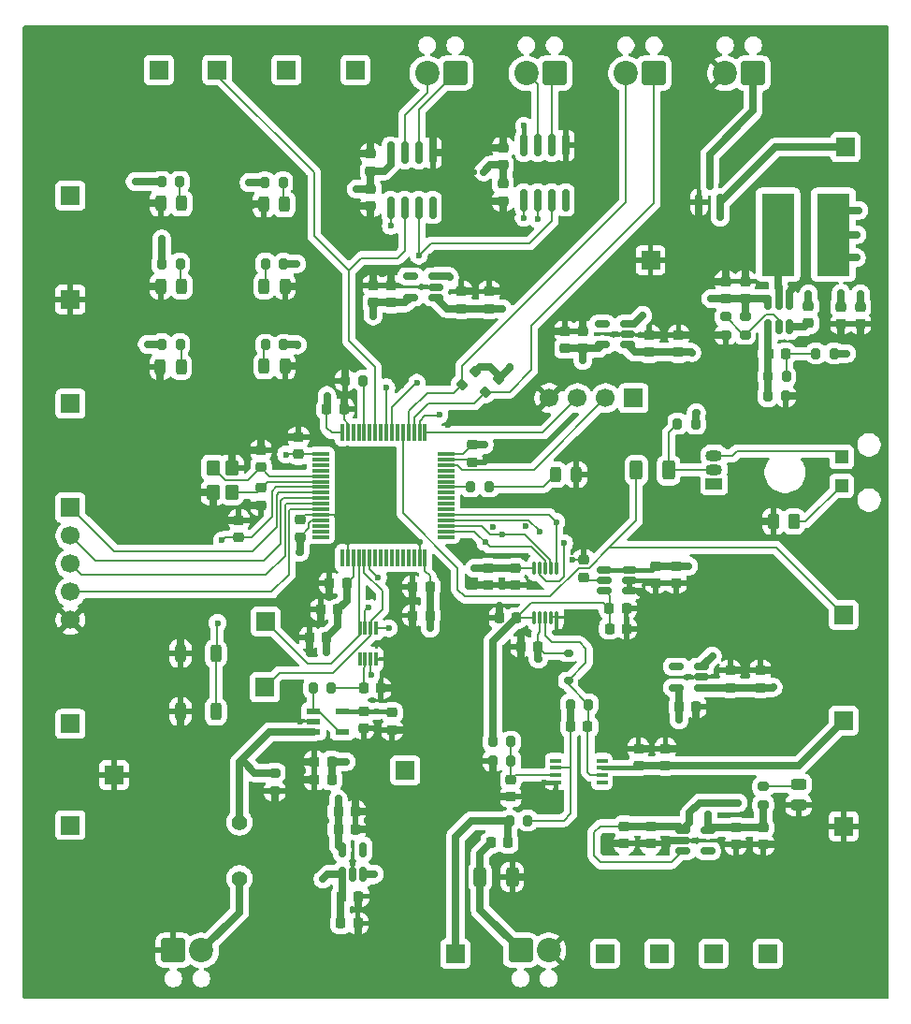
<source format=gbr>
%TF.GenerationSoftware,KiCad,Pcbnew,9.0.5-9.0.5~ubuntu24.04.1*%
%TF.CreationDate,2025-11-18T18:30:51-05:00*%
%TF.ProjectId,teslaCoilSensor,7465736c-6143-46f6-996c-53656e736f72,rev?*%
%TF.SameCoordinates,Original*%
%TF.FileFunction,Copper,L1,Top*%
%TF.FilePolarity,Positive*%
%FSLAX46Y46*%
G04 Gerber Fmt 4.6, Leading zero omitted, Abs format (unit mm)*
G04 Created by KiCad (PCBNEW 9.0.5-9.0.5~ubuntu24.04.1) date 2025-11-18 18:30:51*
%MOMM*%
%LPD*%
G01*
G04 APERTURE LIST*
G04 Aperture macros list*
%AMRoundRect*
0 Rectangle with rounded corners*
0 $1 Rounding radius*
0 $2 $3 $4 $5 $6 $7 $8 $9 X,Y pos of 4 corners*
0 Add a 4 corners polygon primitive as box body*
4,1,4,$2,$3,$4,$5,$6,$7,$8,$9,$2,$3,0*
0 Add four circle primitives for the rounded corners*
1,1,$1+$1,$2,$3*
1,1,$1+$1,$4,$5*
1,1,$1+$1,$6,$7*
1,1,$1+$1,$8,$9*
0 Add four rect primitives between the rounded corners*
20,1,$1+$1,$2,$3,$4,$5,0*
20,1,$1+$1,$4,$5,$6,$7,0*
20,1,$1+$1,$6,$7,$8,$9,0*
20,1,$1+$1,$8,$9,$2,$3,0*%
G04 Aperture macros list end*
%TA.AperFunction,SMDPad,CuDef*%
%ADD10RoundRect,0.200000X-0.275000X0.200000X-0.275000X-0.200000X0.275000X-0.200000X0.275000X0.200000X0*%
%TD*%
%TA.AperFunction,ComponentPad*%
%ADD11R,1.700000X1.700000*%
%TD*%
%TA.AperFunction,SMDPad,CuDef*%
%ADD12RoundRect,0.150000X0.150000X-0.512500X0.150000X0.512500X-0.150000X0.512500X-0.150000X-0.512500X0*%
%TD*%
%TA.AperFunction,SMDPad,CuDef*%
%ADD13RoundRect,0.200000X0.275000X-0.200000X0.275000X0.200000X-0.275000X0.200000X-0.275000X-0.200000X0*%
%TD*%
%TA.AperFunction,SMDPad,CuDef*%
%ADD14RoundRect,0.225000X0.250000X-0.225000X0.250000X0.225000X-0.250000X0.225000X-0.250000X-0.225000X0*%
%TD*%
%TA.AperFunction,SMDPad,CuDef*%
%ADD15RoundRect,0.250000X0.350000X-0.450000X0.350000X0.450000X-0.350000X0.450000X-0.350000X-0.450000X0*%
%TD*%
%TA.AperFunction,ComponentPad*%
%ADD16C,2.200000*%
%TD*%
%TA.AperFunction,ComponentPad*%
%ADD17RoundRect,0.249999X0.850001X0.850001X-0.850001X0.850001X-0.850001X-0.850001X0.850001X-0.850001X0*%
%TD*%
%TA.AperFunction,SMDPad,CuDef*%
%ADD18RoundRect,0.200000X-0.200000X-0.275000X0.200000X-0.275000X0.200000X0.275000X-0.200000X0.275000X0*%
%TD*%
%TA.AperFunction,SMDPad,CuDef*%
%ADD19RoundRect,0.200000X0.200000X0.275000X-0.200000X0.275000X-0.200000X-0.275000X0.200000X-0.275000X0*%
%TD*%
%TA.AperFunction,SMDPad,CuDef*%
%ADD20RoundRect,0.150000X0.512500X0.150000X-0.512500X0.150000X-0.512500X-0.150000X0.512500X-0.150000X0*%
%TD*%
%TA.AperFunction,SMDPad,CuDef*%
%ADD21RoundRect,0.225000X-0.250000X0.225000X-0.250000X-0.225000X0.250000X-0.225000X0.250000X0.225000X0*%
%TD*%
%TA.AperFunction,ComponentPad*%
%ADD22C,1.400000*%
%TD*%
%TA.AperFunction,SMDPad,CuDef*%
%ADD23RoundRect,0.075000X-0.700000X-0.075000X0.700000X-0.075000X0.700000X0.075000X-0.700000X0.075000X0*%
%TD*%
%TA.AperFunction,SMDPad,CuDef*%
%ADD24RoundRect,0.075000X-0.075000X-0.700000X0.075000X-0.700000X0.075000X0.700000X-0.075000X0.700000X0*%
%TD*%
%TA.AperFunction,SMDPad,CuDef*%
%ADD25RoundRect,0.225000X-0.225000X-0.250000X0.225000X-0.250000X0.225000X0.250000X-0.225000X0.250000X0*%
%TD*%
%TA.AperFunction,SMDPad,CuDef*%
%ADD26RoundRect,0.225000X0.225000X0.250000X-0.225000X0.250000X-0.225000X-0.250000X0.225000X-0.250000X0*%
%TD*%
%TA.AperFunction,ComponentPad*%
%ADD27R,1.208000X1.208000*%
%TD*%
%TA.AperFunction,SMDPad,CuDef*%
%ADD28RoundRect,0.243750X-0.243750X-0.456250X0.243750X-0.456250X0.243750X0.456250X-0.243750X0.456250X0*%
%TD*%
%TA.AperFunction,ComponentPad*%
%ADD29RoundRect,0.249999X-0.850001X-0.850001X0.850001X-0.850001X0.850001X0.850001X-0.850001X0.850001X0*%
%TD*%
%TA.AperFunction,SMDPad,CuDef*%
%ADD30RoundRect,0.087500X-0.087500X0.537500X-0.087500X-0.537500X0.087500X-0.537500X0.087500X0.537500X0*%
%TD*%
%TA.AperFunction,SMDPad,CuDef*%
%ADD31RoundRect,0.243750X0.243750X0.456250X-0.243750X0.456250X-0.243750X-0.456250X0.243750X-0.456250X0*%
%TD*%
%TA.AperFunction,ComponentPad*%
%ADD32C,7.000000*%
%TD*%
%TA.AperFunction,SMDPad,CuDef*%
%ADD33R,3.000000X7.500000*%
%TD*%
%TA.AperFunction,SMDPad,CuDef*%
%ADD34RoundRect,0.150000X-0.150000X0.825000X-0.150000X-0.825000X0.150000X-0.825000X0.150000X0.825000X0*%
%TD*%
%TA.AperFunction,SMDPad,CuDef*%
%ADD35RoundRect,0.250000X0.262500X0.450000X-0.262500X0.450000X-0.262500X-0.450000X0.262500X-0.450000X0*%
%TD*%
%TA.AperFunction,ComponentPad*%
%ADD36C,1.700000*%
%TD*%
%TA.AperFunction,SMDPad,CuDef*%
%ADD37RoundRect,0.200000X0.053033X-0.335876X0.335876X-0.053033X-0.053033X0.335876X-0.335876X0.053033X0*%
%TD*%
%TA.AperFunction,SMDPad,CuDef*%
%ADD38R,1.270000X0.558800*%
%TD*%
%TA.AperFunction,SMDPad,CuDef*%
%ADD39RoundRect,0.150000X-0.250000X0.150000X-0.250000X-0.150000X0.250000X-0.150000X0.250000X0.150000X0*%
%TD*%
%TA.AperFunction,SMDPad,CuDef*%
%ADD40RoundRect,0.250000X-0.312500X-0.625000X0.312500X-0.625000X0.312500X0.625000X-0.312500X0.625000X0*%
%TD*%
%TA.AperFunction,SMDPad,CuDef*%
%ADD41RoundRect,0.150000X-0.512500X-0.150000X0.512500X-0.150000X0.512500X0.150000X-0.512500X0.150000X0*%
%TD*%
%TA.AperFunction,SMDPad,CuDef*%
%ADD42RoundRect,0.250000X0.250000X-0.525000X0.250000X0.525000X-0.250000X0.525000X-0.250000X-0.525000X0*%
%TD*%
%TA.AperFunction,ComponentPad*%
%ADD43R,1.500000X1.050000*%
%TD*%
%TA.AperFunction,ComponentPad*%
%ADD44O,1.500000X1.050000*%
%TD*%
%TA.AperFunction,SMDPad,CuDef*%
%ADD45RoundRect,0.060000X-0.415000X-0.140000X0.415000X-0.140000X0.415000X0.140000X-0.415000X0.140000X0*%
%TD*%
%TA.AperFunction,SMDPad,CuDef*%
%ADD46RoundRect,0.150000X-0.150000X0.512500X-0.150000X-0.512500X0.150000X-0.512500X0.150000X0.512500X0*%
%TD*%
%TA.AperFunction,SMDPad,CuDef*%
%ADD47O,0.299999X1.350000*%
%TD*%
%TA.AperFunction,SMDPad,CuDef*%
%ADD48RoundRect,0.150000X0.150000X-0.587500X0.150000X0.587500X-0.150000X0.587500X-0.150000X-0.587500X0*%
%TD*%
%TA.AperFunction,SMDPad,CuDef*%
%ADD49RoundRect,0.243750X0.456250X-0.243750X0.456250X0.243750X-0.456250X0.243750X-0.456250X-0.243750X0*%
%TD*%
%TA.AperFunction,ViaPad*%
%ADD50C,0.600000*%
%TD*%
%TA.AperFunction,Conductor*%
%ADD51C,0.200000*%
%TD*%
%TA.AperFunction,Conductor*%
%ADD52C,0.700000*%
%TD*%
%TA.AperFunction,Conductor*%
%ADD53C,0.400000*%
%TD*%
G04 APERTURE END LIST*
D10*
%TO.P,R25,1*%
%TO.N,/V_{BUS_AMP_IN}*%
X135435300Y-113678200D03*
%TO.P,R25,2*%
%TO.N,GND*%
X135435300Y-115328200D03*
%TD*%
D11*
%TO.P,J16,1,Pin_1*%
%TO.N,/Buck_IN*%
X187096400Y-57099200D03*
%TD*%
D12*
%TO.P,U8,1,IN*%
%TO.N,/V_{BUCK_5V}*%
X141523900Y-122899600D03*
%TO.P,U8,2,GND*%
%TO.N,GND*%
X142473900Y-122899600D03*
%TO.P,U8,3,EN*%
%TO.N,/V_{BUCK_5V}*%
X143423900Y-122899600D03*
%TO.P,U8,4,NC*%
%TO.N,unconnected-(U8-NC-Pad4)*%
X143423900Y-120624600D03*
%TO.P,U8,5,OUT*%
%TO.N,/V_{BUS_SENSOR}*%
X141523900Y-120624600D03*
%TD*%
D13*
%TO.P,R9,1*%
%TO.N,/V_{CURR_ADC}*%
X179650000Y-116575000D03*
%TO.P,R9,2*%
%TO.N,Net-(D6-A)*%
X179650000Y-114925000D03*
%TD*%
D11*
%TO.P,J29,1,Pin_1*%
%TO.N,/V_{TEMP_SENSOR}*%
X116941600Y-61488383D03*
%TD*%
%TO.P,J18,1,Pin_1*%
%TO.N,/V_{DD}*%
X116950000Y-80300000D03*
%TD*%
D14*
%TO.P,C16,1*%
%TO.N,GND*%
X134188000Y-89470200D03*
%TO.P,C16,2*%
%TO.N,OSC_OUT*%
X134188000Y-87920200D03*
%TD*%
D15*
%TO.P,Y1,1,1*%
%TO.N,OSC_OUT*%
X131538000Y-88295200D03*
%TO.P,Y1,2,2*%
%TO.N,GND*%
X131538000Y-86095200D03*
%TO.P,Y1,3,3*%
%TO.N,OSC_IN*%
X129838000Y-86095200D03*
%TO.P,Y1,4,4*%
%TO.N,GND*%
X129838000Y-88295200D03*
%TD*%
D14*
%TO.P,C3,1*%
%TO.N,/BUCK_BOOT*%
X183750000Y-73025000D03*
%TO.P,C3,2*%
%TO.N,/BUCK_SW*%
X183750000Y-71475000D03*
%TD*%
D16*
%TO.P,TC1,1,+*%
%TO.N,/TC1+*%
X158217250Y-50412614D03*
D17*
%TO.P,TC1,2,-*%
%TO.N,/TC1-*%
X160757250Y-50412614D03*
%TD*%
D18*
%TO.P,R6,1*%
%TO.N,+12V*%
X134530517Y-60286411D03*
%TO.P,R6,2*%
%TO.N,Net-(D4-A)*%
X136180517Y-60286411D03*
%TD*%
D19*
%TO.P,R11,1*%
%TO.N,Net-(U3-IN+)*%
X156831800Y-112598200D03*
%TO.P,R11,2*%
%TO.N,GND*%
X155181800Y-112598200D03*
%TD*%
%TO.P,R16,1*%
%TO.N,/V_{DD}*%
X136245741Y-74974586D03*
%TO.P,R16,2*%
%TO.N,Net-(D7-A)*%
X134595741Y-74974586D03*
%TD*%
D20*
%TO.P,U4,1,GND*%
%TO.N,GND*%
X167563800Y-97205800D03*
%TO.P,U4,2,GND*%
X167563800Y-96255800D03*
%TO.P,U4,3,EN*%
%TO.N,/V_{CURRENT_SENSOR}*%
X167563800Y-95305800D03*
%TO.P,U4,4,VIN*%
X165288800Y-95305800D03*
%TO.P,U4,5,NR*%
%TO.N,Net-(U4-NR)*%
X165288800Y-96255800D03*
%TO.P,U4,6,VREF*%
%TO.N,/Current Sensor/V_{ref}*%
X165288800Y-97205800D03*
%TD*%
D11*
%TO.P,J24,1,Pin_1*%
%TO.N,SPI3_NSS_2*%
X130242210Y-50105114D03*
%TD*%
%TO.P,J28,1,Pin_1*%
%TO.N,/V_{CURRENT_SENSOR}*%
X186944000Y-108966400D03*
%TD*%
D21*
%TO.P,C31,1*%
%TO.N,/V_{CURRENT_SENSOR}*%
X171754800Y-94972800D03*
%TO.P,C31,2*%
%TO.N,GND*%
X171754800Y-96522800D03*
%TD*%
D22*
%TO.P,R24,1*%
%TO.N,/V_{BUS_AMP_IN}*%
X132234900Y-118160800D03*
%TO.P,R24,2*%
%TO.N,/V_{BUS_IN}*%
X132234900Y-123240800D03*
%TD*%
D21*
%TO.P,C26,1*%
%TO.N,/V_{CURR_ADC}*%
X179662500Y-118625000D03*
%TO.P,C26,2*%
%TO.N,GND*%
X179662500Y-120175000D03*
%TD*%
D20*
%TO.P,U11,1,IN*%
%TO.N,/V_{BUCK_5V}*%
X150007000Y-70683400D03*
%TO.P,U11,2,GND*%
%TO.N,GND*%
X150007000Y-69733400D03*
%TO.P,U11,3,EN*%
%TO.N,/V_{BUCK_5V}*%
X150007000Y-68783400D03*
%TO.P,U11,4,NC*%
%TO.N,unconnected-(U11-NC-Pad4)*%
X147732000Y-68783400D03*
%TO.P,U11,5,OUT*%
%TO.N,/V_{TEMP_SENSOR}*%
X147732000Y-70683400D03*
%TD*%
D23*
%TO.P,U1,1,VBAT*%
%TO.N,/V_{DD}*%
X139613000Y-84845200D03*
%TO.P,U1,2,PC13*%
%TO.N,unconnected-(U1-PC13-Pad2)*%
X139613000Y-85345200D03*
%TO.P,U1,3,PC14*%
%TO.N,unconnected-(U1-PC14-Pad3)*%
X139613000Y-85845200D03*
%TO.P,U1,4,PC15*%
%TO.N,unconnected-(U1-PC15-Pad4)*%
X139613000Y-86345200D03*
%TO.P,U1,5,PD0*%
%TO.N,OSC_IN*%
X139613000Y-86845200D03*
%TO.P,U1,6,PD1*%
%TO.N,OSC_OUT*%
X139613000Y-87345200D03*
%TO.P,U1,7,NRST*%
%TO.N,NRST*%
X139613000Y-87845200D03*
%TO.P,U1,8,PC0*%
%TO.N,GPIO_8*%
X139613000Y-88345200D03*
%TO.P,U1,9,PC1*%
%TO.N,GPIO_9*%
X139613000Y-88845200D03*
%TO.P,U1,10,PC2*%
%TO.N,GPIO_10*%
X139613000Y-89345200D03*
%TO.P,U1,11,PC3*%
%TO.N,GPIO_11*%
X139613000Y-89845200D03*
%TO.P,U1,12,VSSA*%
%TO.N,GND*%
X139613000Y-90345200D03*
%TO.P,U1,13,VDDA*%
%TO.N,/V_{DD}*%
X139613000Y-90845200D03*
%TO.P,U1,14,PA0*%
%TO.N,unconnected-(U1-PA0-Pad14)*%
X139613000Y-91345200D03*
%TO.P,U1,15,PA1*%
%TO.N,unconnected-(U1-PA1-Pad15)*%
X139613000Y-91845200D03*
%TO.P,U1,16,PA2*%
%TO.N,unconnected-(U1-PA2-Pad16)*%
X139613000Y-92345200D03*
D24*
%TO.P,U1,17,PA3*%
%TO.N,unconnected-(U1-PA3-Pad17)*%
X141538000Y-94270200D03*
%TO.P,U1,18,VSS*%
%TO.N,GND*%
X142038000Y-94270200D03*
%TO.P,U1,19,VDD*%
%TO.N,/V_{DD}*%
X142538000Y-94270200D03*
%TO.P,U1,20,PA4*%
%TO.N,SPI1_NSS*%
X143038000Y-94270200D03*
%TO.P,U1,21,PA5*%
%TO.N,SPI1_SCK*%
X143538000Y-94270200D03*
%TO.P,U1,22,PA6*%
%TO.N,SPI1_MISO*%
X144038000Y-94270200D03*
%TO.P,U1,23,PA7*%
%TO.N,unconnected-(U1-PA7-Pad23)*%
X144538000Y-94270200D03*
%TO.P,U1,24,PC4*%
%TO.N,unconnected-(U1-PC4-Pad24)*%
X145038000Y-94270200D03*
%TO.P,U1,25,PC5*%
%TO.N,unconnected-(U1-PC5-Pad25)*%
X145538000Y-94270200D03*
%TO.P,U1,26,PB0*%
%TO.N,unconnected-(U1-PB0-Pad26)*%
X146038000Y-94270200D03*
%TO.P,U1,27,PB1*%
%TO.N,unconnected-(U1-PB1-Pad27)*%
X146538000Y-94270200D03*
%TO.P,U1,28,PB2*%
%TO.N,unconnected-(U1-PB2-Pad28)*%
X147038000Y-94270200D03*
%TO.P,U1,29,PB10*%
%TO.N,unconnected-(U1-PB10-Pad29)*%
X147538000Y-94270200D03*
%TO.P,U1,30,PB11*%
%TO.N,unconnected-(U1-PB11-Pad30)*%
X148038000Y-94270200D03*
%TO.P,U1,31,VSS*%
%TO.N,GND*%
X148538000Y-94270200D03*
%TO.P,U1,32,VDD*%
%TO.N,/V_{DD}*%
X149038000Y-94270200D03*
D23*
%TO.P,U1,33,PB12*%
%TO.N,unconnected-(U1-PB12-Pad33)*%
X150963000Y-92345200D03*
%TO.P,U1,34,PB13*%
%TO.N,SPI2_SCK*%
X150963000Y-91845200D03*
%TO.P,U1,35,PB14*%
%TO.N,SPI2_MISO*%
X150963000Y-91345200D03*
%TO.P,U1,36,PB15*%
%TO.N,SPI2_MOSI*%
X150963000Y-90845200D03*
%TO.P,U1,37,PC6*%
%TO.N,SPI2_NSS*%
X150963000Y-90345200D03*
%TO.P,U1,38,PC7*%
%TO.N,unconnected-(U1-PC7-Pad38)*%
X150963000Y-89845200D03*
%TO.P,U1,39,PC8*%
%TO.N,unconnected-(U1-PC8-Pad39)*%
X150963000Y-89345200D03*
%TO.P,U1,40,PC9*%
%TO.N,unconnected-(U1-PC9-Pad40)*%
X150963000Y-88845200D03*
%TO.P,U1,41,PA8*%
%TO.N,unconnected-(U1-PA8-Pad41)*%
X150963000Y-88345200D03*
%TO.P,U1,42,PA9*%
%TO.N,Net-(U1-PA9)*%
X150963000Y-87845200D03*
%TO.P,U1,43,PA10*%
%TO.N,unconnected-(U1-PA10-Pad43)*%
X150963000Y-87345200D03*
%TO.P,U1,44,PA11*%
%TO.N,unconnected-(U1-PA11-Pad44)*%
X150963000Y-86845200D03*
%TO.P,U1,45,PA12*%
%TO.N,unconnected-(U1-PA12-Pad45)*%
X150963000Y-86345200D03*
%TO.P,U1,46,PA13*%
%TO.N,SWDIO*%
X150963000Y-85845200D03*
%TO.P,U1,47,VSS*%
%TO.N,GND*%
X150963000Y-85345200D03*
%TO.P,U1,48,VDD*%
%TO.N,/V_{DD}*%
X150963000Y-84845200D03*
D24*
%TO.P,U1,49,PA14*%
%TO.N,SWCLK*%
X149038000Y-82920200D03*
%TO.P,U1,50,PA15*%
%TO.N,SPI3_NSS_1*%
X148538000Y-82920200D03*
%TO.P,U1,51,PC10*%
%TO.N,UART_TX_EXT*%
X148038000Y-82920200D03*
%TO.P,U1,52,PC11*%
%TO.N,UART_RX_EXT*%
X147538000Y-82920200D03*
%TO.P,U1,53,PC12*%
%TO.N,UART_TX_FIBER*%
X147038000Y-82920200D03*
%TO.P,U1,54,PD2*%
%TO.N,unconnected-(U1-PD2-Pad54)*%
X146538000Y-82920200D03*
%TO.P,U1,55,PB3*%
%TO.N,SPI3_SCK*%
X146038000Y-82920200D03*
%TO.P,U1,56,PB4*%
%TO.N,SPI3_MISO*%
X145538000Y-82920200D03*
%TO.P,U1,57,PB5*%
%TO.N,unconnected-(U1-PB5-Pad57)*%
X145038000Y-82920200D03*
%TO.P,U1,58,PB6*%
%TO.N,SPI3_NSS_2*%
X144538000Y-82920200D03*
%TO.P,U1,59,PB7*%
%TO.N,unconnected-(U1-PB7-Pad59)*%
X144038000Y-82920200D03*
%TO.P,U1,60,BOOT0*%
%TO.N,Net-(U1-BOOT0)*%
X143538000Y-82920200D03*
%TO.P,U1,61,PB8*%
%TO.N,unconnected-(U1-PB8-Pad61)*%
X143038000Y-82920200D03*
%TO.P,U1,62,PB9*%
%TO.N,unconnected-(U1-PB9-Pad62)*%
X142538000Y-82920200D03*
%TO.P,U1,63,VSS*%
%TO.N,GND*%
X142038000Y-82920200D03*
%TO.P,U1,64,VDD*%
%TO.N,/V_{DD}*%
X141538000Y-82920200D03*
%TD*%
D25*
%TO.P,C32,1*%
%TO.N,/Current Sensor/V_{ref}*%
X165734400Y-100650000D03*
%TO.P,C32,2*%
%TO.N,GND*%
X167284400Y-100650000D03*
%TD*%
D21*
%TO.P,C37,1*%
%TO.N,/V_{TEMP_SENSOR}*%
X156091700Y-60399400D03*
%TO.P,C37,2*%
%TO.N,GND*%
X156091700Y-61949400D03*
%TD*%
D25*
%TO.P,C29,1*%
%TO.N,/V_{BUS_SENSOR}*%
X141175700Y-117170200D03*
%TO.P,C29,2*%
%TO.N,GND*%
X142725700Y-117170200D03*
%TD*%
D14*
%TO.P,C45,1*%
%TO.N,/V_{TEMP_SENSOR}*%
X145973900Y-71168800D03*
%TO.P,C45,2*%
%TO.N,GND*%
X145973900Y-69618800D03*
%TD*%
D26*
%TO.P,C13,1*%
%TO.N,/V_{DD}*%
X149475000Y-96850000D03*
%TO.P,C13,2*%
%TO.N,GND*%
X147925000Y-96850000D03*
%TD*%
D27*
%TO.P,J8,1,Cathode*%
%TO.N,Net-(J8-Cathode)*%
X186726850Y-87715025D03*
%TO.P,J8,2,Anode*%
%TO.N,Net-(J8-Anode)*%
X186726850Y-85115025D03*
%TD*%
D28*
%TO.P,D1,1,K*%
%TO.N,GND*%
X125117010Y-62176328D03*
%TO.P,D1,2,A*%
%TO.N,Net-(D1-A)*%
X126992010Y-62176328D03*
%TD*%
D19*
%TO.P,R18,1*%
%TO.N,/V_{TEMP_SENSOR}*%
X136245741Y-67650946D03*
%TO.P,R18,2*%
%TO.N,Net-(D8-A)*%
X134595741Y-67650946D03*
%TD*%
D29*
%TO.P,J22,1,Pin_1*%
%TO.N,GND*%
X126257920Y-129740500D03*
D16*
%TO.P,J22,2,Pin_2*%
%TO.N,/V_{BUS_IN}*%
X128797920Y-129740500D03*
%TD*%
D30*
%TO.P,U14,1,DVDD*%
%TO.N,/V_{DD}*%
X144617500Y-100600000D03*
%TO.P,U14,2,SCLK*%
%TO.N,SPI1_SCK*%
X144117500Y-100600000D03*
%TO.P,U14,3,SDO*%
%TO.N,SPI1_MISO*%
X143617500Y-100600000D03*
%TO.P,U14,4,~{CS}*%
%TO.N,SPI1_NSS*%
X143117500Y-100600000D03*
%TO.P,U14,5,AINM*%
%TO.N,GND*%
X143117500Y-103400000D03*
%TO.P,U14,6,AINP*%
%TO.N,/V_{BUS_AMP_OUT}*%
X143617500Y-103400000D03*
%TO.P,U14,7,AVDD*%
%TO.N,/V_{BUS_SENSOR}*%
X144117500Y-103400000D03*
%TO.P,U14,8,GND*%
%TO.N,GND*%
X144617500Y-103400000D03*
%TD*%
D25*
%TO.P,C28,1*%
%TO.N,/V_{BUCK_5V}*%
X141475000Y-124850000D03*
%TO.P,C28,2*%
%TO.N,GND*%
X143025000Y-124850000D03*
%TD*%
D21*
%TO.P,C53,1*%
%TO.N,/V_{BUS_SENSOR}*%
X143459200Y-108127800D03*
%TO.P,C53,2*%
%TO.N,GND*%
X143459200Y-109677800D03*
%TD*%
D14*
%TO.P,C7,1*%
%TO.N,/V_{DD}*%
X137588000Y-84870200D03*
%TO.P,C7,2*%
%TO.N,GND*%
X137588000Y-83320200D03*
%TD*%
%TO.P,C1,1*%
%TO.N,/Buck_IN*%
X176250000Y-70775000D03*
%TO.P,C1,2*%
%TO.N,GND*%
X176250000Y-69225000D03*
%TD*%
%TO.P,C9,1*%
%TO.N,/V_{DD}*%
X137718800Y-92342000D03*
%TO.P,C9,2*%
%TO.N,GND*%
X137718800Y-90792000D03*
%TD*%
D31*
%TO.P,D8,1,K*%
%TO.N,GND*%
X136347200Y-69656960D03*
%TO.P,D8,2,A*%
%TO.N,Net-(D8-A)*%
X134472200Y-69656960D03*
%TD*%
D14*
%TO.P,C39,1*%
%TO.N,/V_{BUCK_5V}*%
X169337500Y-75650000D03*
%TO.P,C39,2*%
%TO.N,GND*%
X169337500Y-74100000D03*
%TD*%
%TO.P,C23,1*%
%TO.N,/V_{CURRENT_SENSOR}*%
X168350000Y-113025000D03*
%TO.P,C23,2*%
%TO.N,GND*%
X168350000Y-111475000D03*
%TD*%
D32*
%TO.P,H2,1,1*%
%TO.N,GND*%
X186944000Y-50105114D03*
%TD*%
D26*
%TO.P,C6,1*%
%TO.N,Net-(C6-Pad1)*%
X181675000Y-75750000D03*
%TO.P,C6,2*%
%TO.N,/BUCK_FB*%
X180125000Y-75750000D03*
%TD*%
D11*
%TO.P,J11,1,Pin_1*%
%TO.N,SPI1_MISO*%
X147250000Y-113450000D03*
%TD*%
D33*
%TO.P,L1,1*%
%TO.N,/BUCK_SW*%
X181000000Y-65000000D03*
%TO.P,L1,2*%
%TO.N,/V_{BUCK_5V}*%
X186000000Y-65000000D03*
%TD*%
D14*
%TO.P,C62,1*%
%TO.N,/V_{CURRENT_SENSOR}*%
X170800000Y-113025000D03*
%TO.P,C62,2*%
%TO.N,GND*%
X170800000Y-111475000D03*
%TD*%
D17*
%TO.P,J2,1,Pin_1*%
%TO.N,+12V*%
X178741750Y-50412614D03*
D16*
%TO.P,J2,2,Pin_2*%
%TO.N,GND*%
X176201750Y-50412614D03*
%TD*%
D14*
%TO.P,C59,1*%
%TO.N,/V_{BUCK_5V}*%
X179390976Y-105972857D03*
%TO.P,C59,2*%
%TO.N,GND*%
X179390976Y-104422857D03*
%TD*%
D31*
%TO.P,D9,1,K*%
%TO.N,GND*%
X162727502Y-86720000D03*
%TO.P,D9,2,A*%
%TO.N,Net-(D9-A)*%
X160852500Y-86720000D03*
%TD*%
D18*
%TO.P,R10,1*%
%TO.N,/Current Sensor/V_{XFRMR_IN_SHIFT}*%
X156675000Y-118000000D03*
%TO.P,R10,2*%
%TO.N,Net-(U3-IN-)*%
X158325000Y-118000000D03*
%TD*%
D14*
%TO.P,C2,1*%
%TO.N,/Buck_IN*%
X178000000Y-70775000D03*
%TO.P,C2,2*%
%TO.N,GND*%
X178000000Y-69225000D03*
%TD*%
%TO.P,C42,1*%
%TO.N,/V_{BUCK_5V}*%
X152340000Y-71700000D03*
%TO.P,C42,2*%
%TO.N,GND*%
X152340000Y-70150000D03*
%TD*%
D11*
%TO.P,J25,1,Pin_1*%
%TO.N,SPI2_SCK*%
X165355360Y-130048000D03*
%TD*%
D26*
%TO.P,C33,1*%
%TO.N,/Current Sensor/V_{ref}*%
X157305000Y-99680000D03*
%TO.P,C33,2*%
%TO.N,GND*%
X155755000Y-99680000D03*
%TD*%
D10*
%TO.P,R1,1*%
%TO.N,/Buck_IN*%
X178000000Y-72425000D03*
%TO.P,R1,2*%
%TO.N,/BUCK_EN*%
X178000000Y-74075000D03*
%TD*%
D34*
%TO.P,U6,1,GND*%
%TO.N,GND*%
X161781300Y-56935600D03*
%TO.P,U6,2,T-*%
%TO.N,/TC1-*%
X160511300Y-56935600D03*
%TO.P,U6,3,T+*%
%TO.N,/TC1+*%
X159241300Y-56935600D03*
%TO.P,U6,4,V_{CC}*%
%TO.N,/V_{TEMP_SENSOR}*%
X157971300Y-56935600D03*
%TO.P,U6,5,SCK*%
%TO.N,SPI3_SCK*%
X157971300Y-61885600D03*
%TO.P,U6,6,~{CS}*%
%TO.N,SPI3_NSS_1*%
X159241300Y-61885600D03*
%TO.P,U6,7,SO*%
%TO.N,SPI3_MISO*%
X160511300Y-61885600D03*
%TO.P,U6,8,NC*%
%TO.N,unconnected-(U6-NC-Pad8)*%
X161781300Y-61885600D03*
%TD*%
D35*
%TO.P,R21,1*%
%TO.N,Net-(J8-Cathode)*%
X182412500Y-90950000D03*
%TO.P,R21,2*%
%TO.N,GND*%
X180587500Y-90950000D03*
%TD*%
D34*
%TO.P,U7,1,GND*%
%TO.N,GND*%
X149733000Y-57610200D03*
%TO.P,U7,2,T-*%
%TO.N,/TC2-*%
X148463000Y-57610200D03*
%TO.P,U7,3,T+*%
%TO.N,/TC2+*%
X147193000Y-57610200D03*
%TO.P,U7,4,V_{CC}*%
%TO.N,/V_{TEMP_SENSOR}*%
X145923000Y-57610200D03*
%TO.P,U7,5,SCK*%
%TO.N,SPI3_SCK*%
X145923000Y-62560200D03*
%TO.P,U7,6,~{CS}*%
%TO.N,SPI3_NSS_2*%
X147193000Y-62560200D03*
%TO.P,U7,7,SO*%
%TO.N,SPI3_MISO*%
X148463000Y-62560200D03*
%TO.P,U7,8,NC*%
%TO.N,unconnected-(U7-NC-Pad8)*%
X149733000Y-62560200D03*
%TD*%
D31*
%TO.P,D7,1,K*%
%TO.N,GND*%
X136347200Y-76911200D03*
%TO.P,D7,2,A*%
%TO.N,Net-(D7-A)*%
X134472200Y-76911200D03*
%TD*%
D21*
%TO.P,C30,1*%
%TO.N,/V_{CURRENT_SENSOR}*%
X169926000Y-94972800D03*
%TO.P,C30,2*%
%TO.N,GND*%
X169926000Y-96522800D03*
%TD*%
%TO.P,C47,1*%
%TO.N,/V_{DD}*%
X157226000Y-95173200D03*
%TO.P,C47,2*%
%TO.N,GND*%
X157226000Y-96723200D03*
%TD*%
D11*
%TO.P,J6,1,Pin_1*%
%TO.N,GPIO_8*%
X116941600Y-89698192D03*
D36*
%TO.P,J6,2,Pin_2*%
%TO.N,GPIO_9*%
X116941600Y-92238192D03*
%TO.P,J6,3,Pin_3*%
%TO.N,GPIO_10*%
X116941600Y-94778192D03*
%TO.P,J6,4,Pin_4*%
%TO.N,GPIO_11*%
X116941600Y-97318192D03*
%TO.P,J6,5,Pin_5*%
%TO.N,GND*%
X116941600Y-99858192D03*
%TD*%
D18*
%TO.P,R20,1*%
%TO.N,Net-(Q2-B)*%
X171895000Y-82118200D03*
%TO.P,R20,2*%
%TO.N,/V_{DD}*%
X173545000Y-82118200D03*
%TD*%
D11*
%TO.P,J12,1,Pin_1*%
%TO.N,SPI2_NSS*%
X180061840Y-130048000D03*
%TD*%
D25*
%TO.P,C19,1*%
%TO.N,/Current Sensor/V_{ref}*%
X165696600Y-98795800D03*
%TO.P,C19,2*%
%TO.N,GND*%
X167246600Y-98795800D03*
%TD*%
D28*
%TO.P,D5,1,K*%
%TO.N,GND*%
X125077010Y-76961598D03*
%TO.P,D5,2,A*%
%TO.N,Net-(D5-A)*%
X126952010Y-76961598D03*
%TD*%
D21*
%TO.P,C46,1*%
%TO.N,/V_{TEMP_SENSOR}*%
X144119600Y-60885000D03*
%TO.P,C46,2*%
%TO.N,GND*%
X144119600Y-62435000D03*
%TD*%
D14*
%TO.P,C38,1*%
%TO.N,/V_{BUCK_5V}*%
X171987500Y-75650000D03*
%TO.P,C38,2*%
%TO.N,GND*%
X171987500Y-74100000D03*
%TD*%
%TO.P,C36,1*%
%TO.N,/V_{TEMP_SENSOR}*%
X156091700Y-58698200D03*
%TO.P,C36,2*%
%TO.N,GND*%
X156091700Y-57148200D03*
%TD*%
D21*
%TO.P,C48,1*%
%TO.N,/V_{DD}*%
X154750000Y-95175000D03*
%TO.P,C48,2*%
%TO.N,GND*%
X154750000Y-96725000D03*
%TD*%
D10*
%TO.P,R2,1*%
%TO.N,/BUCK_EN*%
X176250000Y-72425000D03*
%TO.P,R2,2*%
%TO.N,GND*%
X176250000Y-74075000D03*
%TD*%
D18*
%TO.P,R5,1*%
%TO.N,/BUCK_FB*%
X180050000Y-79600000D03*
%TO.P,R5,2*%
%TO.N,GND*%
X181700000Y-79600000D03*
%TD*%
D11*
%TO.P,J30,1,Pin_1*%
%TO.N,/Current Sensor/V_{XFRMR_IN_SHIFT}*%
X151768144Y-130048000D03*
%TD*%
D37*
%TO.P,R26,1*%
%TO.N,UART_TX_EXT*%
X154533274Y-79216726D03*
%TO.P,R26,2*%
%TO.N,/V_{DD}*%
X155700000Y-78050000D03*
%TD*%
D25*
%TO.P,C8,1*%
%TO.N,/V_{DD}*%
X140144200Y-80795200D03*
%TO.P,C8,2*%
%TO.N,GND*%
X141694200Y-80795200D03*
%TD*%
D21*
%TO.P,C50,1*%
%TO.N,/V_{CURR_ADC}*%
X177162500Y-118625000D03*
%TO.P,C50,2*%
%TO.N,GND*%
X177162500Y-120175000D03*
%TD*%
D26*
%TO.P,C56,1*%
%TO.N,/V_{BUS_SENSOR}*%
X140579100Y-112674400D03*
%TO.P,C56,2*%
%TO.N,GND*%
X139029100Y-112674400D03*
%TD*%
D25*
%TO.P,C21,1*%
%TO.N,/V_{BUCK_5V}*%
X141400000Y-127300000D03*
%TO.P,C21,2*%
%TO.N,GND*%
X142950000Y-127300000D03*
%TD*%
%TO.P,C51,1*%
%TO.N,/V_{BUS_AMP_OUT}*%
X143475000Y-106050000D03*
%TO.P,C51,2*%
%TO.N,GND*%
X145025000Y-106050000D03*
%TD*%
D38*
%TO.P,U15,1,OUT_A*%
%TO.N,Net-(U15--INA)*%
X138963400Y-108102400D03*
%TO.P,U15,2,V-*%
%TO.N,GND*%
X138963400Y-109042200D03*
%TO.P,U15,3,+INA*%
%TO.N,/V_{BUS_AMP_IN}*%
X138963400Y-109982000D03*
%TO.P,U15,4,-INA*%
%TO.N,Net-(U15--INA)*%
X141554200Y-109982000D03*
%TO.P,U15,5,V+*%
%TO.N,/V_{BUS_SENSOR}*%
X141554200Y-108102400D03*
%TD*%
D11*
%TO.P,J31,1,Pin_1*%
%TO.N,SPI2_MOSI*%
X175159680Y-130048000D03*
%TD*%
%TO.P,J17,1,Pin_1*%
%TO.N,/V_{BUCK_5V}*%
X116941600Y-118414800D03*
%TD*%
D19*
%TO.P,R19,1*%
%TO.N,Net-(D9-A)*%
X154813000Y-87795200D03*
%TO.P,R19,2*%
%TO.N,Net-(U1-PA9)*%
X153163000Y-87795200D03*
%TD*%
D14*
%TO.P,C40,1*%
%TO.N,/V_{DD}*%
X163314800Y-75294600D03*
%TO.P,C40,2*%
%TO.N,GND*%
X163314800Y-73744600D03*
%TD*%
D26*
%TO.P,C34,1*%
%TO.N,/V_{CURR_ADC}*%
X159255000Y-102250000D03*
%TO.P,C34,2*%
%TO.N,GND*%
X157705000Y-102250000D03*
%TD*%
D11*
%TO.P,J26,1,Pin_1*%
%TO.N,SPI2_MISO*%
X170257520Y-130048000D03*
%TD*%
D19*
%TO.P,R12,1*%
%TO.N,Net-(U3-IN+)*%
X156831800Y-110871000D03*
%TO.P,R12,2*%
%TO.N,/Current Sensor/V_{ref}*%
X155181800Y-110871000D03*
%TD*%
D39*
%TO.P,D10,1,K*%
%TO.N,/V_{CURR_ADC}*%
X162000000Y-102848794D03*
%TO.P,D10,2,A*%
%TO.N,V_{CURR_AMP_OUT}*%
X162000000Y-105347931D03*
%TD*%
D28*
%TO.P,D4,1,K*%
%TO.N,GND*%
X134434860Y-62255400D03*
%TO.P,D4,2,A*%
%TO.N,Net-(D4-A)*%
X136309860Y-62255400D03*
%TD*%
%TO.P,D3,1,K*%
%TO.N,GND*%
X125117010Y-69659663D03*
%TO.P,D3,2,A*%
%TO.N,Net-(D3-A)*%
X126992010Y-69659663D03*
%TD*%
D20*
%TO.P,U13,1,IN*%
%TO.N,/V_{BUCK_5V}*%
X174031250Y-105975000D03*
%TO.P,U13,2,GND*%
%TO.N,GND*%
X174031250Y-105025000D03*
%TO.P,U13,3,EN*%
%TO.N,/V_{BUCK_5V}*%
X174031250Y-104075000D03*
%TO.P,U13,4,NC*%
%TO.N,unconnected-(U13-NC-Pad4)*%
X171756250Y-104075000D03*
%TO.P,U13,5,OUT*%
%TO.N,/V_{CURRENT_SENSOR}*%
X171756250Y-105975000D03*
%TD*%
D21*
%TO.P,C18,1*%
%TO.N,Net-(U3-IN+)*%
X156794200Y-114299400D03*
%TO.P,C18,2*%
%TO.N,GND*%
X156794200Y-115849400D03*
%TD*%
D25*
%TO.P,C22,1*%
%TO.N,/V_{BUS_SENSOR}*%
X141175700Y-118795800D03*
%TO.P,C22,2*%
%TO.N,GND*%
X142725700Y-118795800D03*
%TD*%
D14*
%TO.P,C14,1*%
%TO.N,NRST*%
X132181600Y-92367400D03*
%TO.P,C14,2*%
%TO.N,GND*%
X132181600Y-90817400D03*
%TD*%
D19*
%TO.P,R17,1*%
%TO.N,Net-(U1-BOOT0)*%
X143446000Y-78206600D03*
%TO.P,R17,2*%
%TO.N,GND*%
X141796000Y-78206600D03*
%TD*%
D25*
%TO.P,C49,1*%
%TO.N,Net-(U3-IN-)*%
X162225000Y-109500000D03*
%TO.P,C49,2*%
%TO.N,V_{CURR_AMP_OUT}*%
X163775000Y-109500000D03*
%TD*%
D17*
%TO.P,J7,1,Pin_1*%
%TO.N,UART_TX_EXT*%
X169749500Y-50412614D03*
D16*
%TO.P,J7,2,Pin_2*%
%TO.N,UART_RX_EXT*%
X167209500Y-50412614D03*
%TD*%
D29*
%TO.P,J3,1,Pin_1*%
%TO.N,/Current Sensor/V_{IN_XFRMR+}*%
X157683200Y-129740500D03*
D16*
%TO.P,J3,2,Pin_2*%
%TO.N,GND*%
X160223200Y-129740500D03*
%TD*%
D21*
%TO.P,C54,1*%
%TO.N,/V_{BUS_SENSOR}*%
X146050000Y-108250000D03*
%TO.P,C54,2*%
%TO.N,GND*%
X146050000Y-109800000D03*
%TD*%
D11*
%TO.P,J1,1,Pin_1*%
%TO.N,/V_{DD}*%
X167910000Y-79800000D03*
D36*
%TO.P,J1,2,Pin_2*%
%TO.N,SWDIO*%
X165370000Y-79800000D03*
%TO.P,J1,3,Pin_3*%
%TO.N,SWCLK*%
X162830000Y-79800000D03*
%TO.P,J1,4,Pin_4*%
%TO.N,GND*%
X160290000Y-79800000D03*
%TD*%
D18*
%TO.P,R23,1*%
%TO.N,/V_{CURRENT_SENSOR}*%
X125212667Y-67648244D03*
%TO.P,R23,2*%
%TO.N,Net-(D3-A)*%
X126862667Y-67648244D03*
%TD*%
D11*
%TO.P,J4,1,Pin_1*%
%TO.N,SPI1_NSS*%
X134600000Y-100000000D03*
%TD*%
D19*
%TO.P,R4,1*%
%TO.N,Net-(C6-Pad1)*%
X181725000Y-77850000D03*
%TO.P,R4,2*%
%TO.N,/BUCK_FB*%
X180075000Y-77850000D03*
%TD*%
D11*
%TO.P,J14,1,Pin_1*%
%TO.N,GND*%
X120900000Y-113900000D03*
%TD*%
%TO.P,J20,1,Pin_1*%
%TO.N,SPI3_MISO*%
X136493140Y-50105114D03*
%TD*%
D14*
%TO.P,C41,1*%
%TO.N,/V_{DD}*%
X161714800Y-75294600D03*
%TO.P,C41,2*%
%TO.N,GND*%
X161714800Y-73744600D03*
%TD*%
D11*
%TO.P,J5,1,Pin_1*%
%TO.N,SPI1_SCK*%
X134550000Y-105950000D03*
%TD*%
D18*
%TO.P,R7,1*%
%TO.N,/V_{BUCK_5V}*%
X125200551Y-60222300D03*
%TO.P,R7,2*%
%TO.N,Net-(D1-A)*%
X126850551Y-60222300D03*
%TD*%
D11*
%TO.P,J19,1,Pin_1*%
%TO.N,UART_TX_FIBER*%
X186944000Y-99415600D03*
%TD*%
D40*
%TO.P,R13,1*%
%TO.N,UART_TX_FIBER*%
X168164350Y-86315025D03*
%TO.P,R13,2*%
%TO.N,Net-(Q2-B)*%
X171089350Y-86315025D03*
%TD*%
D37*
%TO.P,R27,1*%
%TO.N,UART_RX_EXT*%
X152366637Y-78583363D03*
%TO.P,R27,2*%
%TO.N,/V_{DD}*%
X153533363Y-77416637D03*
%TD*%
D41*
%TO.P,U9,1,IN*%
%TO.N,/V_{BUCK_5V}*%
X172362500Y-118850000D03*
%TO.P,U9,2,GND*%
%TO.N,GND*%
X172362500Y-119800000D03*
%TO.P,U9,3,EN*%
%TO.N,/V_{BUCK_5V}*%
X172362500Y-120750000D03*
%TO.P,U9,4,NC*%
%TO.N,unconnected-(U9-NC-Pad4)*%
X174637500Y-120750000D03*
%TO.P,U9,5,OUT*%
%TO.N,/V_{CURR_ADC}*%
X174637500Y-118850000D03*
%TD*%
D18*
%TO.P,R22,1*%
%TO.N,Net-(U3-IN-)*%
X162175000Y-107500000D03*
%TO.P,R22,2*%
%TO.N,V_{CURR_AMP_OUT}*%
X163825000Y-107500000D03*
%TD*%
%TO.P,R14,1*%
%TO.N,/V_{BUS_SENSOR}*%
X125212667Y-74924189D03*
%TO.P,R14,2*%
%TO.N,Net-(D5-A)*%
X126862667Y-74924189D03*
%TD*%
D42*
%TO.P,SW2,1,1*%
%TO.N,GND*%
X126900000Y-108150000D03*
X126900000Y-102900000D03*
%TO.P,SW2,2,2*%
%TO.N,NRST*%
X130100000Y-108150000D03*
X130100000Y-102900000D03*
%TD*%
D14*
%TO.P,C44,1*%
%TO.N,/V_{TEMP_SENSOR}*%
X144348300Y-71168800D03*
%TO.P,C44,2*%
%TO.N,GND*%
X144348300Y-69618800D03*
%TD*%
D19*
%TO.P,R3,1*%
%TO.N,/V_{BUCK_5V}*%
X186075000Y-75750000D03*
%TO.P,R3,2*%
%TO.N,Net-(C6-Pad1)*%
X184425000Y-75750000D03*
%TD*%
D43*
%TO.P,Q2,1,E*%
%TO.N,/V_{DD}*%
X175200000Y-87550000D03*
D44*
%TO.P,Q2,2,B*%
%TO.N,Net-(Q2-B)*%
X175200000Y-86280000D03*
%TO.P,Q2,3,C*%
%TO.N,Net-(J8-Anode)*%
X175200000Y-85010000D03*
%TD*%
D18*
%TO.P,R15,1*%
%TO.N,Net-(U15--INA)*%
X138924264Y-106045679D03*
%TO.P,R15,2*%
%TO.N,/V_{BUS_AMP_OUT}*%
X140574264Y-106045679D03*
%TD*%
D32*
%TO.P,H4,1,1*%
%TO.N,GND*%
X186944000Y-130048000D03*
%TD*%
D21*
%TO.P,C5,1*%
%TO.N,/V_{BUCK_5V}*%
X186700000Y-71525000D03*
%TO.P,C5,2*%
%TO.N,GND*%
X186700000Y-73075000D03*
%TD*%
D26*
%TO.P,C10,1*%
%TO.N,/V_{DD}*%
X141948200Y-96520000D03*
%TO.P,C10,2*%
%TO.N,GND*%
X140398200Y-96520000D03*
%TD*%
D11*
%TO.P,J13,1,Pin_1*%
%TO.N,SPI3_SCK*%
X124936280Y-50105114D03*
%TD*%
D25*
%TO.P,C61,1*%
%TO.N,/V_{CURRENT_SENSOR}*%
X172018750Y-107725000D03*
%TO.P,C61,2*%
%TO.N,GND*%
X173568750Y-107725000D03*
%TD*%
D14*
%TO.P,C43,1*%
%TO.N,/V_{BUCK_5V}*%
X154850000Y-71700000D03*
%TO.P,C43,2*%
%TO.N,GND*%
X154850000Y-70150000D03*
%TD*%
%TO.P,C60,1*%
%TO.N,/V_{BUCK_5V}*%
X176650000Y-105975000D03*
%TO.P,C60,2*%
%TO.N,GND*%
X176650000Y-104425000D03*
%TD*%
D32*
%TO.P,H3,1,1*%
%TO.N,GND*%
X116941600Y-130048000D03*
%TD*%
D21*
%TO.P,C25,1*%
%TO.N,/V_{BUCK_5V}*%
X167062500Y-118500000D03*
%TO.P,C25,2*%
%TO.N,GND*%
X167062500Y-120050000D03*
%TD*%
D26*
%TO.P,C35,1*%
%TO.N,/V_{DD}*%
X140132400Y-101447600D03*
%TO.P,C35,2*%
%TO.N,GND*%
X138582400Y-101447600D03*
%TD*%
D21*
%TO.P,C4,1*%
%TO.N,/V_{BUCK_5V}*%
X188450000Y-71525000D03*
%TO.P,C4,2*%
%TO.N,GND*%
X188450000Y-73075000D03*
%TD*%
D26*
%TO.P,C55,1*%
%TO.N,/V_{BUS_SENSOR}*%
X140579100Y-114300000D03*
%TO.P,C55,2*%
%TO.N,GND*%
X139029100Y-114300000D03*
%TD*%
D11*
%TO.P,J21,1,Pin_1*%
%TO.N,SPI3_NSS_1*%
X142744070Y-50105114D03*
%TD*%
D45*
%TO.P,U3,1,NC*%
%TO.N,unconnected-(U3-NC-Pad1)*%
X160863721Y-112594576D03*
%TO.P,U3,2,IN-*%
%TO.N,Net-(U3-IN-)*%
X160863721Y-113238678D03*
%TO.P,U3,3,IN+*%
%TO.N,Net-(U3-IN+)*%
X160863721Y-113893287D03*
%TO.P,U3,4,V-*%
%TO.N,GND*%
X160863721Y-114541218D03*
%TO.P,U3,5,NC*%
%TO.N,unconnected-(U3-NC-Pad5)*%
X165062869Y-114541218D03*
%TO.P,U3,6,OUT*%
%TO.N,V_{CURR_AMP_OUT}*%
X165062790Y-113893287D03*
%TO.P,U3,7,V+*%
%TO.N,/V_{CURRENT_SENSOR}*%
X165062790Y-113238678D03*
%TO.P,U3,8,NC*%
%TO.N,unconnected-(U3-NC-Pad8)*%
X165062790Y-112594576D03*
%TD*%
D11*
%TO.P,J27,1,Pin_1*%
%TO.N,/V_{BUS_SENSOR}*%
X116941600Y-109261461D03*
%TD*%
D46*
%TO.P,U2,1,GND*%
%TO.N,GND*%
X181999800Y-71091200D03*
%TO.P,U2,2,SW*%
%TO.N,/BUCK_SW*%
X181049800Y-71091200D03*
%TO.P,U2,3,VIN*%
%TO.N,/Buck_IN*%
X180099800Y-71091200D03*
%TO.P,U2,4,FB*%
%TO.N,/BUCK_FB*%
X180099800Y-73366200D03*
%TO.P,U2,5,EN*%
%TO.N,/BUCK_EN*%
X181049800Y-73366200D03*
%TO.P,U2,6,BOOT*%
%TO.N,/BUCK_BOOT*%
X181999800Y-73366200D03*
%TD*%
D11*
%TO.P,J9,1,Pin_1*%
%TO.N,GND*%
X186944000Y-118517200D03*
%TD*%
D26*
%TO.P,C57,1*%
%TO.N,/V_{DD}*%
X141135400Y-98933000D03*
%TO.P,C57,2*%
%TO.N,GND*%
X139585400Y-98933000D03*
%TD*%
D47*
%TO.P,U5,1,REF*%
%TO.N,/Current Sensor/V_{ref}*%
X158934398Y-99618800D03*
%TO.P,U5,2,AVDD*%
%TO.N,/V_{CURR_ADC}*%
X159434397Y-99618800D03*
%TO.P,U5,3,AINP*%
%TO.N,V_{CURR_AMP_OUT}*%
X159934399Y-99618800D03*
%TO.P,U5,4,AINN*%
%TO.N,GND*%
X160434398Y-99618800D03*
%TO.P,U5,5,GND*%
X160934400Y-99618800D03*
%TO.P,U5,6,CONVST*%
%TO.N,SPI2_NSS*%
X160934400Y-95168799D03*
%TO.P,U5,7,DOUT*%
%TO.N,SPI2_MISO*%
X160434398Y-95168799D03*
%TO.P,U5,8,SCLK*%
%TO.N,SPI2_SCK*%
X159934399Y-95168799D03*
%TO.P,U5,9,DIN*%
%TO.N,SPI2_MOSI*%
X159434397Y-95168799D03*
%TO.P,U5,10,DVDD*%
%TO.N,/V_{DD}*%
X158934398Y-95168799D03*
%TD*%
D32*
%TO.P,H1,1,1*%
%TO.N,GND*%
X116941600Y-50105114D03*
%TD*%
D21*
%TO.P,C15,1*%
%TO.N,GND*%
X134188000Y-84520200D03*
%TO.P,C15,2*%
%TO.N,OSC_IN*%
X134188000Y-86070200D03*
%TD*%
D14*
%TO.P,C27,1*%
%TO.N,/V_{TEMP_SENSOR}*%
X144119600Y-59234600D03*
%TO.P,C27,2*%
%TO.N,GND*%
X144119600Y-57684600D03*
%TD*%
D48*
%TO.P,Q1,1,G*%
%TO.N,GND*%
X173850000Y-62075000D03*
%TO.P,Q1,2,S*%
%TO.N,/Buck_IN*%
X175750000Y-62075000D03*
%TO.P,Q1,3,D*%
%TO.N,+12V*%
X174800000Y-60200000D03*
%TD*%
D21*
%TO.P,C24,1*%
%TO.N,/V_{BUCK_5V}*%
X169462500Y-118525000D03*
%TO.P,C24,2*%
%TO.N,GND*%
X169462500Y-120075000D03*
%TD*%
%TO.P,C11,1*%
%TO.N,/V_{DD}*%
X153288000Y-84020200D03*
%TO.P,C11,2*%
%TO.N,GND*%
X153288000Y-85570200D03*
%TD*%
D26*
%TO.P,C12,1*%
%TO.N,/V_{DD}*%
X149475000Y-99450000D03*
%TO.P,C12,2*%
%TO.N,GND*%
X147925000Y-99450000D03*
%TD*%
D20*
%TO.P,U10,1,IN*%
%TO.N,/V_{BUCK_5V}*%
X167352300Y-74969600D03*
%TO.P,U10,2,GND*%
%TO.N,GND*%
X167352300Y-74019600D03*
%TO.P,U10,3,EN*%
%TO.N,/V_{BUCK_5V}*%
X167352300Y-73069600D03*
%TO.P,U10,4,NC*%
%TO.N,unconnected-(U10-NC-Pad4)*%
X165077300Y-73069600D03*
%TO.P,U10,5,OUT*%
%TO.N,/V_{DD}*%
X165077300Y-74969600D03*
%TD*%
D11*
%TO.P,J10,1,Pin_1*%
%TO.N,GND*%
X116941600Y-70891653D03*
%TD*%
D14*
%TO.P,C20,1*%
%TO.N,Net-(U4-NR)*%
X163409200Y-95989400D03*
%TO.P,C20,2*%
%TO.N,GND*%
X163409200Y-94439400D03*
%TD*%
D16*
%TO.P,TC2,1,+*%
%TO.N,/TC2+*%
X149225000Y-50412614D03*
D17*
%TO.P,TC2,2,-*%
%TO.N,/TC2-*%
X151765000Y-50412614D03*
%TD*%
D25*
%TO.P,C17,1*%
%TO.N,/Current Sensor/V_{IN_XFRMR+}*%
X155000000Y-120000000D03*
%TO.P,C17,2*%
%TO.N,/Current Sensor/V_{XFRMR_IN_SHIFT}*%
X156550000Y-120000000D03*
%TD*%
D49*
%TO.P,D6,1,K*%
%TO.N,GND*%
X182850000Y-116612500D03*
%TO.P,D6,2,A*%
%TO.N,Net-(D6-A)*%
X182850000Y-114737500D03*
%TD*%
D40*
%TO.P,R8,1*%
%TO.N,/Current Sensor/V_{IN_XFRMR+}*%
X154010900Y-123113800D03*
%TO.P,R8,2*%
%TO.N,GND*%
X156935900Y-123113800D03*
%TD*%
D11*
%TO.P,J15,1,Pin_1*%
%TO.N,GND*%
X169450000Y-67300000D03*
%TD*%
D50*
%TO.N,/Buck_IN*%
X175750000Y-63450000D03*
X174900000Y-70800000D03*
%TO.N,GND*%
X121900000Y-130700000D03*
X186900000Y-80650000D03*
X170587500Y-74125000D03*
X187000000Y-102300000D03*
X161000000Y-89800000D03*
X116900000Y-113600000D03*
X168362500Y-120100000D03*
X144373700Y-68576300D03*
X116950000Y-82650000D03*
X153450000Y-70150000D03*
X147900000Y-100550000D03*
X186900000Y-95700000D03*
X147900000Y-98000000D03*
X154768100Y-61949400D03*
X116900000Y-106300000D03*
X143025000Y-126075000D03*
X186950000Y-115500000D03*
X177900000Y-104400000D03*
X169950000Y-97650000D03*
X179450000Y-90950000D03*
X145948500Y-68576300D03*
X155168600Y-113995200D03*
X171750000Y-97700000D03*
X141274800Y-90322400D03*
X160850000Y-115350000D03*
X116975000Y-66500000D03*
X180862500Y-120200000D03*
X159800000Y-114550000D03*
X167250000Y-101950000D03*
X169630000Y-111500000D03*
X146000000Y-96059824D03*
X167700000Y-130050000D03*
X142951200Y-62422000D03*
X142722600Y-116027200D03*
X162800000Y-92050000D03*
X149758400Y-55868800D03*
X155524200Y-115874800D03*
X127550000Y-50150000D03*
X173337500Y-74125000D03*
X142036800Y-92811600D03*
X129819400Y-89763600D03*
X145250000Y-65150000D03*
X148539200Y-92786200D03*
X143814800Y-118795800D03*
X170762500Y-119800000D03*
X131546600Y-84531200D03*
X132867400Y-84531200D03*
X146900000Y-78650000D03*
X187050000Y-121500000D03*
X172700000Y-130000000D03*
X174098500Y-71625000D03*
X156000000Y-96750000D03*
X139400000Y-50000000D03*
X168350000Y-98800000D03*
X117050000Y-56900000D03*
X117000000Y-64500000D03*
X135050000Y-130100000D03*
X173050000Y-50450000D03*
X186950000Y-79000000D03*
X141782800Y-76987400D03*
X143800000Y-130050000D03*
X186950000Y-106100000D03*
X186900000Y-82250000D03*
X137650000Y-112650000D03*
X129150000Y-100100000D03*
X144118400Y-56522400D03*
X116900000Y-111900000D03*
X123600000Y-62200000D03*
X126900000Y-109500000D03*
X178362500Y-120200000D03*
X182400000Y-69800000D03*
X117150000Y-77350000D03*
X177600000Y-130050000D03*
X186950000Y-114300000D03*
X163337500Y-72575000D03*
X145500000Y-130050000D03*
X128524000Y-88290400D03*
X135432800Y-117348000D03*
X186900000Y-90950000D03*
X157700000Y-103400000D03*
X140250000Y-130150000D03*
X156087700Y-56057800D03*
X154400000Y-85600000D03*
X165862500Y-120000000D03*
X186900000Y-96900000D03*
X154614500Y-57124600D03*
X117100000Y-124850000D03*
X145700000Y-50050000D03*
X137566400Y-76911200D03*
X137515600Y-69646800D03*
X153507650Y-59365487D03*
X151180800Y-57646800D03*
X153500000Y-96750000D03*
X155750000Y-98550000D03*
X168450000Y-100650000D03*
X117100000Y-75550000D03*
X187000000Y-124100000D03*
X144119600Y-63641200D03*
X155200000Y-91450000D03*
X178000000Y-68050000D03*
X141732000Y-79629000D03*
X186700000Y-74250000D03*
X187100000Y-59500000D03*
X186950000Y-94300000D03*
X157650000Y-101150000D03*
X142050000Y-130100000D03*
X147300000Y-130000000D03*
X163026900Y-56940200D03*
X129800000Y-91900000D03*
X117050000Y-55200000D03*
X147350000Y-109800000D03*
X154950000Y-50250000D03*
X117100000Y-58700000D03*
X145550000Y-103400000D03*
X146150000Y-106050000D03*
X143840200Y-117170200D03*
X157000000Y-64250000D03*
X173850000Y-63700000D03*
X176200000Y-68100000D03*
X137718800Y-109067600D03*
X156200000Y-70150000D03*
X158150000Y-91400000D03*
X182050000Y-50150000D03*
X136850000Y-130050000D03*
X134188200Y-83413600D03*
X133400000Y-62300000D03*
X164033200Y-86715600D03*
X175000000Y-69200000D03*
X182700000Y-79600000D03*
X117100000Y-73850000D03*
X156800000Y-55200000D03*
X144627600Y-109753400D03*
X158521300Y-64550000D03*
X187000000Y-103500000D03*
X133550000Y-50200000D03*
X116850000Y-104500000D03*
X158496000Y-123113800D03*
X148950000Y-77400000D03*
X142200000Y-59850000D03*
X117050000Y-123050000D03*
X187050000Y-54600000D03*
X187050000Y-122700000D03*
X136423400Y-83337400D03*
X187000000Y-111700000D03*
X161776900Y-55190200D03*
X116850000Y-102800000D03*
X188450000Y-74300000D03*
X180500000Y-104450000D03*
X162100000Y-99600000D03*
X125069600Y-78460600D03*
X139573000Y-100177600D03*
X117050000Y-68000000D03*
X138582400Y-102844600D03*
X186950000Y-93100000D03*
X186900000Y-92150000D03*
X143900000Y-97800000D03*
X163950000Y-50500000D03*
X126900000Y-101200000D03*
X160387500Y-73725000D03*
X132918200Y-89484200D03*
X173593750Y-108925000D03*
X142968400Y-57682400D03*
X138550000Y-130150000D03*
X123600000Y-69700000D03*
X116950000Y-84350000D03*
X130962400Y-90830400D03*
X161300000Y-100920000D03*
X140385800Y-97663000D03*
X117050000Y-121350000D03*
X151150000Y-82200000D03*
X186950000Y-104900000D03*
X168700000Y-97750000D03*
X142950000Y-128550000D03*
X149600000Y-67000000D03*
X156087700Y-63271400D03*
X162416100Y-94450000D03*
X187000000Y-125300000D03*
X187000000Y-112900000D03*
X116950000Y-115400000D03*
X186850000Y-77700000D03*
X172000000Y-111500000D03*
X117000000Y-86150000D03*
X133350000Y-130100000D03*
X153300000Y-92850000D03*
X137750000Y-114300000D03*
X175100000Y-74050000D03*
%TO.N,/V_{DD}*%
X137693400Y-93726000D03*
X137490200Y-74980800D03*
X149500000Y-100600000D03*
X136448800Y-84886800D03*
X154400000Y-84030000D03*
X140157200Y-79552800D03*
X140131800Y-102793800D03*
X163324700Y-76392000D03*
X145750000Y-100600000D03*
X156700000Y-77000000D03*
X173600000Y-81100000D03*
X153500000Y-95200000D03*
%TO.N,NRST*%
X130657600Y-92659200D03*
X130251200Y-100126800D03*
%TO.N,/V_{CURRENT_SENSOR}*%
X171900000Y-113050000D03*
X172043750Y-108925000D03*
X125200000Y-65400000D03*
X172870000Y-94980000D03*
%TO.N,/V_{BUS_SENSOR}*%
X123900000Y-74900000D03*
X141173200Y-116027200D03*
X144678400Y-108102400D03*
X144150000Y-104850000D03*
X141884400Y-112674400D03*
%TO.N,/V_{TEMP_SENSOR}*%
X142818400Y-60882400D03*
X154336900Y-59330200D03*
X137414000Y-67640200D03*
X144353700Y-72356700D03*
X157976900Y-55150200D03*
%TO.N,+12V*%
X133100000Y-60300000D03*
%TO.N,SPI1_MISO*%
X144800000Y-96000000D03*
X143900000Y-98700000D03*
%TO.N,SPI2_SCK*%
X154475000Y-92825000D03*
%TO.N,SPI2_MISO*%
X156000000Y-92150000D03*
%TO.N,SPI2_NSS*%
X160934400Y-90982800D03*
%TO.N,SPI3_MISO*%
X148463000Y-66900000D03*
X145538000Y-78820200D03*
%TO.N,SPI3_SCK*%
X157971300Y-63500000D03*
X145923000Y-64211200D03*
X148300000Y-78400000D03*
%TO.N,SPI3_NSS_1*%
X150320464Y-81327720D03*
X159232600Y-63627000D03*
%TO.N,/V_{CURR_ADC}*%
X174650000Y-117450000D03*
X159300000Y-103400000D03*
%TO.N,SPI2_MOSI*%
X159376436Y-91829601D03*
X161650000Y-92925000D03*
%TO.N,/BUCK_SW*%
X181050000Y-69800000D03*
X183750000Y-70350000D03*
%TO.N,/V_{BUCK_5V}*%
X168737500Y-72325000D03*
X187200000Y-75750000D03*
X175050000Y-103100000D03*
X122800000Y-60200000D03*
X139800000Y-123300000D03*
X186700000Y-70300000D03*
X151250000Y-68800000D03*
X180550000Y-105950000D03*
X177400000Y-116400000D03*
X188300000Y-62800000D03*
X188450000Y-70350000D03*
X188150000Y-65000000D03*
X156050000Y-71700000D03*
X188100000Y-67100000D03*
X144450000Y-122850000D03*
X173187500Y-75675000D03*
%TD*%
D51*
%TO.N,OSC_IN*%
X134963000Y-86845200D02*
X134188000Y-86070200D01*
X139613000Y-86845200D02*
X134963000Y-86845200D01*
X130966400Y-87223600D02*
X129838000Y-86095200D01*
X133034600Y-87223600D02*
X130966400Y-87223600D01*
X134188000Y-86070200D02*
X133034600Y-87223600D01*
%TO.N,OSC_OUT*%
X131538000Y-88295200D02*
X133813000Y-88295200D01*
X134763000Y-87345200D02*
X134188000Y-87920200D01*
X133813000Y-88295200D02*
X134188000Y-87920200D01*
X139613000Y-87345200D02*
X134763000Y-87345200D01*
D52*
%TO.N,/Buck_IN*%
X175750000Y-62075000D02*
X175750000Y-63450000D01*
X176250000Y-70775000D02*
X174925000Y-70775000D01*
X178000000Y-70775000D02*
X179783600Y-70775000D01*
X180725800Y-57099200D02*
X175750000Y-62075000D01*
X178000000Y-72425000D02*
X178000000Y-70775000D01*
X187096400Y-57099200D02*
X180725800Y-57099200D01*
X178000000Y-70775000D02*
X176250000Y-70775000D01*
X174925000Y-70775000D02*
X174900000Y-70800000D01*
X179783600Y-70775000D02*
X180099800Y-71091200D01*
D51*
%TO.N,GND*%
X162727502Y-86720000D02*
X164028800Y-86720000D01*
X141252000Y-90345200D02*
X141274800Y-90322400D01*
D52*
X126900000Y-108150000D02*
X126900000Y-109500000D01*
D51*
X143459200Y-109677800D02*
X144552000Y-109677800D01*
D52*
X126900000Y-102900000D02*
X126900000Y-101200000D01*
X147925000Y-96850000D02*
X147925000Y-97975000D01*
X149733000Y-55894200D02*
X149758400Y-55868800D01*
X156091700Y-61949400D02*
X154768100Y-61949400D01*
X172362500Y-119800000D02*
X170762500Y-119800000D01*
X141796000Y-78206600D02*
X141796000Y-77000600D01*
X141732000Y-79629000D02*
X141732000Y-80757400D01*
X125077010Y-78453190D02*
X125069600Y-78460600D01*
D53*
X160850000Y-115100000D02*
X160863721Y-115086279D01*
D52*
X157226000Y-96723200D02*
X156026800Y-96723200D01*
X142964200Y-62435000D02*
X142951200Y-62422000D01*
X154750000Y-96725000D02*
X153525000Y-96725000D01*
X161714800Y-73744600D02*
X160407100Y-73744600D01*
X154850000Y-70150000D02*
X156200000Y-70150000D01*
X147925000Y-99450000D02*
X147925000Y-100525000D01*
X139585400Y-100165200D02*
X139573000Y-100177600D01*
X168350000Y-111475000D02*
X169605000Y-111475000D01*
X165912500Y-120050000D02*
X165862500Y-120000000D01*
D51*
X148538000Y-92787400D02*
X148539200Y-92786200D01*
D52*
X157700000Y-103400000D02*
X157700000Y-102255000D01*
X170562500Y-74100000D02*
X170587500Y-74125000D01*
X142970600Y-57684600D02*
X142968400Y-57682400D01*
X134188000Y-83413800D02*
X134188200Y-83413600D01*
X145973900Y-69618800D02*
X145973900Y-68601700D01*
D51*
X144617500Y-103400000D02*
X145550000Y-103400000D01*
D53*
X160863721Y-115086279D02*
X160863721Y-114541218D01*
D52*
X132181600Y-90817400D02*
X130975400Y-90817400D01*
D53*
X163022300Y-56935600D02*
X163026900Y-56940200D01*
X169926000Y-97626000D02*
X169950000Y-97650000D01*
D52*
X144119600Y-57684600D02*
X142970600Y-57684600D01*
X131538000Y-86095200D02*
X131538000Y-84539800D01*
X171975000Y-111475000D02*
X172000000Y-111500000D01*
X128528800Y-88295200D02*
X128524000Y-88290400D01*
X138582400Y-101447600D02*
X138582400Y-102844600D01*
X147925000Y-100525000D02*
X147900000Y-100550000D01*
D51*
X142038000Y-82920200D02*
X142038000Y-82094000D01*
D52*
X156026800Y-96723200D02*
X156000000Y-96750000D01*
X180837500Y-120175000D02*
X180862500Y-120200000D01*
X176250000Y-69225000D02*
X176250000Y-68150000D01*
X149733000Y-57610200D02*
X151144200Y-57610200D01*
D53*
X169926000Y-96522800D02*
X169926000Y-97626000D01*
D52*
X157705000Y-102250000D02*
X157705000Y-101205000D01*
D51*
X144552000Y-109677800D02*
X144627600Y-109753400D01*
D52*
X156091700Y-57148200D02*
X156091700Y-56061800D01*
X156935900Y-123113800D02*
X158496000Y-123113800D01*
D51*
X142038000Y-82094000D02*
X141694200Y-81750200D01*
X137744200Y-109042200D02*
X137718800Y-109067600D01*
D52*
X125212667Y-76825941D02*
X125077010Y-76961598D01*
X167062500Y-120050000D02*
X165912500Y-120050000D01*
D51*
X148538000Y-94270200D02*
X148538000Y-92787400D01*
D52*
X176650000Y-104425000D02*
X177875000Y-104425000D01*
X188450000Y-73075000D02*
X188450000Y-74300000D01*
X181999800Y-70200200D02*
X182400000Y-69800000D01*
X144119600Y-62435000D02*
X144119600Y-63641200D01*
X144119600Y-56523600D02*
X144118400Y-56522400D01*
D51*
X153063000Y-85345200D02*
X153288000Y-85570200D01*
D52*
X163314800Y-72597700D02*
X163337500Y-72575000D01*
X134434860Y-62255400D02*
X133444600Y-62255400D01*
D53*
X171754800Y-96522800D02*
X171754800Y-97695200D01*
D52*
X139585400Y-98933000D02*
X139585400Y-100165200D01*
X180587500Y-90950000D02*
X179450000Y-90950000D01*
D51*
X142038000Y-82920200D02*
X141969000Y-82851200D01*
D52*
X142950000Y-127300000D02*
X142950000Y-128550000D01*
X157700000Y-102255000D02*
X157705000Y-102250000D01*
X168387500Y-120075000D02*
X168362500Y-120100000D01*
X131538000Y-84539800D02*
X131546600Y-84531200D01*
X125117010Y-62176328D02*
X123623672Y-62176328D01*
D53*
X169659000Y-96255800D02*
X169926000Y-96522800D01*
D52*
X134188000Y-84520200D02*
X134188000Y-83413800D01*
X137674400Y-112674400D02*
X137650000Y-112650000D01*
X156091700Y-57148200D02*
X154638100Y-57148200D01*
D53*
X167563800Y-97205800D02*
X168155800Y-97205800D01*
D52*
X142725700Y-117170200D02*
X142725700Y-116030300D01*
X123623672Y-62176328D02*
X123600000Y-62200000D01*
D53*
X167284400Y-101915600D02*
X167250000Y-101950000D01*
D52*
X134188000Y-89470200D02*
X132932200Y-89470200D01*
X179390976Y-104422857D02*
X180472857Y-104422857D01*
X137505440Y-69656960D02*
X137515600Y-69646800D01*
X155755000Y-99680000D02*
X155755000Y-98555000D01*
X156091700Y-63267400D02*
X156087700Y-63271400D01*
X155181800Y-112598200D02*
X155181800Y-113982000D01*
X125077010Y-76961598D02*
X125077010Y-78453190D01*
X139029100Y-114300000D02*
X137750000Y-114300000D01*
D51*
X139613000Y-90345200D02*
X141252000Y-90345200D01*
D53*
X167284400Y-100650000D02*
X168450000Y-100650000D01*
X168155800Y-97205800D02*
X168700000Y-97750000D01*
D51*
X150963000Y-85345200D02*
X153063000Y-85345200D01*
D52*
X175125000Y-74075000D02*
X175100000Y-74050000D01*
X169337500Y-74100000D02*
X170562500Y-74100000D01*
X134188000Y-84520200D02*
X132878400Y-84520200D01*
D51*
X138963400Y-109042200D02*
X137744200Y-109042200D01*
D53*
X154370200Y-85570200D02*
X154400000Y-85600000D01*
D52*
X141796000Y-77000600D02*
X141782800Y-76987400D01*
X153525000Y-96725000D02*
X153500000Y-96750000D01*
X143025000Y-126075000D02*
X143025000Y-124850000D01*
X179662500Y-120175000D02*
X180837500Y-120175000D01*
X135432800Y-117348000D02*
X135435300Y-117345500D01*
X123640337Y-69659663D02*
X123600000Y-69700000D01*
D51*
X142038000Y-94270200D02*
X142038000Y-92812800D01*
D52*
X140398200Y-96520000D02*
X140398200Y-97650600D01*
X175025000Y-69225000D02*
X175000000Y-69200000D01*
D53*
X160863721Y-114541218D02*
X159808782Y-114541218D01*
D52*
X146050000Y-109800000D02*
X147350000Y-109800000D01*
X144348300Y-68601700D02*
X144373700Y-68576300D01*
X157705000Y-101205000D02*
X157650000Y-101150000D01*
X181700000Y-79600000D02*
X182700000Y-79600000D01*
X169605000Y-111475000D02*
X169630000Y-111500000D01*
X132932200Y-89470200D02*
X132918200Y-89484200D01*
X129838000Y-88295200D02*
X128528800Y-88295200D01*
X155549600Y-115849400D02*
X155524200Y-115874800D01*
X149733000Y-57610200D02*
X149733000Y-55894200D01*
D51*
X142038000Y-92812800D02*
X142036800Y-92811600D01*
D52*
X156091700Y-61949400D02*
X156091700Y-63267400D01*
X176250000Y-74075000D02*
X175125000Y-74075000D01*
X178337500Y-120175000D02*
X178362500Y-120200000D01*
X177162500Y-120175000D02*
X178337500Y-120175000D01*
D53*
X160850000Y-115350000D02*
X160850000Y-115100000D01*
D52*
X144348300Y-69618800D02*
X144348300Y-68601700D01*
X129838000Y-89745000D02*
X129819400Y-89763600D01*
D51*
X162426700Y-94439400D02*
X162416100Y-94450000D01*
D52*
X177875000Y-104425000D02*
X177900000Y-104400000D01*
X136347200Y-69656960D02*
X137505440Y-69656960D01*
X137588000Y-83320200D02*
X136440600Y-83320200D01*
D53*
X167563800Y-97205800D02*
X167563800Y-96255800D01*
D52*
X144119600Y-62435000D02*
X142964200Y-62435000D01*
X163314800Y-73744600D02*
X163314800Y-72597700D01*
X135435300Y-117345500D02*
X135435300Y-115328200D01*
X170800000Y-111475000D02*
X171975000Y-111475000D01*
D51*
X162100000Y-99600000D02*
X160453198Y-99600000D01*
X160453198Y-99600000D02*
X160434398Y-99618800D01*
D52*
X144119600Y-57684600D02*
X144119600Y-56523600D01*
D53*
X171754800Y-97695200D02*
X171750000Y-97700000D01*
D52*
X136440600Y-83320200D02*
X136423400Y-83337400D01*
D53*
X161781300Y-55194600D02*
X161776900Y-55190200D01*
D51*
X154768100Y-61949400D02*
X154766900Y-61950600D01*
X139613000Y-90345200D02*
X138165600Y-90345200D01*
D52*
X142725700Y-117170200D02*
X143840200Y-117170200D01*
X132878400Y-84520200D02*
X132867400Y-84531200D01*
X156794200Y-115849400D02*
X155549600Y-115849400D01*
X142725700Y-116030300D02*
X142722600Y-116027200D01*
D53*
X168345800Y-98795800D02*
X168350000Y-98800000D01*
D52*
X145025000Y-106050000D02*
X146150000Y-106050000D01*
X125117010Y-69659663D02*
X123640337Y-69659663D01*
D53*
X153288000Y-85570200D02*
X154370200Y-85570200D01*
D52*
X155181800Y-113982000D02*
X155168600Y-113995200D01*
X174123500Y-71600000D02*
X174098500Y-71625000D01*
D53*
X167284400Y-100650000D02*
X167284400Y-101915600D01*
D52*
X178000000Y-69225000D02*
X178000000Y-68050000D01*
X186700000Y-73075000D02*
X186700000Y-74250000D01*
X139029100Y-112674400D02*
X137674400Y-112674400D01*
X136347200Y-76911200D02*
X137566400Y-76911200D01*
X181999800Y-71091200D02*
X181999800Y-70200200D01*
D51*
X160934400Y-100554400D02*
X161300000Y-100920000D01*
D53*
X161781300Y-56935600D02*
X163022300Y-56935600D01*
D52*
X171987500Y-74100000D02*
X173312500Y-74100000D01*
D51*
X138165600Y-90345200D02*
X137718800Y-90792000D01*
D52*
X140398200Y-97650600D02*
X140385800Y-97663000D01*
X147925000Y-97975000D02*
X147900000Y-98000000D01*
X154638100Y-57148200D02*
X154614500Y-57124600D01*
X176250000Y-68150000D02*
X176200000Y-68100000D01*
X151144200Y-57610200D02*
X151180800Y-57646800D01*
X145973900Y-68601700D02*
X145948500Y-68576300D01*
X160407100Y-73744600D02*
X160387500Y-73725000D01*
X156091700Y-56061800D02*
X156087700Y-56057800D01*
D51*
X141694200Y-81750200D02*
X141694200Y-80795200D01*
D52*
X173568750Y-108900000D02*
X173593750Y-108925000D01*
X176250000Y-69225000D02*
X175025000Y-69225000D01*
X133444600Y-62255400D02*
X133400000Y-62300000D01*
X142725700Y-118795800D02*
X143814800Y-118795800D01*
D51*
X163409200Y-94439400D02*
X162426700Y-94439400D01*
D53*
X159808782Y-114541218D02*
X159800000Y-114550000D01*
D52*
X129838000Y-88295200D02*
X129838000Y-89745000D01*
X155755000Y-98555000D02*
X155750000Y-98550000D01*
X169462500Y-120075000D02*
X168387500Y-120075000D01*
D51*
X160934400Y-99618800D02*
X160934400Y-100554400D01*
D53*
X167563800Y-96255800D02*
X169659000Y-96255800D01*
D51*
X164028800Y-86720000D02*
X164033200Y-86715600D01*
D53*
X161781300Y-56935600D02*
X161781300Y-55194600D01*
D52*
X130975400Y-90817400D02*
X130962400Y-90830400D01*
X173568750Y-107725000D02*
X173568750Y-108900000D01*
X173312500Y-74100000D02*
X173337500Y-74125000D01*
D53*
X167246600Y-98795800D02*
X168345800Y-98795800D01*
D52*
X152340000Y-70150000D02*
X153450000Y-70150000D01*
D51*
X141808200Y-80909200D02*
X141694200Y-80795200D01*
D52*
X173850000Y-62237500D02*
X173850000Y-63700000D01*
X180472857Y-104422857D02*
X180500000Y-104450000D01*
X141732000Y-80757400D02*
X141694200Y-80795200D01*
D51*
%TO.N,Net-(C6-Pad1)*%
X181725000Y-77850000D02*
X181725000Y-75800000D01*
X181725000Y-75800000D02*
X181675000Y-75750000D01*
X181675000Y-75750000D02*
X184425000Y-75750000D01*
D52*
%TO.N,/V_{DD}*%
X154000000Y-76950000D02*
X153533363Y-77416637D01*
X141135400Y-98933000D02*
X141948200Y-98120200D01*
X149475000Y-99450000D02*
X149475000Y-96850000D01*
X140157200Y-79552800D02*
X140157200Y-80782200D01*
X140132400Y-102793200D02*
X140131800Y-102793800D01*
D51*
X138506200Y-91135200D02*
X138506200Y-91554600D01*
X142538000Y-95930200D02*
X141948200Y-96520000D01*
D52*
X140157200Y-80782200D02*
X140144200Y-80795200D01*
D51*
X149038000Y-95438000D02*
X149475000Y-95875000D01*
D52*
X137718800Y-93700600D02*
X137693400Y-93726000D01*
D51*
X140578200Y-82920200D02*
X140144200Y-82486200D01*
X139588000Y-84870200D02*
X139613000Y-84845200D01*
X149475000Y-95875000D02*
X149475000Y-96850000D01*
D52*
X163314800Y-76382100D02*
X163324700Y-76392000D01*
X137718800Y-92342000D02*
X137718800Y-93700600D01*
D51*
X149038000Y-94270200D02*
X149108800Y-94270200D01*
D52*
X149475000Y-96850000D02*
X149475000Y-98025000D01*
X154390200Y-84020200D02*
X154400000Y-84030000D01*
X149475000Y-99450000D02*
X149475000Y-100575000D01*
D51*
X141538000Y-82920200D02*
X140578200Y-82920200D01*
X150963000Y-84845200D02*
X152463000Y-84845200D01*
D52*
X136245741Y-74974586D02*
X137483986Y-74974586D01*
X140132400Y-101447600D02*
X141135400Y-100444600D01*
X173545000Y-81155000D02*
X173600000Y-81100000D01*
X149475000Y-100575000D02*
X149500000Y-100600000D01*
X154750000Y-95175000D02*
X157224200Y-95175000D01*
X157224200Y-95175000D02*
X157226000Y-95173200D01*
X137483986Y-74974586D02*
X137490200Y-74980800D01*
D51*
X137588000Y-84870200D02*
X139588000Y-84870200D01*
D52*
X163314800Y-75294600D02*
X163314800Y-76382100D01*
X173545000Y-82118200D02*
X173545000Y-81155000D01*
X163314800Y-75294600D02*
X164752300Y-75294600D01*
D51*
X136465400Y-84870200D02*
X136448800Y-84886800D01*
X158934398Y-95168799D02*
X157230401Y-95168799D01*
D52*
X154900000Y-76950000D02*
X154000000Y-76950000D01*
D51*
X149038000Y-94270200D02*
X149038000Y-95438000D01*
X157230401Y-95168799D02*
X157226000Y-95173200D01*
X138796200Y-90845200D02*
X138506200Y-91135200D01*
D52*
X154750000Y-95175000D02*
X153525000Y-95175000D01*
D51*
X138506200Y-91554600D02*
X137718800Y-92342000D01*
D52*
X156700000Y-77050000D02*
X155700000Y-78050000D01*
D51*
X142538000Y-94270200D02*
X142538000Y-95930200D01*
X140144200Y-82486200D02*
X140144200Y-80795200D01*
D52*
X141948200Y-98120200D02*
X141948200Y-96520000D01*
X153288000Y-84020200D02*
X154390200Y-84020200D01*
D51*
X152463000Y-84845200D02*
X153288000Y-84020200D01*
D52*
X164752300Y-75294600D02*
X165077300Y-74969600D01*
X153525000Y-95175000D02*
X153500000Y-95200000D01*
X140132400Y-101447600D02*
X140132400Y-102793200D01*
D51*
X137588000Y-84870200D02*
X136465400Y-84870200D01*
X139613000Y-90845200D02*
X138796200Y-90845200D01*
D52*
X163314800Y-75294600D02*
X161714800Y-75294600D01*
X141135400Y-100444600D02*
X141135400Y-98933000D01*
D51*
X137613000Y-84845200D02*
X137588000Y-84870200D01*
D52*
X155700000Y-78050000D02*
X155700000Y-77750000D01*
D51*
X144617500Y-100600000D02*
X145750000Y-100600000D01*
D52*
X156700000Y-77000000D02*
X156700000Y-77050000D01*
D51*
X162039800Y-74969600D02*
X161714800Y-75294600D01*
D52*
X155700000Y-77750000D02*
X154900000Y-76950000D01*
D51*
%TO.N,NRST*%
X132181600Y-92367400D02*
X130949400Y-92367400D01*
X135573200Y-87845200D02*
X135204200Y-88214200D01*
X130225800Y-100152200D02*
X130225800Y-102641400D01*
X130949400Y-92367400D02*
X130657600Y-92659200D01*
X139613000Y-87845200D02*
X135573200Y-87845200D01*
X135204200Y-90525600D02*
X133359600Y-92370200D01*
X135204200Y-88214200D02*
X135204200Y-90525600D01*
X130251200Y-100126800D02*
X130225800Y-100152200D01*
X133359600Y-92370200D02*
X132188000Y-92370200D01*
X130100000Y-108150000D02*
X130100000Y-102900000D01*
D52*
%TO.N,/V_{CURRENT_SENSOR}*%
X171754800Y-94972800D02*
X172862800Y-94972800D01*
D53*
X169593000Y-95305800D02*
X169926000Y-94972800D01*
D52*
X172018750Y-107725000D02*
X172018750Y-106237500D01*
X168285000Y-112960000D02*
X168350000Y-113025000D01*
D53*
X167563800Y-95305800D02*
X169593000Y-95305800D01*
D52*
X172862800Y-94972800D02*
X172870000Y-94980000D01*
X125212667Y-65412667D02*
X125200000Y-65400000D01*
D53*
X167563800Y-95305800D02*
X165288800Y-95305800D01*
D52*
X172018750Y-108900000D02*
X172043750Y-108925000D01*
X170800000Y-113025000D02*
X171875000Y-113025000D01*
D53*
X165062790Y-113238678D02*
X168136322Y-113238678D01*
D52*
X172018750Y-106237500D02*
X171756250Y-105975000D01*
D53*
X168136322Y-113238678D02*
X168350000Y-113025000D01*
D52*
X170800000Y-113025000D02*
X168350000Y-113025000D01*
X171900000Y-113050000D02*
X182860400Y-113050000D01*
X172018750Y-107725000D02*
X172018750Y-108900000D01*
X171754800Y-94972800D02*
X169926000Y-94972800D01*
X182860400Y-113050000D02*
X186944000Y-108966400D01*
X125212667Y-67648244D02*
X125212667Y-65412667D01*
X171875000Y-113025000D02*
X171900000Y-113050000D01*
D51*
%TO.N,/V_{BUS_SENSOR}*%
X144117500Y-103400000D02*
X144117500Y-104817500D01*
D52*
X140579100Y-112674400D02*
X140579100Y-114300000D01*
D51*
X144117500Y-104817500D02*
X144150000Y-104850000D01*
D52*
X141175700Y-117170200D02*
X141175700Y-118795800D01*
X123924189Y-74924189D02*
X123900000Y-74900000D01*
D53*
X143459200Y-108127800D02*
X141579600Y-108127800D01*
D52*
X140579100Y-112674400D02*
X141884400Y-112674400D01*
D53*
X143459200Y-108127800D02*
X144653000Y-108127800D01*
D52*
X141175700Y-120276400D02*
X141523900Y-120624600D01*
D53*
X144678400Y-108102400D02*
X145902400Y-108102400D01*
D52*
X141175700Y-118795800D02*
X141175700Y-120276400D01*
X125212667Y-74924189D02*
X123924189Y-74924189D01*
D53*
X144653000Y-108127800D02*
X144678400Y-108102400D01*
X141579600Y-108127800D02*
X141554200Y-108102400D01*
D52*
X141175700Y-116029700D02*
X141173200Y-116027200D01*
D53*
X145902400Y-108102400D02*
X146050000Y-108250000D01*
D52*
X141175700Y-117170200D02*
X141175700Y-116029700D01*
%TO.N,/V_{TEMP_SENSOR}*%
X145357400Y-59234600D02*
X145923000Y-58669000D01*
D53*
X157971300Y-55155800D02*
X157976900Y-55150200D01*
D52*
X144348300Y-71168800D02*
X144348300Y-72351300D01*
X154968900Y-58698200D02*
X154336900Y-59330200D01*
X136245741Y-67650946D02*
X137403254Y-67650946D01*
X145973900Y-71168800D02*
X147246600Y-71168800D01*
X144119600Y-59234600D02*
X144119600Y-60885000D01*
X142821000Y-60885000D02*
X142818400Y-60882400D01*
X144119600Y-60885000D02*
X142821000Y-60885000D01*
X145923000Y-58669000D02*
X145923000Y-57610200D01*
D53*
X157971300Y-56935600D02*
X157971300Y-55155800D01*
D52*
X156091700Y-58698200D02*
X154968900Y-58698200D01*
X147246600Y-71168800D02*
X147732000Y-70683400D01*
X144348300Y-71168800D02*
X145973900Y-71168800D01*
X156091700Y-58698200D02*
X156091700Y-60399400D01*
X144348300Y-72351300D02*
X144353700Y-72356700D01*
X137403254Y-67650946D02*
X137414000Y-67640200D01*
X144119600Y-59234600D02*
X145357400Y-59234600D01*
D51*
%TO.N,Net-(D1-A)*%
X126850551Y-60222300D02*
X126850551Y-62034869D01*
X126850551Y-62034869D02*
X126992010Y-62176328D01*
%TO.N,Net-(D4-A)*%
X136180517Y-62126057D02*
X136309860Y-62255400D01*
X136180517Y-60286411D02*
X136180517Y-62126057D01*
%TO.N,Net-(D5-A)*%
X126952010Y-76961598D02*
X126952010Y-75013532D01*
X126952010Y-75013532D02*
X126862667Y-74924189D01*
%TO.N,Net-(D7-A)*%
X134472200Y-75098127D02*
X134595741Y-74974586D01*
X134472200Y-76911200D02*
X134472200Y-75098127D01*
%TO.N,Net-(D8-A)*%
X134595741Y-67650946D02*
X134595741Y-69533419D01*
X134595741Y-69533419D02*
X134472200Y-69656960D01*
%TO.N,Net-(D9-A)*%
X159777300Y-87795200D02*
X160852500Y-86720000D01*
X154813000Y-87795200D02*
X159777300Y-87795200D01*
%TO.N,SWDIO*%
X150963000Y-85845200D02*
X151999112Y-85845200D01*
X152425112Y-86271200D02*
X158898800Y-86271200D01*
X158898800Y-86271200D02*
X165370000Y-79800000D01*
X151999112Y-85845200D02*
X152425112Y-86271200D01*
%TO.N,SWCLK*%
X162830000Y-79800000D02*
X159709800Y-82920200D01*
X159709800Y-82920200D02*
X149038000Y-82920200D01*
D52*
%TO.N,+12V*%
X174800000Y-57750000D02*
X178741750Y-53808250D01*
X178741750Y-53808250D02*
X178741750Y-50412614D01*
X133100000Y-60300000D02*
X133600000Y-60300000D01*
X174800000Y-60200000D02*
X174800000Y-57750000D01*
X133600000Y-60300000D02*
X133613589Y-60286411D01*
X133613589Y-60286411D02*
X134530517Y-60286411D01*
D51*
%TO.N,GPIO_11*%
X135151808Y-97318192D02*
X116941600Y-97318192D01*
X139613000Y-89845200D02*
X136849800Y-89845200D01*
X136849800Y-89845200D02*
X136728200Y-89966800D01*
X136728200Y-95741800D02*
X135151808Y-97318192D01*
X136728200Y-89966800D02*
X136728200Y-95741800D01*
%TO.N,GPIO_10*%
X134622000Y-95758000D02*
X117921408Y-95758000D01*
X136486200Y-89345200D02*
X136347200Y-89484200D01*
X136347200Y-89484200D02*
X136347200Y-94032800D01*
X139613000Y-89345200D02*
X136486200Y-89345200D01*
X117921408Y-95758000D02*
X116941600Y-94778192D01*
X136347200Y-94032800D02*
X134622000Y-95758000D01*
%TO.N,GPIO_9*%
X134448533Y-94491467D02*
X119194875Y-94491467D01*
X136198800Y-88845200D02*
X135966200Y-89077800D01*
X139613000Y-88845200D02*
X136198800Y-88845200D01*
X119194875Y-94491467D02*
X116941600Y-92238192D01*
X135966200Y-89077800D02*
X135966200Y-92973800D01*
X135966200Y-92973800D02*
X134448533Y-94491467D01*
%TO.N,GPIO_8*%
X120893208Y-93649800D02*
X116941600Y-89698192D01*
X135585200Y-91464800D02*
X133400200Y-93649800D01*
X135809800Y-88345200D02*
X135585200Y-88569800D01*
X135585200Y-88569800D02*
X135585200Y-91464800D01*
X133400200Y-93649800D02*
X120893208Y-93649800D01*
X139613000Y-88345200D02*
X135809800Y-88345200D01*
%TO.N,UART_RX_EXT*%
X152366637Y-76883363D02*
X167209500Y-62040500D01*
X167209500Y-62040500D02*
X167209500Y-50412614D01*
X147538000Y-82920200D02*
X147538000Y-80977600D01*
X149215600Y-79300000D02*
X151650000Y-79300000D01*
X152366637Y-78583363D02*
X152366637Y-76883363D01*
X151650000Y-79300000D02*
X152366637Y-78583363D01*
X147538000Y-80977600D02*
X149215600Y-79300000D01*
%TO.N,UART_TX_EXT*%
X158650000Y-77250000D02*
X158650000Y-73250000D01*
X156683274Y-79216726D02*
X158650000Y-77250000D01*
X148038000Y-82920200D02*
X148038000Y-81562000D01*
X169749500Y-62150500D02*
X169749500Y-50412614D01*
X154533274Y-79216726D02*
X156683274Y-79216726D01*
X148038000Y-81562000D02*
X149300000Y-80300000D01*
X153450000Y-80300000D02*
X154533274Y-79216726D01*
X158650000Y-73250000D02*
X169749500Y-62150500D01*
X149300000Y-80300000D02*
X153450000Y-80300000D01*
%TO.N,SPI1_SCK*%
X140716062Y-104650000D02*
X135850000Y-104650000D01*
X144161500Y-99907438D02*
X145200000Y-98868938D01*
X145200000Y-97239384D02*
X143538000Y-95577384D01*
X135850000Y-104650000D02*
X134550000Y-105950000D01*
X144117500Y-100600000D02*
X144117500Y-101248562D01*
X143538000Y-95577384D02*
X143538000Y-94270200D01*
X144117500Y-100600000D02*
X144161500Y-100556000D01*
X144117500Y-101248562D02*
X140716062Y-104650000D01*
X144161500Y-100556000D02*
X144161500Y-99907438D01*
X145200000Y-98868938D02*
X145200000Y-97239384D01*
%TO.N,SPI1_NSS*%
X143117500Y-100600000D02*
X143117500Y-101224999D01*
X143117500Y-100600000D02*
X143038000Y-100520500D01*
X143038000Y-100520500D02*
X143038000Y-94270200D01*
X138400000Y-103800000D02*
X134600000Y-100000000D01*
X143117500Y-101224999D02*
X140542499Y-103800000D01*
X140542499Y-103800000D02*
X138400000Y-103800000D01*
%TO.N,SPI1_MISO*%
X144800000Y-96000000D02*
X144038000Y-95238000D01*
X143617500Y-100600000D02*
X143617500Y-98982500D01*
X144038000Y-95238000D02*
X144038000Y-94270200D01*
X143617500Y-98982500D02*
X143900000Y-98700000D01*
%TO.N,SPI2_SCK*%
X159934399Y-95168799D02*
X159934399Y-94534275D01*
X158650124Y-93250000D02*
X154900000Y-93250000D01*
X154900000Y-93250000D02*
X153495200Y-91845200D01*
X153495200Y-91845200D02*
X150963000Y-91845200D01*
X159934399Y-94534275D02*
X158650124Y-93250000D01*
%TO.N,SPI2_MISO*%
X160315399Y-94376459D02*
X158088940Y-92150000D01*
X160365399Y-95168799D02*
X160365399Y-94465273D01*
X158088940Y-92150000D02*
X154950000Y-92150000D01*
X160434398Y-95168799D02*
X160365399Y-95168799D01*
X160365399Y-94465273D02*
X160315399Y-94415273D01*
X154950000Y-92150000D02*
X154145200Y-91345200D01*
X160315399Y-94415273D02*
X160315399Y-94376459D01*
X154145200Y-91345200D02*
X150963000Y-91345200D01*
%TO.N,SPI2_NSS*%
X160934400Y-95168799D02*
X160934400Y-90982800D01*
X160934400Y-90982800D02*
X160296800Y-90345200D01*
X160296800Y-90345200D02*
X150963000Y-90345200D01*
%TO.N,SPI3_MISO*%
X148463000Y-62560200D02*
X148463000Y-66900000D01*
X160511300Y-61885600D02*
X160511300Y-63788700D01*
X160511300Y-63788700D02*
X158500000Y-65800000D01*
X158500000Y-65800000D02*
X149563000Y-65800000D01*
X145538000Y-78820200D02*
X145538000Y-82920200D01*
X149563000Y-65800000D02*
X148463000Y-66900000D01*
%TO.N,SPI3_SCK*%
X146038000Y-80580800D02*
X146038000Y-82920200D01*
X157971300Y-63500000D02*
X157971300Y-61885600D01*
X146038000Y-80580800D02*
X148218800Y-78400000D01*
X157967300Y-61889600D02*
X157971300Y-61885600D01*
X145923000Y-64211200D02*
X145923000Y-62560200D01*
X148218800Y-78400000D02*
X148300000Y-78400000D01*
%TO.N,SPI3_NSS_1*%
X148996400Y-81381600D02*
X150317200Y-81381600D01*
X159232600Y-61894300D02*
X159241300Y-61885600D01*
X159232600Y-63627000D02*
X159232600Y-61894300D01*
X148538000Y-81840000D02*
X148996400Y-81381600D01*
X148538000Y-82920200D02*
X148538000Y-81840000D01*
%TO.N,SPI3_NSS_2*%
X142138400Y-74599800D02*
X142138400Y-68249800D01*
X142138400Y-68238400D02*
X142138400Y-68249800D01*
X142138400Y-68249800D02*
X143281400Y-67106800D01*
X143281400Y-67106800D02*
X146558000Y-67106800D01*
X139000000Y-65100000D02*
X142138400Y-68238400D01*
X146558000Y-67106800D02*
X147193000Y-66471800D01*
X144538000Y-82920200D02*
X144538000Y-76999400D01*
X139000000Y-59363168D02*
X139000000Y-65100000D01*
X130242210Y-50605378D02*
X139000000Y-59363168D01*
X147193000Y-66471800D02*
X147193000Y-62560200D01*
X130242210Y-50105114D02*
X130242210Y-50605378D01*
X144538000Y-76999400D02*
X142138400Y-74599800D01*
%TO.N,UART_TX_FIBER*%
X163862600Y-95140400D02*
X165701500Y-93301500D01*
X152650000Y-97750000D02*
X160346200Y-97750000D01*
X147038000Y-90188000D02*
X152000000Y-95150000D01*
X147038000Y-82920200D02*
X147038000Y-90188000D01*
X152000000Y-95150000D02*
X152000000Y-97100000D01*
X152000000Y-97100000D02*
X152650000Y-97750000D01*
X165701500Y-93301500D02*
X168164350Y-90838650D01*
X168164350Y-90838650D02*
X168164350Y-86315025D01*
X180829900Y-93301500D02*
X186944000Y-99415600D01*
X162955800Y-95140400D02*
X163862600Y-95140400D01*
X165701500Y-93301500D02*
X180829900Y-93301500D01*
X160346200Y-97750000D02*
X162955800Y-95140400D01*
%TO.N,Net-(U1-BOOT0)*%
X143522200Y-82904400D02*
X143538000Y-82920200D01*
X143538000Y-82920200D02*
X143538000Y-78298600D01*
X143538000Y-78298600D02*
X143446000Y-78206600D01*
%TO.N,Net-(U1-PA9)*%
X153113000Y-87845200D02*
X153163000Y-87795200D01*
X150963000Y-87845200D02*
X153113000Y-87845200D01*
%TO.N,Net-(J8-Anode)*%
X176850000Y-85010000D02*
X177295975Y-84564025D01*
X175200000Y-85010000D02*
X176850000Y-85010000D01*
X186175850Y-84564025D02*
X186726850Y-85115025D01*
X177295975Y-84564025D02*
X186175850Y-84564025D01*
%TO.N,Net-(J8-Cathode)*%
X182412500Y-90950000D02*
X183491875Y-90950000D01*
X183491875Y-90950000D02*
X186726850Y-87715025D01*
D52*
%TO.N,/Current Sensor/V_{XFRMR_IN_SHIFT}*%
X153250000Y-118000000D02*
X156675000Y-118000000D01*
X151768144Y-121681476D02*
X151800000Y-121649620D01*
X156550000Y-118125000D02*
X156675000Y-118000000D01*
X151800000Y-121649620D02*
X151800000Y-119450000D01*
X156550000Y-120000000D02*
X156550000Y-118125000D01*
X151800000Y-119450000D02*
X153250000Y-118000000D01*
X151768144Y-130048000D02*
X151768144Y-121681476D01*
D51*
%TO.N,Net-(U3-IN+)*%
X156831800Y-112598200D02*
X156831800Y-110871000D01*
X157200313Y-113893287D02*
X156794200Y-114299400D01*
X160863721Y-113893287D02*
X157200313Y-113893287D01*
X156794200Y-114299400D02*
X156794200Y-112635800D01*
X156794200Y-112635800D02*
X156831800Y-112598200D01*
%TO.N,/V_{CURR_ADC}*%
X159255000Y-102250000D02*
X159250000Y-102245000D01*
X159853794Y-102848794D02*
X159255000Y-102250000D01*
D52*
X179662500Y-118625000D02*
X174862500Y-118625000D01*
X174650000Y-117450000D02*
X174637500Y-117462500D01*
D51*
X159250000Y-101150000D02*
X159434397Y-100965603D01*
X159250000Y-102245000D02*
X159250000Y-101150000D01*
D52*
X174637500Y-117462500D02*
X174637500Y-118850000D01*
X159255000Y-103355000D02*
X159300000Y-103400000D01*
D51*
X159434397Y-100965603D02*
X159434397Y-99618800D01*
X162000000Y-102848794D02*
X159853794Y-102848794D01*
D52*
X179662500Y-118625000D02*
X179662500Y-116587500D01*
X179662500Y-116587500D02*
X179650000Y-116575000D01*
X159255000Y-102250000D02*
X159255000Y-103355000D01*
X174862500Y-118625000D02*
X174637500Y-118850000D01*
D51*
%TO.N,Net-(U4-NR)*%
X163409200Y-95989400D02*
X163675600Y-96255800D01*
X163675600Y-96255800D02*
X165288800Y-96255800D01*
D52*
%TO.N,/Current Sensor/V_{IN_XFRMR+}*%
X154010900Y-126068200D02*
X157683200Y-129740500D01*
X154010900Y-123113800D02*
X154010900Y-126068200D01*
X154010900Y-120989100D02*
X155000000Y-120000000D01*
X154010900Y-123113800D02*
X154010900Y-120989100D01*
D51*
%TO.N,SPI2_MOSI*%
X161650000Y-95950000D02*
X161225000Y-96375000D01*
X159376436Y-91829601D02*
X159376436Y-91812436D01*
X159376436Y-91812436D02*
X158409200Y-90845200D01*
X159434397Y-95803323D02*
X159434397Y-95168799D01*
X160006074Y-96375000D02*
X159434397Y-95803323D01*
X158409200Y-90845200D02*
X150963000Y-90845200D01*
X161225000Y-96375000D02*
X160006074Y-96375000D01*
X161650000Y-92925000D02*
X161650000Y-95950000D01*
%TO.N,Net-(U3-IN-)*%
X162225000Y-117352800D02*
X161577800Y-118000000D01*
X162213678Y-113238678D02*
X162225000Y-113250000D01*
X160863721Y-113238678D02*
X162213678Y-113238678D01*
X162225000Y-112425000D02*
X162225000Y-113250000D01*
X162225000Y-113250000D02*
X162225000Y-117352800D01*
D52*
X162225000Y-109500000D02*
X162225000Y-107550000D01*
D51*
X161577800Y-118000000D02*
X158325000Y-118000000D01*
X162225000Y-112425000D02*
X162225000Y-109500000D01*
D52*
X162225000Y-107550000D02*
X162175000Y-107500000D01*
D51*
%TO.N,V_{CURR_AMP_OUT}*%
X159934399Y-101284399D02*
X159934399Y-99618800D01*
X160550000Y-101900000D02*
X159934399Y-101284399D01*
X163600000Y-103747931D02*
X163600000Y-102450000D01*
X162000000Y-105675000D02*
X163825000Y-107500000D01*
X164028887Y-113893287D02*
X163775000Y-113639400D01*
X163775000Y-113639400D02*
X163775000Y-109500000D01*
X163050000Y-101900000D02*
X160550000Y-101900000D01*
X163825000Y-107500000D02*
X163825000Y-109450000D01*
X163825000Y-109450000D02*
X163775000Y-109500000D01*
X165062790Y-113893287D02*
X164028887Y-113893287D01*
D52*
X163775000Y-107550000D02*
X163825000Y-107500000D01*
D51*
X162000000Y-105347931D02*
X163600000Y-103747931D01*
X163600000Y-102450000D02*
X163050000Y-101900000D01*
X162000000Y-105347931D02*
X162000000Y-105675000D01*
%TO.N,Net-(Q2-B)*%
X171204325Y-86430000D02*
X171089350Y-86315025D01*
X175200000Y-86280000D02*
X171124375Y-86280000D01*
X171124375Y-86280000D02*
X171089350Y-86315025D01*
X171089350Y-86315025D02*
X171089350Y-82923850D01*
X171089350Y-82923850D02*
X171895000Y-82118200D01*
D52*
%TO.N,/BUCK_BOOT*%
X183408800Y-73366200D02*
X183750000Y-73025000D01*
X181999800Y-73366200D02*
X183408800Y-73366200D01*
%TO.N,/BUCK_SW*%
X183750000Y-71475000D02*
X183750000Y-70350000D01*
X181049800Y-69800200D02*
X181050000Y-69800000D01*
X181000000Y-65000000D02*
X181000000Y-69750000D01*
X181000000Y-69750000D02*
X181050000Y-69800000D01*
X181049800Y-71091200D02*
X181049800Y-69800200D01*
%TO.N,/BUCK_FB*%
X180099800Y-79474800D02*
X180125000Y-79500000D01*
X180099800Y-73366200D02*
X180099800Y-79474800D01*
D51*
%TO.N,/BUCK_EN*%
X179875000Y-72200000D02*
X178000000Y-74075000D01*
D52*
X176250000Y-72425000D02*
X176350000Y-72425000D01*
D51*
X181049800Y-72699800D02*
X180550000Y-72200000D01*
X177900000Y-74075000D02*
X176250000Y-72425000D01*
X178000000Y-74075000D02*
X177900000Y-74075000D01*
X180550000Y-72200000D02*
X179875000Y-72200000D01*
X181049800Y-73366200D02*
X181049800Y-72699800D01*
D52*
%TO.N,/V_{BUS_IN}*%
X132234900Y-126303520D02*
X132234900Y-123240800D01*
X128797920Y-129740500D02*
X132234900Y-126303520D01*
%TO.N,/V_{BUS_AMP_IN}*%
X132234900Y-112715100D02*
X134968000Y-109982000D01*
X132234900Y-114800000D02*
X132234900Y-112715100D01*
X134968000Y-109982000D02*
X138963400Y-109982000D01*
X132234900Y-112715100D02*
X132654100Y-112715100D01*
X132234900Y-118160800D02*
X132234900Y-114800000D01*
X133617200Y-113678200D02*
X135435300Y-113678200D01*
X132654100Y-112715100D02*
X133617200Y-113678200D01*
D51*
%TO.N,/V_{BUS_AMP_OUT}*%
X143475000Y-106050000D02*
X143475000Y-104191062D01*
X140574264Y-106045679D02*
X143470679Y-106045679D01*
X143470679Y-106045679D02*
X143475000Y-106050000D01*
X143475000Y-104191062D02*
X143617500Y-104048562D01*
X143617500Y-104048562D02*
X143617500Y-103400000D01*
%TO.N,/TC1-*%
X160511300Y-50658564D02*
X160757250Y-50412614D01*
X160511300Y-56935600D02*
X160511300Y-50658564D01*
%TO.N,/TC1+*%
X159241300Y-56935600D02*
X159241300Y-51436664D01*
X159241300Y-51436664D02*
X158217250Y-50412614D01*
%TO.N,/TC2+*%
X147200000Y-57603200D02*
X147200000Y-54200000D01*
X147193000Y-57610200D02*
X147200000Y-57603200D01*
X149225000Y-52175000D02*
X149225000Y-50412614D01*
X147200000Y-54200000D02*
X149225000Y-52175000D01*
%TO.N,/TC2-*%
X148463000Y-57610200D02*
X148463000Y-53714614D01*
X148463000Y-53714614D02*
X151765000Y-50412614D01*
%TO.N,/V_{BUCK_5V}*%
X164900000Y-118500000D02*
X167062500Y-118500000D01*
D52*
X143423900Y-122899600D02*
X144400400Y-122899600D01*
X186075000Y-75750000D02*
X187200000Y-75750000D01*
D51*
X164350000Y-119050000D02*
X164900000Y-118500000D01*
D52*
X141523900Y-122899600D02*
X141523900Y-124801100D01*
X186000000Y-65000000D02*
X186000000Y-62800000D01*
X154850000Y-71700000D02*
X156050000Y-71700000D01*
X141523900Y-122899600D02*
X140200400Y-122899600D01*
X151233400Y-68783400D02*
X151250000Y-68800000D01*
X172012500Y-118500000D02*
X172362500Y-118850000D01*
X186000000Y-67100000D02*
X188100000Y-67100000D01*
X174031250Y-105975000D02*
X176650000Y-105975000D01*
D51*
X171312500Y-121800000D02*
X164950000Y-121800000D01*
X172362500Y-120750000D02*
X171312500Y-121800000D01*
D52*
X186000000Y-65000000D02*
X186000000Y-67100000D01*
X174031250Y-104075000D02*
X174075000Y-104075000D01*
X144400400Y-122899600D02*
X144450000Y-122850000D01*
X169337500Y-75650000D02*
X168032700Y-75650000D01*
X141400000Y-127300000D02*
X141400000Y-124925000D01*
X173000000Y-118212500D02*
X173000000Y-117300000D01*
X179390976Y-105972857D02*
X176652143Y-105972857D01*
X141523900Y-124801100D02*
X141475000Y-124850000D01*
X150007000Y-68783400D02*
X151233400Y-68783400D01*
X151023600Y-71700000D02*
X150007000Y-70683400D01*
X173162500Y-75650000D02*
X173187500Y-75675000D01*
X186000000Y-67700000D02*
X186150000Y-67850000D01*
D51*
X164350000Y-121200000D02*
X164350000Y-119050000D01*
D52*
X186700000Y-71525000D02*
X186700000Y-70300000D01*
X180527143Y-105972857D02*
X180550000Y-105950000D01*
X169337500Y-75650000D02*
X171987500Y-75650000D01*
X140200400Y-122899600D02*
X139800000Y-123300000D01*
X171987500Y-75650000D02*
X173162500Y-75650000D01*
X173000000Y-117300000D02*
X173900000Y-116400000D01*
X173900000Y-116400000D02*
X177400000Y-116400000D01*
X122822300Y-60222300D02*
X122800000Y-60200000D01*
X167062500Y-118500000D02*
X172012500Y-118500000D01*
X141400000Y-124925000D02*
X141475000Y-124850000D01*
X152340000Y-71700000D02*
X151023600Y-71700000D01*
X188450000Y-71525000D02*
X188450000Y-70350000D01*
X152340000Y-71700000D02*
X154850000Y-71700000D01*
X125200551Y-60222300D02*
X122822300Y-60222300D01*
X174075000Y-104075000D02*
X175050000Y-103100000D01*
X167352300Y-73069600D02*
X167992900Y-73069600D01*
X167992900Y-73069600D02*
X168737500Y-72325000D01*
X168032700Y-75650000D02*
X167352300Y-74969600D01*
X186000000Y-62800000D02*
X188300000Y-62800000D01*
X172362500Y-118850000D02*
X173000000Y-118212500D01*
X179390976Y-105972857D02*
X180527143Y-105972857D01*
X186000000Y-65000000D02*
X188150000Y-65000000D01*
X176652143Y-105972857D02*
X176650000Y-105975000D01*
D51*
X164950000Y-121800000D02*
X164350000Y-121200000D01*
%TO.N,Net-(D3-A)*%
X126862667Y-69530320D02*
X126992010Y-69659663D01*
X126862667Y-67648244D02*
X126862667Y-69530320D01*
%TO.N,Net-(D6-A)*%
X179650000Y-114925000D02*
X182662500Y-114925000D01*
X182662500Y-114925000D02*
X182850000Y-114737500D01*
%TO.N,Net-(U15--INA)*%
X141274800Y-109982000D02*
X139395200Y-108102400D01*
X139395200Y-108102400D02*
X138963400Y-108102400D01*
X141554200Y-109982000D02*
X141274800Y-109982000D01*
X138963400Y-106084815D02*
X138924264Y-106045679D01*
X138963400Y-108102400D02*
X138963400Y-106084815D01*
%TO.N,/Current Sensor/V_{ref}*%
X158685000Y-98300000D02*
X165200800Y-98300000D01*
D52*
X155194000Y-101791000D02*
X157305000Y-99680000D01*
X155194000Y-109702600D02*
X155194000Y-101791000D01*
D51*
X165200800Y-98300000D02*
X165696600Y-98795800D01*
X157305000Y-99680000D02*
X158685000Y-98300000D01*
X158934398Y-99618800D02*
X157366200Y-99618800D01*
X165734400Y-100650000D02*
X165734400Y-97651400D01*
D52*
X155181800Y-110871000D02*
X155181800Y-109714800D01*
D51*
X157366200Y-99618800D02*
X157305000Y-99680000D01*
D52*
X155181800Y-109714800D02*
X155194000Y-109702600D01*
D51*
X165734400Y-97651400D02*
X165288800Y-97205800D01*
%TD*%
%TA.AperFunction,Conductor*%
%TO.N,GND*%
G36*
X158296122Y-100339709D02*
G01*
X158331229Y-100387457D01*
X158357930Y-100451921D01*
X158357937Y-100451934D01*
X158429122Y-100558469D01*
X158429125Y-100558473D01*
X158519725Y-100649073D01*
X158519729Y-100649076D01*
X158626264Y-100720261D01*
X158626266Y-100720262D01*
X158626271Y-100720265D01*
X158639638Y-100725801D01*
X158694041Y-100769639D01*
X158716108Y-100835933D01*
X158699575Y-100902361D01*
X158690425Y-100918209D01*
X158690424Y-100918210D01*
X158682347Y-100948355D01*
X158649499Y-101070943D01*
X158649499Y-101070945D01*
X158649499Y-101239046D01*
X158649500Y-101239059D01*
X158649500Y-101313079D01*
X158629815Y-101380118D01*
X158590601Y-101418615D01*
X158576958Y-101427030D01*
X158576952Y-101427035D01*
X158567324Y-101436663D01*
X158506000Y-101470146D01*
X158436308Y-101465159D01*
X158391965Y-101436660D01*
X158382732Y-101427427D01*
X158382728Y-101427424D01*
X158238492Y-101338457D01*
X158238481Y-101338452D01*
X158077606Y-101285144D01*
X157978322Y-101275000D01*
X157955000Y-101275000D01*
X157955000Y-103224999D01*
X157978308Y-103224999D01*
X157978322Y-103224998D01*
X158077607Y-103214855D01*
X158241496Y-103160548D01*
X158311324Y-103158146D01*
X158371366Y-103193878D01*
X158402559Y-103256398D01*
X158404500Y-103278254D01*
X158404500Y-103438771D01*
X158437182Y-103603075D01*
X158437185Y-103603085D01*
X158453372Y-103642163D01*
X158501296Y-103757863D01*
X158501297Y-103757866D01*
X158594372Y-103897161D01*
X158594375Y-103897165D01*
X158757834Y-104060624D01*
X158757842Y-104060630D01*
X158897136Y-104153703D01*
X158897139Y-104153705D01*
X158948551Y-104175000D01*
X159051919Y-104217816D01*
X159051921Y-104217816D01*
X159051926Y-104217818D01*
X159216229Y-104250499D01*
X159216233Y-104250500D01*
X159216234Y-104250500D01*
X159383768Y-104250500D01*
X159383769Y-104250499D01*
X159467825Y-104233780D01*
X159548074Y-104217818D01*
X159548077Y-104217816D01*
X159548082Y-104217816D01*
X159702863Y-104153704D01*
X159842162Y-104060627D01*
X159960627Y-103942162D01*
X160053704Y-103802863D01*
X160117816Y-103648082D01*
X160137504Y-103549101D01*
X160169888Y-103487192D01*
X160230604Y-103452618D01*
X160259121Y-103449294D01*
X161229192Y-103449294D01*
X161296231Y-103468979D01*
X161316874Y-103485614D01*
X161348129Y-103516870D01*
X161348133Y-103516873D01*
X161348135Y-103516875D01*
X161489602Y-103600538D01*
X161498369Y-103603085D01*
X161647426Y-103646391D01*
X161647429Y-103646391D01*
X161647431Y-103646392D01*
X161684306Y-103649294D01*
X161684314Y-103649294D01*
X162315686Y-103649294D01*
X162315694Y-103649294D01*
X162352569Y-103646392D01*
X162352571Y-103646391D01*
X162352573Y-103646391D01*
X162417846Y-103627427D01*
X162510398Y-103600538D01*
X162614520Y-103538960D01*
X162682242Y-103521778D01*
X162748504Y-103543938D01*
X162792268Y-103598404D01*
X162799637Y-103667884D01*
X162768273Y-103730318D01*
X162765320Y-103733374D01*
X161987584Y-104511112D01*
X161926261Y-104544597D01*
X161899903Y-104547431D01*
X161684298Y-104547431D01*
X161647432Y-104550332D01*
X161647426Y-104550333D01*
X161489606Y-104596185D01*
X161489603Y-104596186D01*
X161348137Y-104679848D01*
X161348129Y-104679854D01*
X161231923Y-104796060D01*
X161231917Y-104796068D01*
X161148255Y-104937534D01*
X161148254Y-104937537D01*
X161102402Y-105095357D01*
X161102401Y-105095363D01*
X161099500Y-105132229D01*
X161099500Y-105563632D01*
X161102401Y-105600498D01*
X161102402Y-105600504D01*
X161148254Y-105758324D01*
X161148255Y-105758327D01*
X161231917Y-105899793D01*
X161231923Y-105899801D01*
X161348129Y-106016007D01*
X161348133Y-106016010D01*
X161348135Y-106016012D01*
X161489602Y-106099675D01*
X161580017Y-106125943D01*
X161592963Y-106133598D01*
X161604837Y-106136180D01*
X161619442Y-106147112D01*
X161619454Y-106147095D01*
X161619457Y-106147097D01*
X161619832Y-106147405D01*
X161633073Y-106157316D01*
X161633093Y-106157328D01*
X161638348Y-106162583D01*
X161638349Y-106162585D01*
X161638355Y-106162590D01*
X161823891Y-106348126D01*
X161857376Y-106409449D01*
X161852392Y-106479141D01*
X161810520Y-106535074D01*
X161773103Y-106554191D01*
X161711055Y-106573525D01*
X161685393Y-106581522D01*
X161539811Y-106669530D01*
X161419530Y-106789811D01*
X161331522Y-106935393D01*
X161280913Y-107097807D01*
X161274500Y-107168386D01*
X161274500Y-107831613D01*
X161280913Y-107902192D01*
X161280913Y-107902194D01*
X161280914Y-107902196D01*
X161331522Y-108064606D01*
X161331523Y-108064607D01*
X161331524Y-108064611D01*
X161356616Y-108106116D01*
X161374500Y-108170267D01*
X161374500Y-108846955D01*
X161356040Y-108912050D01*
X161337999Y-108941298D01*
X161337996Y-108941305D01*
X161284651Y-109102290D01*
X161274500Y-109201647D01*
X161274500Y-109798337D01*
X161274501Y-109798355D01*
X161284650Y-109897707D01*
X161284651Y-109897710D01*
X161337996Y-110058694D01*
X161338001Y-110058705D01*
X161427029Y-110203040D01*
X161427032Y-110203044D01*
X161546956Y-110322968D01*
X161565596Y-110334465D01*
X161612321Y-110386412D01*
X161624500Y-110440004D01*
X161624500Y-111805541D01*
X161604815Y-111872580D01*
X161552011Y-111918335D01*
X161482853Y-111928279D01*
X161453049Y-111920103D01*
X161425041Y-111908502D01*
X161425039Y-111908501D01*
X161315462Y-111894076D01*
X160411978Y-111894076D01*
X160302409Y-111908500D01*
X160302400Y-111908502D01*
X160166052Y-111964979D01*
X160048967Y-112054822D01*
X159959124Y-112171907D01*
X159902647Y-112308255D01*
X159902646Y-112308257D01*
X159888221Y-112417834D01*
X159888221Y-112771318D01*
X159902646Y-112880895D01*
X159903623Y-112884542D01*
X159903623Y-112888316D01*
X159903707Y-112888955D01*
X159903623Y-112888966D01*
X159903623Y-112944288D01*
X159903708Y-112944300D01*
X159903623Y-112944945D01*
X159903623Y-112948712D01*
X159902647Y-112952352D01*
X159888221Y-113061936D01*
X159888221Y-113168787D01*
X159868536Y-113235826D01*
X159815732Y-113281581D01*
X159764221Y-113292787D01*
X157803295Y-113292787D01*
X157736256Y-113273102D01*
X157690501Y-113220298D01*
X157680557Y-113151140D01*
X157684909Y-113131898D01*
X157725886Y-113000396D01*
X157732300Y-112929816D01*
X157732300Y-112266584D01*
X157725886Y-112196004D01*
X157675278Y-112033594D01*
X157587272Y-111888015D01*
X157587270Y-111888013D01*
X157587269Y-111888011D01*
X157521538Y-111822280D01*
X157488053Y-111760957D01*
X157493037Y-111691265D01*
X157521537Y-111646919D01*
X157587272Y-111581185D01*
X157675278Y-111435606D01*
X157725886Y-111273196D01*
X157732300Y-111202616D01*
X157732300Y-110539384D01*
X157725886Y-110468804D01*
X157675278Y-110306394D01*
X157587272Y-110160815D01*
X157587270Y-110160813D01*
X157587269Y-110160811D01*
X157466988Y-110040530D01*
X157460801Y-110036790D01*
X157321406Y-109952522D01*
X157158996Y-109901914D01*
X157158994Y-109901913D01*
X157158992Y-109901913D01*
X157109578Y-109897423D01*
X157088416Y-109895500D01*
X156575184Y-109895500D01*
X156555945Y-109897248D01*
X156504607Y-109901913D01*
X156342193Y-109952522D01*
X156220450Y-110026119D01*
X156213354Y-110027992D01*
X156207811Y-110032796D01*
X156180031Y-110036790D01*
X156152895Y-110043955D01*
X156145915Y-110041695D01*
X156138653Y-110042740D01*
X156113120Y-110031079D01*
X156086421Y-110022437D01*
X156081770Y-110016762D01*
X156075097Y-110013715D01*
X156059922Y-109990103D01*
X156042134Y-109968397D01*
X156040358Y-109959660D01*
X156037323Y-109954937D01*
X156032300Y-109920002D01*
X156032300Y-109859912D01*
X156034683Y-109835720D01*
X156035431Y-109831958D01*
X156044500Y-109786367D01*
X156044500Y-102548322D01*
X156755001Y-102548322D01*
X156765144Y-102647607D01*
X156818452Y-102808481D01*
X156818457Y-102808492D01*
X156907424Y-102952728D01*
X156907427Y-102952732D01*
X157027267Y-103072572D01*
X157027271Y-103072575D01*
X157171507Y-103161542D01*
X157171518Y-103161547D01*
X157332393Y-103214855D01*
X157431683Y-103224999D01*
X157455000Y-103224998D01*
X157455000Y-102500000D01*
X156755001Y-102500000D01*
X156755001Y-102548322D01*
X156044500Y-102548322D01*
X156044500Y-102194650D01*
X156064185Y-102127611D01*
X156080814Y-102106974D01*
X156608165Y-101579623D01*
X156669487Y-101546139D01*
X156739179Y-101551123D01*
X156795112Y-101592995D01*
X156819529Y-101658459D01*
X156813551Y-101706309D01*
X156765144Y-101852392D01*
X156755000Y-101951677D01*
X156755000Y-102000000D01*
X157455000Y-102000000D01*
X157455000Y-101274999D01*
X157431693Y-101275000D01*
X157431674Y-101275001D01*
X157332391Y-101285144D01*
X157186307Y-101333551D01*
X157116479Y-101335953D01*
X157056437Y-101300221D01*
X157025245Y-101237700D01*
X157032806Y-101168241D01*
X157059620Y-101128167D01*
X157496087Y-100691700D01*
X157557408Y-100658217D01*
X157575206Y-100655844D01*
X157575204Y-100655820D01*
X157576017Y-100655736D01*
X157577480Y-100655542D01*
X157578326Y-100655499D01*
X157578344Y-100655499D01*
X157578362Y-100655497D01*
X157578365Y-100655497D01*
X157641252Y-100649073D01*
X157677708Y-100645349D01*
X157838697Y-100592003D01*
X157983044Y-100502968D01*
X158102968Y-100383044D01*
X158111130Y-100369810D01*
X158163077Y-100323088D01*
X158232039Y-100311865D01*
X158296122Y-100339709D01*
G37*
%TD.AperFunction*%
%TA.AperFunction,Conductor*%
G36*
X143843703Y-96732768D02*
G01*
X143850181Y-96738800D01*
X144563181Y-97451800D01*
X144596666Y-97513123D01*
X144599500Y-97539481D01*
X144599500Y-97972649D01*
X144579815Y-98039688D01*
X144527011Y-98085443D01*
X144457853Y-98095387D01*
X144406609Y-98075751D01*
X144279185Y-97990609D01*
X144279172Y-97990602D01*
X144133501Y-97930264D01*
X144133489Y-97930261D01*
X143978845Y-97899500D01*
X143978842Y-97899500D01*
X143821158Y-97899500D01*
X143821153Y-97899500D01*
X143786691Y-97906355D01*
X143717099Y-97900128D01*
X143661922Y-97857264D01*
X143638678Y-97791374D01*
X143638500Y-97784738D01*
X143638500Y-96826481D01*
X143658185Y-96759442D01*
X143710989Y-96713687D01*
X143780147Y-96703743D01*
X143843703Y-96732768D01*
G37*
%TD.AperFunction*%
%TA.AperFunction,Conductor*%
G36*
X152805703Y-95699724D02*
G01*
X152827602Y-95724546D01*
X152839371Y-95742160D01*
X152839375Y-95742165D01*
X152957834Y-95860624D01*
X152957838Y-95860627D01*
X153097133Y-95953702D01*
X153097135Y-95953702D01*
X153097137Y-95953704D01*
X153251919Y-96017816D01*
X153251921Y-96017816D01*
X153251926Y-96017818D01*
X153416228Y-96050499D01*
X153416232Y-96050500D01*
X153416233Y-96050500D01*
X153583768Y-96050500D01*
X153583768Y-96050499D01*
X153697471Y-96027882D01*
X153721662Y-96025500D01*
X153721746Y-96025500D01*
X153788785Y-96045185D01*
X153834540Y-96097989D01*
X153844484Y-96167147D01*
X153839452Y-96188504D01*
X153785144Y-96352393D01*
X153775000Y-96451677D01*
X153775000Y-96475000D01*
X155724999Y-96475000D01*
X155724999Y-96451692D01*
X155724998Y-96451677D01*
X155714855Y-96352392D01*
X155660548Y-96188504D01*
X155658146Y-96118676D01*
X155693878Y-96058634D01*
X155756398Y-96027441D01*
X155778254Y-96025500D01*
X156197149Y-96025500D01*
X156264188Y-96045185D01*
X156309943Y-96097989D01*
X156319887Y-96167147D01*
X156314855Y-96188504D01*
X156261144Y-96350593D01*
X156251000Y-96449877D01*
X156251000Y-96473200D01*
X158200999Y-96473200D01*
X158200999Y-96449892D01*
X158200998Y-96449877D01*
X158190855Y-96350592D01*
X158137547Y-96189718D01*
X158137542Y-96189707D01*
X158048575Y-96045471D01*
X158048572Y-96045467D01*
X158039339Y-96036234D01*
X158039218Y-96036012D01*
X158038997Y-96035891D01*
X158022458Y-96005319D01*
X158005854Y-95974911D01*
X158005871Y-95974659D01*
X158005752Y-95974438D01*
X158008362Y-95939828D01*
X158010838Y-95905219D01*
X158010995Y-95904931D01*
X158011008Y-95904766D01*
X158011531Y-95903955D01*
X158028044Y-95873856D01*
X158033237Y-95866974D01*
X158048968Y-95851244D01*
X158066230Y-95823257D01*
X158069744Y-95818602D01*
X158093304Y-95801107D01*
X158115130Y-95781477D01*
X158121775Y-95779966D01*
X158125840Y-95776949D01*
X158138957Y-95776062D01*
X158168720Y-95769299D01*
X158184409Y-95769299D01*
X158194627Y-95772299D01*
X158195551Y-95772237D01*
X158196846Y-95772951D01*
X158251448Y-95788984D01*
X158297203Y-95841788D01*
X158306026Y-95869107D01*
X158308896Y-95883537D01*
X158308899Y-95883547D01*
X158357930Y-96001920D01*
X158357937Y-96001933D01*
X158429122Y-96108468D01*
X158429125Y-96108472D01*
X158519725Y-96199072D01*
X158519729Y-96199075D01*
X158626264Y-96270260D01*
X158626277Y-96270267D01*
X158728868Y-96312761D01*
X158744655Y-96319300D01*
X158744659Y-96319300D01*
X158744660Y-96319301D01*
X158870326Y-96344299D01*
X158870329Y-96344299D01*
X158998467Y-96344299D01*
X159039948Y-96336047D01*
X159109538Y-96342273D01*
X159151822Y-96369983D01*
X159521213Y-96739374D01*
X159521223Y-96739385D01*
X159525553Y-96743715D01*
X159525554Y-96743716D01*
X159637358Y-96855520D01*
X159637360Y-96855521D01*
X159637364Y-96855524D01*
X159745772Y-96918113D01*
X159793988Y-96968679D01*
X159807212Y-97037286D01*
X159781244Y-97102151D01*
X159724330Y-97142680D01*
X159683773Y-97149500D01*
X158322684Y-97149500D01*
X158255645Y-97129815D01*
X158209890Y-97077011D01*
X158199326Y-97012894D01*
X158200999Y-96996514D01*
X158201000Y-96996509D01*
X158201000Y-96973200D01*
X156251001Y-96973200D01*
X156251001Y-96996517D01*
X156252675Y-97012896D01*
X156239907Y-97081589D01*
X156192027Y-97132474D01*
X156129317Y-97149500D01*
X155846868Y-97149500D01*
X155779829Y-97129815D01*
X155734074Y-97077011D01*
X155723510Y-97012895D01*
X155724999Y-96998317D01*
X155725000Y-96998309D01*
X155725000Y-96975000D01*
X153775001Y-96975000D01*
X153775001Y-96998317D01*
X153776491Y-97012896D01*
X153763722Y-97081589D01*
X153715842Y-97132474D01*
X153653133Y-97149500D01*
X152950097Y-97149500D01*
X152883058Y-97129815D01*
X152862416Y-97113181D01*
X152636819Y-96887584D01*
X152603334Y-96826261D01*
X152600500Y-96799903D01*
X152600500Y-95793437D01*
X152620185Y-95726398D01*
X152672989Y-95680643D01*
X152742147Y-95670699D01*
X152805703Y-95699724D01*
G37*
%TD.AperFunction*%
%TA.AperFunction,Conductor*%
G36*
X153262142Y-92465385D02*
G01*
X153282784Y-92482019D01*
X153640425Y-92839660D01*
X153673910Y-92900983D01*
X153674361Y-92903149D01*
X153705261Y-93058491D01*
X153705264Y-93058501D01*
X153765602Y-93204172D01*
X153765609Y-93204185D01*
X153853210Y-93335288D01*
X153853213Y-93335292D01*
X153964707Y-93446786D01*
X153964711Y-93446789D01*
X154095814Y-93534390D01*
X154095827Y-93534397D01*
X154241498Y-93594735D01*
X154241503Y-93594737D01*
X154396158Y-93625500D01*
X154396847Y-93625637D01*
X154408511Y-93630946D01*
X154417770Y-93631752D01*
X154434952Y-93642981D01*
X154448483Y-93649141D01*
X154454743Y-93653979D01*
X154531284Y-93730520D01*
X154612989Y-93777692D01*
X154668215Y-93809577D01*
X154820942Y-93850500D01*
X154820943Y-93850500D01*
X158350027Y-93850500D01*
X158379467Y-93859144D01*
X158409454Y-93865668D01*
X158414469Y-93869422D01*
X158417066Y-93870185D01*
X158437708Y-93886819D01*
X158516889Y-93966000D01*
X158550374Y-94027323D01*
X158545390Y-94097015D01*
X158516889Y-94141362D01*
X158429125Y-94229125D01*
X158429122Y-94229129D01*
X158357937Y-94335664D01*
X158357930Y-94335677D01*
X158308899Y-94454050D01*
X158308896Y-94454060D01*
X158306026Y-94468491D01*
X158291314Y-94496614D01*
X158278122Y-94525502D01*
X158275231Y-94527359D01*
X158273640Y-94530402D01*
X158246056Y-94546109D01*
X158219344Y-94563276D01*
X158214749Y-94563936D01*
X158212924Y-94564976D01*
X158184409Y-94568299D01*
X158163290Y-94568299D01*
X158096251Y-94548614D01*
X158057752Y-94509397D01*
X158048968Y-94495156D01*
X157929044Y-94375232D01*
X157929040Y-94375229D01*
X157784705Y-94286201D01*
X157784699Y-94286198D01*
X157784697Y-94286197D01*
X157784694Y-94286196D01*
X157623709Y-94232851D01*
X157524346Y-94222700D01*
X156927662Y-94222700D01*
X156927644Y-94222701D01*
X156828292Y-94232850D01*
X156828289Y-94232851D01*
X156667300Y-94286198D01*
X156635136Y-94306038D01*
X156570038Y-94324500D01*
X155403043Y-94324500D01*
X155337946Y-94306038D01*
X155319655Y-94294756D01*
X155308701Y-94287999D01*
X155308698Y-94287997D01*
X155308697Y-94287997D01*
X155303262Y-94286196D01*
X155147709Y-94234651D01*
X155048346Y-94224500D01*
X154451662Y-94224500D01*
X154451644Y-94224501D01*
X154352292Y-94234650D01*
X154352289Y-94234651D01*
X154191305Y-94287996D01*
X154191298Y-94287999D01*
X154171686Y-94300097D01*
X154162053Y-94306038D01*
X154096957Y-94324500D01*
X153441228Y-94324500D01*
X153276925Y-94357182D01*
X153276917Y-94357184D01*
X153143592Y-94412410D01*
X153143591Y-94412410D01*
X153122141Y-94421294D01*
X153122139Y-94421295D01*
X152982837Y-94514373D01*
X152839370Y-94657840D01*
X152746297Y-94797133D01*
X152746294Y-94797138D01*
X152735318Y-94823638D01*
X152691476Y-94878041D01*
X152625182Y-94900105D01*
X152557483Y-94882825D01*
X152513370Y-94838183D01*
X152480520Y-94781284D01*
X150906617Y-93207381D01*
X150873132Y-93146058D01*
X150878116Y-93076366D01*
X150919988Y-93020433D01*
X150985452Y-92996016D01*
X150994298Y-92995700D01*
X151700713Y-92995700D01*
X151700720Y-92995700D01*
X151813236Y-92980887D01*
X151953233Y-92922898D01*
X152073451Y-92830651D01*
X152165698Y-92710433D01*
X152223687Y-92570436D01*
X152225915Y-92553513D01*
X152254183Y-92489616D01*
X152312508Y-92451146D01*
X152348854Y-92445700D01*
X153195103Y-92445700D01*
X153262142Y-92465385D01*
G37*
%TD.AperFunction*%
%TA.AperFunction,Conductor*%
G36*
X162471470Y-81103506D02*
G01*
X162513757Y-81117246D01*
X162723713Y-81150500D01*
X162723714Y-81150500D01*
X162870901Y-81150500D01*
X162937940Y-81170185D01*
X162983695Y-81222989D01*
X162993639Y-81292147D01*
X162964614Y-81355703D01*
X162958582Y-81362181D01*
X158686384Y-85634381D01*
X158625061Y-85667866D01*
X158598703Y-85670700D01*
X153412000Y-85670700D01*
X153403314Y-85668149D01*
X153394353Y-85669438D01*
X153370312Y-85658459D01*
X153344961Y-85651015D01*
X153339033Y-85644174D01*
X153330797Y-85640413D01*
X153316507Y-85618178D01*
X153299206Y-85598211D01*
X153296918Y-85587696D01*
X153293023Y-85581635D01*
X153288000Y-85546700D01*
X153288000Y-85444200D01*
X153307685Y-85377161D01*
X153360489Y-85331406D01*
X153412000Y-85320200D01*
X154262999Y-85320200D01*
X154262999Y-85296892D01*
X154262998Y-85296877D01*
X154252855Y-85197592D01*
X154201796Y-85043503D01*
X154199394Y-84973674D01*
X154235126Y-84913632D01*
X154297647Y-84882440D01*
X154319502Y-84880499D01*
X154483767Y-84880499D01*
X154483768Y-84880498D01*
X154538537Y-84869604D01*
X154648073Y-84847817D01*
X154648076Y-84847815D01*
X154648081Y-84847815D01*
X154802863Y-84783703D01*
X154942162Y-84690626D01*
X155060626Y-84572162D01*
X155153703Y-84432863D01*
X155217815Y-84278081D01*
X155219683Y-84268694D01*
X155248682Y-84122899D01*
X155250499Y-84113766D01*
X155250499Y-83946233D01*
X155250207Y-83944768D01*
X155217817Y-83781925D01*
X155217814Y-83781916D01*
X155213058Y-83770435D01*
X155180633Y-83692152D01*
X155173164Y-83622683D01*
X155204439Y-83560204D01*
X155264529Y-83524552D01*
X155295194Y-83520700D01*
X159623131Y-83520700D01*
X159623147Y-83520701D01*
X159630743Y-83520701D01*
X159788854Y-83520701D01*
X159788857Y-83520701D01*
X159941585Y-83479777D01*
X159991704Y-83450839D01*
X160078516Y-83400720D01*
X160190320Y-83288916D01*
X160190320Y-83288914D01*
X160200528Y-83278707D01*
X160200530Y-83278704D01*
X162345478Y-81133755D01*
X162358833Y-81126463D01*
X162369125Y-81115250D01*
X162388876Y-81110058D01*
X162406799Y-81100272D01*
X162423023Y-81101083D01*
X162436699Y-81097489D01*
X162471470Y-81103506D01*
G37*
%TD.AperFunction*%
%TA.AperFunction,Conductor*%
G36*
X142533798Y-119770843D02*
G01*
X142565550Y-119781088D01*
X142597545Y-119790483D01*
X142598663Y-119791773D01*
X142600291Y-119792299D01*
X142621462Y-119818083D01*
X142643301Y-119843286D01*
X142643544Y-119844977D01*
X142644629Y-119846299D01*
X142648497Y-119879427D01*
X142653245Y-119912445D01*
X142652534Y-119914000D01*
X142652733Y-119915697D01*
X142649584Y-119929393D01*
X142626301Y-120009532D01*
X142623400Y-120046398D01*
X142623400Y-121202801D01*
X142626301Y-121239667D01*
X142626302Y-121239673D01*
X142672154Y-121397493D01*
X142672155Y-121397496D01*
X142755817Y-121538962D01*
X142760602Y-121545131D01*
X142758918Y-121546436D01*
X142787146Y-121598131D01*
X142782162Y-121667823D01*
X142750134Y-121715561D01*
X142723900Y-121739802D01*
X142723900Y-122005284D01*
X142706633Y-122068404D01*
X142672154Y-122126705D01*
X142672154Y-122126706D01*
X142626302Y-122284526D01*
X142626301Y-122284532D01*
X142623400Y-122321398D01*
X142623400Y-122585049D01*
X142620849Y-122593734D01*
X142622138Y-122602696D01*
X142613963Y-122632493D01*
X142606084Y-122651518D01*
X142606083Y-122651522D01*
X142606082Y-122651525D01*
X142606081Y-122651525D01*
X142595517Y-122704639D01*
X142563132Y-122766550D01*
X142502416Y-122801124D01*
X142432647Y-122797385D01*
X142375975Y-122756518D01*
X142352283Y-122704639D01*
X142341718Y-122651525D01*
X142341716Y-122651522D01*
X142341716Y-122651518D01*
X142333837Y-122632496D01*
X142324400Y-122585049D01*
X142324400Y-122321413D01*
X142324399Y-122321398D01*
X142321498Y-122284532D01*
X142321497Y-122284526D01*
X142276095Y-122128254D01*
X142275644Y-122126702D01*
X142241167Y-122068404D01*
X142223900Y-122005284D01*
X142223900Y-121739802D01*
X142197665Y-121715561D01*
X142161787Y-121655607D01*
X142164018Y-121585773D01*
X142188433Y-121546088D01*
X142187198Y-121545131D01*
X142191975Y-121538970D01*
X142191981Y-121538965D01*
X142275644Y-121397498D01*
X142321498Y-121239669D01*
X142324400Y-121202794D01*
X142324400Y-120939149D01*
X142333838Y-120891699D01*
X142341716Y-120872681D01*
X142374399Y-120708367D01*
X142374399Y-120540833D01*
X142341716Y-120376519D01*
X142333838Y-120357499D01*
X142324400Y-120310048D01*
X142324400Y-120046406D01*
X142324399Y-120046398D01*
X142321498Y-120009532D01*
X142321497Y-120009526D01*
X142297336Y-119926365D01*
X142297415Y-119898525D01*
X142294186Y-119870872D01*
X142297513Y-119864069D01*
X142297535Y-119856496D01*
X142312653Y-119833117D01*
X142324887Y-119808109D01*
X142331364Y-119804185D01*
X142335477Y-119797826D01*
X142360836Y-119786331D01*
X142384647Y-119771908D01*
X142395440Y-119770647D01*
X142399115Y-119768982D01*
X142411766Y-119768740D01*
X142419703Y-119767814D01*
X142533798Y-119770843D01*
G37*
%TD.AperFunction*%
%TA.AperFunction,Conductor*%
G36*
X166120501Y-73711335D02*
G01*
X166168241Y-73743352D01*
X166192504Y-73769600D01*
X166457985Y-73769600D01*
X166521106Y-73786868D01*
X166579402Y-73821344D01*
X166621024Y-73833436D01*
X166737226Y-73867197D01*
X166737229Y-73867197D01*
X166737231Y-73867198D01*
X166774106Y-73870100D01*
X167037749Y-73870100D01*
X167046434Y-73872650D01*
X167055394Y-73871362D01*
X167085200Y-73879538D01*
X167104218Y-73887416D01*
X167128404Y-73892226D01*
X167157340Y-73897983D01*
X167219251Y-73930368D01*
X167253825Y-73991083D01*
X167250086Y-74060853D01*
X167209220Y-74117525D01*
X167157340Y-74141217D01*
X167104226Y-74151781D01*
X167104226Y-74151782D01*
X167104223Y-74151783D01*
X167104219Y-74151784D01*
X167085197Y-74159662D01*
X167037750Y-74169100D01*
X166774098Y-74169100D01*
X166737232Y-74172001D01*
X166737226Y-74172002D01*
X166579406Y-74217854D01*
X166579403Y-74217855D01*
X166521106Y-74252332D01*
X166457985Y-74269600D01*
X166192504Y-74269600D01*
X166168240Y-74295848D01*
X166108279Y-74331714D01*
X166038445Y-74329469D01*
X165998787Y-74305068D01*
X165997831Y-74306302D01*
X165991662Y-74301517D01*
X165886580Y-74239372D01*
X165850198Y-74217856D01*
X165850197Y-74217855D01*
X165850196Y-74217855D01*
X165850193Y-74217854D01*
X165692373Y-74172002D01*
X165692367Y-74172001D01*
X165655501Y-74169100D01*
X165655494Y-74169100D01*
X165391848Y-74169100D01*
X165344395Y-74159661D01*
X165341978Y-74158660D01*
X165325381Y-74151785D01*
X165325373Y-74151783D01*
X165161070Y-74119101D01*
X165161066Y-74119101D01*
X164993533Y-74119101D01*
X164993528Y-74119101D01*
X164829225Y-74151783D01*
X164829217Y-74151785D01*
X164810204Y-74159661D01*
X164762751Y-74169100D01*
X164499098Y-74169100D01*
X164462232Y-74172001D01*
X164462226Y-74172002D01*
X164444944Y-74177023D01*
X164415978Y-74176938D01*
X164387147Y-74179754D01*
X164381462Y-74176838D01*
X164375075Y-74176820D01*
X164350753Y-74161089D01*
X164324977Y-74147870D01*
X164321770Y-74142344D01*
X164316407Y-74138875D01*
X164304449Y-74112489D01*
X164289913Y-74087436D01*
X164289339Y-74079148D01*
X164287566Y-74075236D01*
X164286483Y-74052309D01*
X164289927Y-73976618D01*
X164300402Y-73946141D01*
X164309482Y-73915217D01*
X164311689Y-73913303D01*
X164312639Y-73910542D01*
X164337928Y-73890567D01*
X164362285Y-73869461D01*
X164365176Y-73869045D01*
X164367468Y-73867235D01*
X164399546Y-73864102D01*
X164431443Y-73859516D01*
X164436137Y-73860529D01*
X164437007Y-73860445D01*
X164437926Y-73860916D01*
X164448388Y-73863176D01*
X164462231Y-73867198D01*
X164499106Y-73870100D01*
X164499114Y-73870100D01*
X165655486Y-73870100D01*
X165655494Y-73870100D01*
X165692369Y-73867198D01*
X165692371Y-73867197D01*
X165692373Y-73867197D01*
X165751564Y-73850000D01*
X165850198Y-73821344D01*
X165991665Y-73737681D01*
X165991670Y-73737675D01*
X165997831Y-73732898D01*
X165999139Y-73734584D01*
X166050809Y-73706361D01*
X166120501Y-73711335D01*
G37*
%TD.AperFunction*%
%TA.AperFunction,Conductor*%
G36*
X190942539Y-46120185D02*
G01*
X190988294Y-46172989D01*
X190999500Y-46224500D01*
X190999500Y-133975500D01*
X190979815Y-134042539D01*
X190927011Y-134088294D01*
X190875500Y-134099500D01*
X112751100Y-134099500D01*
X112684061Y-134079815D01*
X112638306Y-134027011D01*
X112627100Y-133975500D01*
X112627100Y-128840513D01*
X124657920Y-128840513D01*
X124657920Y-129490500D01*
X125767172Y-129490500D01*
X125745402Y-129528208D01*
X125707920Y-129668091D01*
X125707920Y-129812909D01*
X125745402Y-129952792D01*
X125767172Y-129990500D01*
X124657921Y-129990500D01*
X124657921Y-130640486D01*
X124668414Y-130743196D01*
X124668414Y-130743198D01*
X124723560Y-130909619D01*
X124723565Y-130909630D01*
X124815600Y-131058840D01*
X124815603Y-131058844D01*
X124939575Y-131182816D01*
X124939579Y-131182819D01*
X125088789Y-131274854D01*
X125088800Y-131274859D01*
X125255222Y-131330005D01*
X125357939Y-131340499D01*
X125815138Y-131340499D01*
X125882177Y-131360183D01*
X125927932Y-131412987D01*
X125937876Y-131482146D01*
X125908851Y-131545702D01*
X125882951Y-131566442D01*
X125883806Y-131567721D01*
X125747631Y-131658710D01*
X125747627Y-131658713D01*
X125636133Y-131770207D01*
X125636130Y-131770211D01*
X125548529Y-131901314D01*
X125548522Y-131901327D01*
X125488184Y-132046998D01*
X125488181Y-132047010D01*
X125457420Y-132201653D01*
X125457420Y-132359346D01*
X125488181Y-132513989D01*
X125488184Y-132514001D01*
X125548522Y-132659672D01*
X125548529Y-132659685D01*
X125636130Y-132790788D01*
X125636133Y-132790792D01*
X125747627Y-132902286D01*
X125747631Y-132902289D01*
X125878734Y-132989890D01*
X125878747Y-132989897D01*
X126024418Y-133050235D01*
X126024423Y-133050237D01*
X126179073Y-133080999D01*
X126179076Y-133081000D01*
X126179078Y-133081000D01*
X126336764Y-133081000D01*
X126336765Y-133080999D01*
X126491417Y-133050237D01*
X126637099Y-132989894D01*
X126768209Y-132902289D01*
X126879709Y-132790789D01*
X126967314Y-132659679D01*
X127027657Y-132513997D01*
X127058420Y-132359342D01*
X127058420Y-132201658D01*
X127058420Y-132201655D01*
X127058419Y-132201653D01*
X127027658Y-132047010D01*
X127027657Y-132047003D01*
X127027655Y-132046998D01*
X126967317Y-131901327D01*
X126967310Y-131901314D01*
X126879709Y-131770211D01*
X126879706Y-131770207D01*
X126768212Y-131658713D01*
X126768208Y-131658710D01*
X126632034Y-131567721D01*
X126633617Y-131565351D01*
X126592458Y-131524994D01*
X126576935Y-131456871D01*
X126600706Y-131391169D01*
X126656225Y-131348749D01*
X126700700Y-131340499D01*
X127157891Y-131340499D01*
X127157907Y-131340498D01*
X127260616Y-131330005D01*
X127260618Y-131330005D01*
X127427039Y-131274859D01*
X127427050Y-131274854D01*
X127576259Y-131182820D01*
X127705005Y-131054074D01*
X127766328Y-131020589D01*
X127836020Y-131025573D01*
X127865572Y-131041437D01*
X127948564Y-131101733D01*
X127959075Y-131109370D01*
X128102104Y-131182247D01*
X128183536Y-131223739D01*
X128183538Y-131223739D01*
X128183541Y-131223741D01*
X128423135Y-131301590D01*
X128454786Y-131306603D01*
X128456389Y-131306857D01*
X128519523Y-131336786D01*
X128556455Y-131396097D01*
X128555457Y-131465960D01*
X128516847Y-131524193D01*
X128484443Y-131543891D01*
X128418747Y-131571102D01*
X128418734Y-131571109D01*
X128287631Y-131658710D01*
X128287627Y-131658713D01*
X128176133Y-131770207D01*
X128176130Y-131770211D01*
X128088529Y-131901314D01*
X128088522Y-131901327D01*
X128028184Y-132046998D01*
X128028181Y-132047010D01*
X127997420Y-132201653D01*
X127997420Y-132359346D01*
X128028181Y-132513989D01*
X128028184Y-132514001D01*
X128088522Y-132659672D01*
X128088529Y-132659685D01*
X128176130Y-132790788D01*
X128176133Y-132790792D01*
X128287627Y-132902286D01*
X128287631Y-132902289D01*
X128418734Y-132989890D01*
X128418747Y-132989897D01*
X128564418Y-133050235D01*
X128564423Y-133050237D01*
X128719073Y-133080999D01*
X128719076Y-133081000D01*
X128719078Y-133081000D01*
X128876764Y-133081000D01*
X128876765Y-133080999D01*
X129031417Y-133050237D01*
X129177099Y-132989894D01*
X129308209Y-132902289D01*
X129419709Y-132790789D01*
X129507314Y-132659679D01*
X129567657Y-132513997D01*
X129598420Y-132359342D01*
X129598420Y-132201658D01*
X129598420Y-132201655D01*
X129598419Y-132201653D01*
X129567658Y-132047010D01*
X129567657Y-132047003D01*
X129567655Y-132046998D01*
X129507317Y-131901327D01*
X129507310Y-131901314D01*
X129419709Y-131770211D01*
X129419706Y-131770207D01*
X129308212Y-131658713D01*
X129308208Y-131658710D01*
X129177105Y-131571109D01*
X129177093Y-131571102D01*
X129111396Y-131543891D01*
X129056992Y-131500051D01*
X129034927Y-131433757D01*
X129052206Y-131366057D01*
X129103343Y-131318447D01*
X129139451Y-131306857D01*
X129172705Y-131301590D01*
X129174210Y-131301101D01*
X129412299Y-131223741D01*
X129636765Y-131109370D01*
X129840576Y-130961293D01*
X130018713Y-130783156D01*
X130166790Y-130579345D01*
X130281161Y-130354879D01*
X130359010Y-130115285D01*
X130398420Y-129866462D01*
X130398420Y-129614538D01*
X130371146Y-129442345D01*
X130380100Y-129373055D01*
X130405935Y-129335272D01*
X132895527Y-126845682D01*
X132988604Y-126706383D01*
X133052716Y-126551601D01*
X133085400Y-126387287D01*
X133085400Y-126219753D01*
X133085400Y-124139425D01*
X133105085Y-124072386D01*
X133121719Y-124051744D01*
X133150590Y-124022873D01*
X133261660Y-123869999D01*
X133347447Y-123701632D01*
X133405840Y-123521918D01*
X133406988Y-123514669D01*
X133435400Y-123335286D01*
X133435400Y-123216228D01*
X138949500Y-123216228D01*
X138949500Y-123383771D01*
X138982181Y-123548073D01*
X138982184Y-123548082D01*
X139046296Y-123702863D01*
X139046297Y-123702866D01*
X139139372Y-123842161D01*
X139139375Y-123842165D01*
X139257834Y-123960624D01*
X139257838Y-123960627D01*
X139397133Y-124053702D01*
X139397135Y-124053702D01*
X139397137Y-124053704D01*
X139551919Y-124117816D01*
X139551921Y-124117816D01*
X139551926Y-124117818D01*
X139716228Y-124150499D01*
X139716232Y-124150500D01*
X139716233Y-124150500D01*
X139883768Y-124150500D01*
X139883769Y-124150499D01*
X139939445Y-124139425D01*
X140048073Y-124117818D01*
X140048076Y-124117816D01*
X140048081Y-124117816D01*
X140202863Y-124053704D01*
X140342162Y-123960627D01*
X140461720Y-123841068D01*
X140481156Y-123830455D01*
X140497889Y-123815957D01*
X140511218Y-123814040D01*
X140523041Y-123807585D01*
X140545128Y-123809164D01*
X140567047Y-123806013D01*
X140579298Y-123811608D01*
X140592733Y-123812569D01*
X140610459Y-123825838D01*
X140630603Y-123835038D01*
X140637884Y-123846368D01*
X140648667Y-123854440D01*
X140656405Y-123875188D01*
X140668377Y-123893816D01*
X140671528Y-123915732D01*
X140673084Y-123919904D01*
X140673400Y-123928751D01*
X140673400Y-124117678D01*
X140654938Y-124182775D01*
X140588001Y-124291294D01*
X140587996Y-124291305D01*
X140534651Y-124452290D01*
X140524500Y-124551647D01*
X140524500Y-125148337D01*
X140524501Y-125148355D01*
X140534650Y-125247707D01*
X140543206Y-125273524D01*
X140549500Y-125312529D01*
X140549500Y-126646955D01*
X140531040Y-126712050D01*
X140512999Y-126741298D01*
X140512996Y-126741305D01*
X140459651Y-126902290D01*
X140449500Y-127001647D01*
X140449500Y-127598337D01*
X140449501Y-127598355D01*
X140459650Y-127697707D01*
X140459651Y-127697710D01*
X140512996Y-127858694D01*
X140513001Y-127858705D01*
X140602029Y-128003040D01*
X140602032Y-128003044D01*
X140721955Y-128122967D01*
X140721959Y-128122970D01*
X140866294Y-128211998D01*
X140866297Y-128211999D01*
X140866303Y-128212003D01*
X141027292Y-128265349D01*
X141126655Y-128275500D01*
X141673344Y-128275499D01*
X141673352Y-128275498D01*
X141673355Y-128275498D01*
X141727760Y-128269940D01*
X141772708Y-128265349D01*
X141933697Y-128212003D01*
X142078044Y-128122968D01*
X142087668Y-128113343D01*
X142148987Y-128079856D01*
X142218679Y-128084835D01*
X142263034Y-128113339D01*
X142272267Y-128122572D01*
X142272271Y-128122575D01*
X142416507Y-128211542D01*
X142416518Y-128211547D01*
X142577393Y-128264855D01*
X142676683Y-128274999D01*
X143200000Y-128274999D01*
X143223308Y-128274999D01*
X143223322Y-128274998D01*
X143322607Y-128264855D01*
X143483481Y-128211547D01*
X143483492Y-128211542D01*
X143627728Y-128122575D01*
X143627732Y-128122572D01*
X143747572Y-128002732D01*
X143747575Y-128002728D01*
X143836542Y-127858492D01*
X143836547Y-127858481D01*
X143889855Y-127697606D01*
X143899999Y-127598322D01*
X143900000Y-127598309D01*
X143900000Y-127550000D01*
X143200000Y-127550000D01*
X143200000Y-128274999D01*
X142676683Y-128274999D01*
X142700000Y-128274998D01*
X142700000Y-127050000D01*
X143200000Y-127050000D01*
X143899999Y-127050000D01*
X143899999Y-127001692D01*
X143899998Y-127001677D01*
X143889855Y-126902392D01*
X143836547Y-126741518D01*
X143836542Y-126741507D01*
X143747575Y-126597271D01*
X143747572Y-126597267D01*
X143627732Y-126477427D01*
X143627728Y-126477424D01*
X143483492Y-126388457D01*
X143483481Y-126388452D01*
X143322606Y-126335144D01*
X143223322Y-126325000D01*
X143200000Y-126325000D01*
X143200000Y-127050000D01*
X142700000Y-127050000D01*
X142700000Y-126324999D01*
X142676693Y-126325000D01*
X142676674Y-126325001D01*
X142577392Y-126335144D01*
X142413504Y-126389451D01*
X142343675Y-126391853D01*
X142283633Y-126356121D01*
X142252441Y-126293600D01*
X142250500Y-126271745D01*
X142250500Y-125835061D01*
X142270185Y-125768022D01*
X142322989Y-125722267D01*
X142392147Y-125712323D01*
X142439598Y-125729523D01*
X142491511Y-125761544D01*
X142491518Y-125761547D01*
X142652393Y-125814855D01*
X142751683Y-125824999D01*
X143275000Y-125824999D01*
X143298308Y-125824999D01*
X143298322Y-125824998D01*
X143397607Y-125814855D01*
X143558481Y-125761547D01*
X143558492Y-125761542D01*
X143702728Y-125672575D01*
X143702732Y-125672572D01*
X143822572Y-125552732D01*
X143822575Y-125552728D01*
X143911542Y-125408492D01*
X143911547Y-125408481D01*
X143964855Y-125247606D01*
X143974999Y-125148322D01*
X143975000Y-125148309D01*
X143975000Y-125100000D01*
X143275000Y-125100000D01*
X143275000Y-125824999D01*
X142751683Y-125824999D01*
X142775000Y-125824998D01*
X142775000Y-124974000D01*
X142794685Y-124906961D01*
X142847489Y-124861206D01*
X142899000Y-124850000D01*
X143025000Y-124850000D01*
X143025000Y-124724000D01*
X143044685Y-124656961D01*
X143097489Y-124611206D01*
X143149000Y-124600000D01*
X143974999Y-124600000D01*
X143974999Y-124551692D01*
X143974998Y-124551677D01*
X143964855Y-124452392D01*
X143911547Y-124291518D01*
X143911542Y-124291507D01*
X143831727Y-124162108D01*
X143813286Y-124094716D01*
X143834208Y-124028052D01*
X143874144Y-123990279D01*
X143975765Y-123930181D01*
X144091981Y-123813965D01*
X144093746Y-123810979D01*
X144095740Y-123809117D01*
X144096761Y-123807802D01*
X144096973Y-123807966D01*
X144144815Y-123763296D01*
X144200479Y-123750100D01*
X144484168Y-123750100D01*
X144484169Y-123750099D01*
X144538938Y-123739205D01*
X144648474Y-123717418D01*
X144648478Y-123717416D01*
X144648482Y-123717416D01*
X144693815Y-123698637D01*
X144803263Y-123653304D01*
X144942562Y-123560227D01*
X145110627Y-123392162D01*
X145203704Y-123252863D01*
X145267816Y-123098081D01*
X145300500Y-122933767D01*
X145300500Y-122766233D01*
X145288248Y-122704639D01*
X145267818Y-122601926D01*
X145267815Y-122601917D01*
X145260828Y-122585049D01*
X145203704Y-122447137D01*
X145203702Y-122447135D01*
X145203702Y-122447133D01*
X145110627Y-122307838D01*
X145110624Y-122307834D01*
X144992165Y-122189375D01*
X144992161Y-122189372D01*
X144852866Y-122096297D01*
X144852863Y-122096296D01*
X144698082Y-122032184D01*
X144698073Y-122032181D01*
X144533771Y-121999500D01*
X144533767Y-121999500D01*
X144366233Y-121999500D01*
X144366228Y-121999500D01*
X144213411Y-122029897D01*
X144206444Y-122029273D01*
X144199927Y-122031817D01*
X144172095Y-122026200D01*
X144143819Y-122023670D01*
X144136645Y-122019045D01*
X144131439Y-122017995D01*
X144119560Y-122008031D01*
X144102869Y-121997272D01*
X144094023Y-121988689D01*
X144091981Y-121985235D01*
X143975765Y-121869019D01*
X143962780Y-121861339D01*
X143952219Y-121851092D01*
X143941969Y-121832975D01*
X143927766Y-121817764D01*
X143925113Y-121803182D01*
X143917814Y-121790280D01*
X143918986Y-121769497D01*
X143915262Y-121749023D01*
X143920914Y-121735321D01*
X143921749Y-121720521D01*
X143933968Y-121703673D01*
X143941906Y-121684433D01*
X143958109Y-121670393D01*
X143962773Y-121663963D01*
X143967788Y-121662005D01*
X143969821Y-121660244D01*
X143969602Y-121659961D01*
X143974811Y-121655920D01*
X143975450Y-121655367D01*
X143975765Y-121655181D01*
X144091981Y-121538965D01*
X144175644Y-121397498D01*
X144221498Y-121239669D01*
X144224400Y-121202794D01*
X144224400Y-120046406D01*
X144221498Y-120009531D01*
X144218222Y-119998256D01*
X144175645Y-119851706D01*
X144175644Y-119851703D01*
X144175644Y-119851702D01*
X144091981Y-119710235D01*
X144091979Y-119710233D01*
X144091976Y-119710229D01*
X143975770Y-119594023D01*
X143975762Y-119594017D01*
X143875915Y-119534968D01*
X143834298Y-119510356D01*
X143834297Y-119510355D01*
X143834296Y-119510355D01*
X143834293Y-119510353D01*
X143708166Y-119473710D01*
X143649280Y-119436104D01*
X143620074Y-119372631D01*
X143625055Y-119315630D01*
X143665555Y-119193406D01*
X143675699Y-119094122D01*
X143675700Y-119094109D01*
X143675700Y-119045800D01*
X142849700Y-119045800D01*
X142782661Y-119026115D01*
X142736906Y-118973311D01*
X142725700Y-118921800D01*
X142725700Y-118795800D01*
X142599700Y-118795800D01*
X142532661Y-118776115D01*
X142486906Y-118723311D01*
X142475700Y-118671800D01*
X142475700Y-118545800D01*
X142975700Y-118545800D01*
X143675699Y-118545800D01*
X143675699Y-118497492D01*
X143675698Y-118497477D01*
X143665555Y-118398192D01*
X143612247Y-118237318D01*
X143612242Y-118237307D01*
X143523275Y-118093071D01*
X143523272Y-118093067D01*
X143500886Y-118070681D01*
X143467401Y-118009358D01*
X143472385Y-117939666D01*
X143500886Y-117895319D01*
X143523272Y-117872932D01*
X143523275Y-117872928D01*
X143612242Y-117728692D01*
X143612247Y-117728681D01*
X143665555Y-117567806D01*
X143675699Y-117468522D01*
X143675700Y-117468509D01*
X143675700Y-117420200D01*
X142975700Y-117420200D01*
X142975700Y-118545800D01*
X142475700Y-118545800D01*
X142475700Y-116920200D01*
X142975700Y-116920200D01*
X143675699Y-116920200D01*
X143675699Y-116871892D01*
X143675698Y-116871877D01*
X143665555Y-116772592D01*
X143612247Y-116611718D01*
X143612242Y-116611707D01*
X143523275Y-116467471D01*
X143523272Y-116467467D01*
X143403432Y-116347627D01*
X143403428Y-116347624D01*
X143259192Y-116258657D01*
X143259181Y-116258652D01*
X143098306Y-116205344D01*
X142999022Y-116195200D01*
X142975700Y-116195200D01*
X142975700Y-116920200D01*
X142475700Y-116920200D01*
X142475700Y-116195199D01*
X142452393Y-116195200D01*
X142452374Y-116195201D01*
X142353092Y-116205344D01*
X142189204Y-116259651D01*
X142119375Y-116262053D01*
X142059333Y-116226321D01*
X142028141Y-116163800D01*
X142026200Y-116141945D01*
X142026200Y-115945932D01*
X142026199Y-115945928D01*
X142008677Y-115857837D01*
X141993516Y-115781618D01*
X141937464Y-115646297D01*
X141929404Y-115626838D01*
X141927732Y-115624336D01*
X141836330Y-115487542D01*
X141836324Y-115487534D01*
X141715365Y-115366575D01*
X141715361Y-115366572D01*
X141576066Y-115273497D01*
X141576063Y-115273496D01*
X141556392Y-115265348D01*
X141421281Y-115209384D01*
X141421280Y-115209383D01*
X141415653Y-115207053D01*
X141416737Y-115204435D01*
X141368435Y-115172660D01*
X141340091Y-115108798D01*
X141350772Y-115039750D01*
X141375330Y-115004781D01*
X141377068Y-115003044D01*
X141377261Y-115002732D01*
X141466098Y-114858705D01*
X141466097Y-114858705D01*
X141466103Y-114858697D01*
X141519449Y-114697708D01*
X141529600Y-114598345D01*
X141529599Y-114001656D01*
X141529035Y-113996139D01*
X141519449Y-113902292D01*
X141519448Y-113902289D01*
X141515132Y-113889265D01*
X141466103Y-113741303D01*
X141449259Y-113713995D01*
X141430820Y-113646604D01*
X141451743Y-113579941D01*
X141505384Y-113535171D01*
X141554799Y-113524900D01*
X141968168Y-113524900D01*
X141968169Y-113524899D01*
X142132482Y-113492216D01*
X142287263Y-113428103D01*
X142426562Y-113335026D01*
X142545026Y-113216562D01*
X142638103Y-113077263D01*
X142702216Y-112922482D01*
X142734900Y-112758167D01*
X142734900Y-112590633D01*
X142734900Y-112590632D01*
X142731392Y-112572995D01*
X142731392Y-112572992D01*
X142727243Y-112552135D01*
X145899500Y-112552135D01*
X145899500Y-114347870D01*
X145899501Y-114347876D01*
X145905908Y-114407483D01*
X145956202Y-114542328D01*
X145956206Y-114542335D01*
X146042452Y-114657544D01*
X146042455Y-114657547D01*
X146157664Y-114743793D01*
X146157671Y-114743797D01*
X146292517Y-114794091D01*
X146292516Y-114794091D01*
X146299444Y-114794835D01*
X146352127Y-114800500D01*
X148147872Y-114800499D01*
X148207483Y-114794091D01*
X148342331Y-114743796D01*
X148457546Y-114657546D01*
X148543796Y-114542331D01*
X148594091Y-114407483D01*
X148600500Y-114347873D01*
X148600499Y-112929782D01*
X154281801Y-112929782D01*
X154288208Y-113000302D01*
X154288209Y-113000307D01*
X154338781Y-113162596D01*
X154426727Y-113308077D01*
X154546922Y-113428272D01*
X154692404Y-113516219D01*
X154692403Y-113516219D01*
X154854694Y-113566790D01*
X154854693Y-113566790D01*
X154925208Y-113573198D01*
X154925226Y-113573199D01*
X154931799Y-113573198D01*
X154931800Y-113573198D01*
X154931800Y-112848200D01*
X154281801Y-112848200D01*
X154281801Y-112929782D01*
X148600499Y-112929782D01*
X148600499Y-112552128D01*
X148594091Y-112492517D01*
X148593638Y-112491303D01*
X148543797Y-112357671D01*
X148543793Y-112357664D01*
X148457547Y-112242455D01*
X148457544Y-112242452D01*
X148342335Y-112156206D01*
X148342328Y-112156202D01*
X148207482Y-112105908D01*
X148207483Y-112105908D01*
X148147883Y-112099501D01*
X148147881Y-112099500D01*
X148147873Y-112099500D01*
X148147864Y-112099500D01*
X146352129Y-112099500D01*
X146352123Y-112099501D01*
X146292516Y-112105908D01*
X146157671Y-112156202D01*
X146157664Y-112156206D01*
X146042455Y-112242452D01*
X146042452Y-112242455D01*
X145956206Y-112357664D01*
X145956202Y-112357671D01*
X145905908Y-112492517D01*
X145899501Y-112552116D01*
X145899501Y-112552123D01*
X145899500Y-112552135D01*
X142727243Y-112552135D01*
X142710047Y-112465689D01*
X142702216Y-112426318D01*
X142638103Y-112271537D01*
X142572221Y-112172938D01*
X142545026Y-112132237D01*
X142426562Y-112013773D01*
X142287260Y-111920695D01*
X142132482Y-111856584D01*
X142132474Y-111856582D01*
X141968171Y-111823900D01*
X141968167Y-111823900D01*
X141247674Y-111823900D01*
X141182577Y-111805438D01*
X141121440Y-111767728D01*
X141112801Y-111762399D01*
X141112798Y-111762397D01*
X141112797Y-111762397D01*
X141070282Y-111748309D01*
X140951809Y-111709051D01*
X140852446Y-111698900D01*
X140305762Y-111698900D01*
X140305744Y-111698901D01*
X140206392Y-111709050D01*
X140206389Y-111709051D01*
X140045405Y-111762396D01*
X140045394Y-111762401D01*
X139901059Y-111851429D01*
X139901053Y-111851433D01*
X139891424Y-111861063D01*
X139830100Y-111894546D01*
X139760408Y-111889559D01*
X139716065Y-111861060D01*
X139706832Y-111851827D01*
X139706828Y-111851824D01*
X139562592Y-111762857D01*
X139562581Y-111762852D01*
X139401706Y-111709544D01*
X139302422Y-111699400D01*
X139279100Y-111699400D01*
X139279100Y-115274999D01*
X139302408Y-115274999D01*
X139302422Y-115274998D01*
X139401707Y-115264855D01*
X139562581Y-115211547D01*
X139562592Y-115211542D01*
X139706831Y-115122573D01*
X139716059Y-115113345D01*
X139777379Y-115079856D01*
X139847071Y-115084835D01*
X139891427Y-115113339D01*
X139901055Y-115122967D01*
X139901059Y-115122970D01*
X140045394Y-115211998D01*
X140045397Y-115211999D01*
X140045403Y-115212003D01*
X140206392Y-115265349D01*
X140305755Y-115275500D01*
X140422749Y-115275499D01*
X140489787Y-115295183D01*
X140535542Y-115347987D01*
X140545486Y-115417145D01*
X140516462Y-115480701D01*
X140513675Y-115483694D01*
X140512572Y-115485038D01*
X140419497Y-115624333D01*
X140419496Y-115624336D01*
X140355384Y-115779117D01*
X140355381Y-115779126D01*
X140322700Y-115943428D01*
X140322700Y-116110967D01*
X140322816Y-116111551D01*
X140325200Y-116135748D01*
X140325200Y-116517155D01*
X140306740Y-116582250D01*
X140288699Y-116611498D01*
X140288696Y-116611505D01*
X140235351Y-116772490D01*
X140225200Y-116871847D01*
X140225200Y-117468537D01*
X140225201Y-117468555D01*
X140235350Y-117567907D01*
X140235351Y-117567910D01*
X140288696Y-117728894D01*
X140288699Y-117728901D01*
X140306738Y-117758145D01*
X140325200Y-117823243D01*
X140325200Y-118142755D01*
X140306740Y-118207850D01*
X140288699Y-118237098D01*
X140288696Y-118237105D01*
X140235351Y-118398090D01*
X140225200Y-118497447D01*
X140225200Y-119094137D01*
X140225201Y-119094155D01*
X140235350Y-119193507D01*
X140235351Y-119193510D01*
X140288696Y-119354494D01*
X140288699Y-119354501D01*
X140292567Y-119360771D01*
X140306669Y-119383634D01*
X140306738Y-119383745D01*
X140325200Y-119448843D01*
X140325200Y-120360171D01*
X140357882Y-120524474D01*
X140357885Y-120524486D01*
X140376661Y-120569814D01*
X140376662Y-120569816D01*
X140421996Y-120679263D01*
X140421997Y-120679266D01*
X140515071Y-120818560D01*
X140515072Y-120818561D01*
X140515073Y-120818562D01*
X140687082Y-120990570D01*
X140720566Y-121051891D01*
X140723400Y-121078250D01*
X140723400Y-121202801D01*
X140726301Y-121239667D01*
X140726302Y-121239673D01*
X140772154Y-121397493D01*
X140772155Y-121397496D01*
X140855817Y-121538962D01*
X140855823Y-121538970D01*
X140972029Y-121655176D01*
X140972040Y-121655185D01*
X140972355Y-121655371D01*
X140972550Y-121655580D01*
X140978198Y-121659961D01*
X140977491Y-121660872D01*
X141020036Y-121706443D01*
X141032537Y-121775185D01*
X141005888Y-121839773D01*
X140997204Y-121849486D01*
X140986013Y-121860752D01*
X140972035Y-121869019D01*
X140855819Y-121985235D01*
X140846187Y-122001520D01*
X140835296Y-122012486D01*
X140817682Y-122022180D01*
X140802985Y-122035904D01*
X140785006Y-122040166D01*
X140774086Y-122046177D01*
X140762873Y-122045412D01*
X140747321Y-122049100D01*
X140116628Y-122049100D01*
X139952325Y-122081782D01*
X139952313Y-122081785D01*
X139917282Y-122096296D01*
X139797543Y-122145892D01*
X139797537Y-122145895D01*
X139797537Y-122145896D01*
X139763390Y-122168713D01*
X139658231Y-122238979D01*
X139658230Y-122238980D01*
X139139375Y-122757834D01*
X139139372Y-122757838D01*
X139046297Y-122897133D01*
X139046296Y-122897136D01*
X138982184Y-123051917D01*
X138982181Y-123051926D01*
X138949500Y-123216228D01*
X133435400Y-123216228D01*
X133435400Y-123146313D01*
X133405840Y-122959681D01*
X133347445Y-122779963D01*
X133282002Y-122651525D01*
X133261660Y-122611601D01*
X133150590Y-122458727D01*
X133016973Y-122325110D01*
X132864099Y-122214040D01*
X132695736Y-122128254D01*
X132516018Y-122069859D01*
X132329386Y-122040300D01*
X132329381Y-122040300D01*
X132140419Y-122040300D01*
X132140414Y-122040300D01*
X131953781Y-122069859D01*
X131774063Y-122128254D01*
X131605700Y-122214040D01*
X131452824Y-122325112D01*
X131319212Y-122458724D01*
X131319212Y-122458725D01*
X131319210Y-122458727D01*
X131271510Y-122524379D01*
X131208140Y-122611600D01*
X131122354Y-122779963D01*
X131063959Y-122959681D01*
X131034400Y-123146313D01*
X131034400Y-123335286D01*
X131063959Y-123521918D01*
X131122354Y-123701636D01*
X131193400Y-123841070D01*
X131208140Y-123869999D01*
X131319210Y-124022873D01*
X131319212Y-124022875D01*
X131348081Y-124051744D01*
X131381566Y-124113067D01*
X131384400Y-124139425D01*
X131384400Y-125899868D01*
X131364715Y-125966907D01*
X131348081Y-125987549D01*
X129203149Y-128132480D01*
X129141826Y-128165965D01*
X129096070Y-128167272D01*
X128990176Y-128150500D01*
X128923882Y-128140000D01*
X128671958Y-128140000D01*
X128547546Y-128159705D01*
X128423134Y-128179410D01*
X128183536Y-128257260D01*
X127959076Y-128371629D01*
X127959074Y-128371630D01*
X127865571Y-128439563D01*
X127799764Y-128463042D01*
X127731711Y-128447216D01*
X127705006Y-128426925D01*
X127576264Y-128298183D01*
X127576260Y-128298180D01*
X127427050Y-128206145D01*
X127427039Y-128206140D01*
X127260617Y-128150994D01*
X127157906Y-128140500D01*
X126507920Y-128140500D01*
X126507920Y-129249752D01*
X126470212Y-129227982D01*
X126330329Y-129190500D01*
X126185511Y-129190500D01*
X126045628Y-129227982D01*
X126007920Y-129249752D01*
X126007920Y-128140500D01*
X125357948Y-128140500D01*
X125357932Y-128140501D01*
X125255223Y-128150994D01*
X125255221Y-128150994D01*
X125088800Y-128206140D01*
X125088789Y-128206145D01*
X124939579Y-128298180D01*
X124939575Y-128298183D01*
X124815603Y-128422155D01*
X124815600Y-128422159D01*
X124723565Y-128571369D01*
X124723560Y-128571380D01*
X124668414Y-128737802D01*
X124657920Y-128840513D01*
X112627100Y-128840513D01*
X112627100Y-117516935D01*
X115591100Y-117516935D01*
X115591101Y-119312666D01*
X115591101Y-119312676D01*
X115597508Y-119372283D01*
X115647802Y-119507128D01*
X115647806Y-119507135D01*
X115734052Y-119622344D01*
X115734055Y-119622347D01*
X115849264Y-119708593D01*
X115849271Y-119708597D01*
X115984117Y-119758891D01*
X115984116Y-119758891D01*
X115991044Y-119759635D01*
X116043727Y-119765300D01*
X117839472Y-119765299D01*
X117899083Y-119758891D01*
X118033931Y-119708596D01*
X118149146Y-119622346D01*
X118235396Y-119507131D01*
X118285691Y-119372283D01*
X118292100Y-119312673D01*
X118292099Y-117516928D01*
X118285691Y-117457317D01*
X118271847Y-117420200D01*
X118235397Y-117322471D01*
X118235393Y-117322464D01*
X118149147Y-117207255D01*
X118149144Y-117207252D01*
X118033935Y-117121006D01*
X118033928Y-117121002D01*
X117899082Y-117070708D01*
X117899083Y-117070708D01*
X117839483Y-117064301D01*
X117839481Y-117064300D01*
X117839473Y-117064300D01*
X117839464Y-117064300D01*
X116043729Y-117064300D01*
X116043723Y-117064301D01*
X115984116Y-117070708D01*
X115849271Y-117121002D01*
X115849264Y-117121006D01*
X115734055Y-117207252D01*
X115734052Y-117207255D01*
X115647806Y-117322464D01*
X115647802Y-117322471D01*
X115597508Y-117457317D01*
X115591789Y-117510515D01*
X115591101Y-117516923D01*
X115591100Y-117516935D01*
X112627100Y-117516935D01*
X112627100Y-113002155D01*
X119550000Y-113002155D01*
X119550000Y-113650000D01*
X120466988Y-113650000D01*
X120434075Y-113707007D01*
X120400000Y-113834174D01*
X120400000Y-113965826D01*
X120434075Y-114092993D01*
X120466988Y-114150000D01*
X119550000Y-114150000D01*
X119550000Y-114797844D01*
X119556401Y-114857372D01*
X119556403Y-114857379D01*
X119606645Y-114992086D01*
X119606649Y-114992093D01*
X119692809Y-115107187D01*
X119692812Y-115107190D01*
X119807906Y-115193350D01*
X119807913Y-115193354D01*
X119942620Y-115243596D01*
X119942627Y-115243598D01*
X120002155Y-115249999D01*
X120002172Y-115250000D01*
X120650000Y-115250000D01*
X120650000Y-114333012D01*
X120707007Y-114365925D01*
X120834174Y-114400000D01*
X120965826Y-114400000D01*
X121092993Y-114365925D01*
X121150000Y-114333012D01*
X121150000Y-115250000D01*
X121797828Y-115250000D01*
X121797844Y-115249999D01*
X121857372Y-115243598D01*
X121857379Y-115243596D01*
X121992086Y-115193354D01*
X121992093Y-115193350D01*
X122107187Y-115107190D01*
X122107190Y-115107187D01*
X122193350Y-114992093D01*
X122193354Y-114992086D01*
X122243596Y-114857379D01*
X122243598Y-114857372D01*
X122249999Y-114797844D01*
X122250000Y-114797827D01*
X122250000Y-114150000D01*
X121333012Y-114150000D01*
X121365925Y-114092993D01*
X121400000Y-113965826D01*
X121400000Y-113834174D01*
X121365925Y-113707007D01*
X121333012Y-113650000D01*
X122250000Y-113650000D01*
X122250000Y-113002172D01*
X122249999Y-113002155D01*
X122243598Y-112942627D01*
X122243596Y-112942620D01*
X122193354Y-112807913D01*
X122193350Y-112807906D01*
X122107190Y-112692812D01*
X122107187Y-112692809D01*
X121992093Y-112606649D01*
X121992086Y-112606645D01*
X121857379Y-112556403D01*
X121857372Y-112556401D01*
X121797844Y-112550000D01*
X121150000Y-112550000D01*
X121150000Y-113466988D01*
X121092993Y-113434075D01*
X120965826Y-113400000D01*
X120834174Y-113400000D01*
X120707007Y-113434075D01*
X120650000Y-113466988D01*
X120650000Y-112550000D01*
X120002155Y-112550000D01*
X119942627Y-112556401D01*
X119942620Y-112556403D01*
X119807913Y-112606645D01*
X119807906Y-112606649D01*
X119692812Y-112692809D01*
X119692809Y-112692812D01*
X119606649Y-112807906D01*
X119606645Y-112807913D01*
X119556403Y-112942620D01*
X119556401Y-112942627D01*
X119550000Y-113002155D01*
X112627100Y-113002155D01*
X112627100Y-108363596D01*
X115591100Y-108363596D01*
X115591100Y-110159331D01*
X115591101Y-110159337D01*
X115597508Y-110218944D01*
X115647802Y-110353789D01*
X115647806Y-110353796D01*
X115734052Y-110469005D01*
X115734055Y-110469008D01*
X115849264Y-110555254D01*
X115849271Y-110555258D01*
X115984117Y-110605552D01*
X115984116Y-110605552D01*
X115991044Y-110606296D01*
X116043727Y-110611961D01*
X117839472Y-110611960D01*
X117899083Y-110605552D01*
X118033931Y-110555257D01*
X118149146Y-110469007D01*
X118235396Y-110353792D01*
X118285691Y-110218944D01*
X118292100Y-110159334D01*
X118292099Y-108724986D01*
X125900001Y-108724986D01*
X125910494Y-108827697D01*
X125965641Y-108994119D01*
X125965643Y-108994124D01*
X126057684Y-109143345D01*
X126181654Y-109267315D01*
X126330875Y-109359356D01*
X126330880Y-109359358D01*
X126497302Y-109414505D01*
X126497309Y-109414506D01*
X126600019Y-109424999D01*
X127150000Y-109424999D01*
X127199972Y-109424999D01*
X127199986Y-109424998D01*
X127302697Y-109414505D01*
X127469119Y-109359358D01*
X127469124Y-109359356D01*
X127618345Y-109267315D01*
X127742315Y-109143345D01*
X127834356Y-108994124D01*
X127834358Y-108994119D01*
X127889505Y-108827697D01*
X127889506Y-108827690D01*
X127899999Y-108724986D01*
X127900000Y-108724973D01*
X127900000Y-108400000D01*
X127150000Y-108400000D01*
X127150000Y-109424999D01*
X126600019Y-109424999D01*
X126649999Y-109424998D01*
X126650000Y-109424998D01*
X126650000Y-108400000D01*
X125900001Y-108400000D01*
X125900001Y-108724986D01*
X118292099Y-108724986D01*
X118292099Y-108363589D01*
X118290582Y-108349480D01*
X118288363Y-108328837D01*
X118285691Y-108303978D01*
X118235396Y-108169130D01*
X118235395Y-108169129D01*
X118235393Y-108169125D01*
X118149147Y-108053916D01*
X118149144Y-108053913D01*
X118033935Y-107967667D01*
X118033928Y-107967663D01*
X117899082Y-107917369D01*
X117899083Y-107917369D01*
X117839483Y-107910962D01*
X117839481Y-107910961D01*
X117839473Y-107910961D01*
X117839464Y-107910961D01*
X116043729Y-107910961D01*
X116043723Y-107910962D01*
X115984116Y-107917369D01*
X115849271Y-107967663D01*
X115849264Y-107967667D01*
X115734055Y-108053913D01*
X115734052Y-108053916D01*
X115647806Y-108169125D01*
X115647802Y-108169132D01*
X115597508Y-108303978D01*
X115591101Y-108363577D01*
X115591100Y-108363596D01*
X112627100Y-108363596D01*
X112627100Y-107575013D01*
X125900000Y-107575013D01*
X125900000Y-107900000D01*
X126650000Y-107900000D01*
X127150000Y-107900000D01*
X127899999Y-107900000D01*
X127899999Y-107575028D01*
X127899998Y-107575013D01*
X127889505Y-107472302D01*
X127834358Y-107305880D01*
X127834356Y-107305875D01*
X127742315Y-107156654D01*
X127618345Y-107032684D01*
X127469124Y-106940643D01*
X127469119Y-106940641D01*
X127302697Y-106885494D01*
X127302690Y-106885493D01*
X127199986Y-106875000D01*
X127150000Y-106875000D01*
X127150000Y-107900000D01*
X126650000Y-107900000D01*
X126650000Y-106875000D01*
X126649999Y-106874999D01*
X126600029Y-106875000D01*
X126600011Y-106875001D01*
X126497302Y-106885494D01*
X126330880Y-106940641D01*
X126330875Y-106940643D01*
X126181654Y-107032684D01*
X126057684Y-107156654D01*
X125965643Y-107305875D01*
X125965641Y-107305880D01*
X125910494Y-107472302D01*
X125910493Y-107472309D01*
X125900000Y-107575013D01*
X112627100Y-107575013D01*
X112627100Y-103474986D01*
X125900001Y-103474986D01*
X125910494Y-103577697D01*
X125965641Y-103744119D01*
X125965643Y-103744124D01*
X126057684Y-103893345D01*
X126181654Y-104017315D01*
X126330875Y-104109356D01*
X126330880Y-104109358D01*
X126497302Y-104164505D01*
X126497309Y-104164506D01*
X126600019Y-104174999D01*
X127150000Y-104174999D01*
X127199972Y-104174999D01*
X127199986Y-104174998D01*
X127302697Y-104164505D01*
X127469119Y-104109358D01*
X127469124Y-104109356D01*
X127618345Y-104017315D01*
X127742315Y-103893345D01*
X127834356Y-103744124D01*
X127834358Y-103744119D01*
X127889505Y-103577697D01*
X127889506Y-103577690D01*
X127899999Y-103474986D01*
X127900000Y-103474973D01*
X127900000Y-103150000D01*
X127150000Y-103150000D01*
X127150000Y-104174999D01*
X126600019Y-104174999D01*
X126649999Y-104174998D01*
X126650000Y-104174998D01*
X126650000Y-103150000D01*
X125900001Y-103150000D01*
X125900001Y-103474986D01*
X112627100Y-103474986D01*
X112627100Y-102325013D01*
X125900000Y-102325013D01*
X125900000Y-102650000D01*
X126650000Y-102650000D01*
X127150000Y-102650000D01*
X127899999Y-102650000D01*
X127899999Y-102325024D01*
X127899998Y-102325016D01*
X127899995Y-102324983D01*
X129099500Y-102324983D01*
X129099500Y-102324996D01*
X129099501Y-103474999D01*
X129099501Y-103475018D01*
X129110000Y-103577796D01*
X129110001Y-103577799D01*
X129165185Y-103744331D01*
X129165187Y-103744336D01*
X129200069Y-103800888D01*
X129257288Y-103893656D01*
X129381344Y-104017712D01*
X129440596Y-104054258D01*
X129487321Y-104106204D01*
X129499500Y-104159797D01*
X129499500Y-106890201D01*
X129479815Y-106957240D01*
X129440598Y-106995739D01*
X129381344Y-107032287D01*
X129257289Y-107156342D01*
X129165187Y-107305663D01*
X129165185Y-107305668D01*
X129140818Y-107379204D01*
X129110001Y-107472203D01*
X129110001Y-107472204D01*
X129110000Y-107472204D01*
X129099500Y-107574983D01*
X129099500Y-108725001D01*
X129099501Y-108725018D01*
X129110000Y-108827796D01*
X129110001Y-108827799D01*
X129152081Y-108954787D01*
X129165186Y-108994334D01*
X129257288Y-109143656D01*
X129381344Y-109267712D01*
X129530666Y-109359814D01*
X129697203Y-109414999D01*
X129799991Y-109425500D01*
X130400008Y-109425499D01*
X130400016Y-109425498D01*
X130400019Y-109425498D01*
X130456302Y-109419748D01*
X130502797Y-109414999D01*
X130669334Y-109359814D01*
X130818656Y-109267712D01*
X130942712Y-109143656D01*
X131034814Y-108994334D01*
X131089999Y-108827797D01*
X131100500Y-108725009D01*
X131100499Y-107574992D01*
X131089999Y-107472203D01*
X131034814Y-107305666D01*
X130942712Y-107156344D01*
X130818656Y-107032288D01*
X130818655Y-107032287D01*
X130759402Y-106995739D01*
X130712678Y-106943791D01*
X130700500Y-106890201D01*
X130700500Y-104159797D01*
X130720185Y-104092758D01*
X130759403Y-104054258D01*
X130818656Y-104017712D01*
X130942712Y-103893656D01*
X131034814Y-103744334D01*
X131089999Y-103577797D01*
X131100500Y-103475009D01*
X131100499Y-102324992D01*
X131100060Y-102320699D01*
X131089999Y-102222203D01*
X131089998Y-102222200D01*
X131088677Y-102218214D01*
X131034814Y-102055666D01*
X130942712Y-101906344D01*
X130862619Y-101826251D01*
X130829134Y-101764928D01*
X130826300Y-101738570D01*
X130826300Y-100735140D01*
X130845985Y-100668101D01*
X130862622Y-100647456D01*
X130872987Y-100637091D01*
X130872989Y-100637089D01*
X130960594Y-100505979D01*
X131020937Y-100360297D01*
X131051700Y-100205642D01*
X131051700Y-100047958D01*
X131051700Y-100047955D01*
X131051699Y-100047953D01*
X131029433Y-99936014D01*
X131020937Y-99893303D01*
X131014134Y-99876878D01*
X130960597Y-99747627D01*
X130960590Y-99747614D01*
X130872989Y-99616511D01*
X130872986Y-99616507D01*
X130761492Y-99505013D01*
X130761488Y-99505010D01*
X130630385Y-99417409D01*
X130630372Y-99417402D01*
X130484701Y-99357064D01*
X130484689Y-99357061D01*
X130330045Y-99326300D01*
X130330042Y-99326300D01*
X130172358Y-99326300D01*
X130172355Y-99326300D01*
X130017710Y-99357061D01*
X130017698Y-99357064D01*
X129872027Y-99417402D01*
X129872014Y-99417409D01*
X129740911Y-99505010D01*
X129740907Y-99505013D01*
X129629413Y-99616507D01*
X129629410Y-99616511D01*
X129541809Y-99747614D01*
X129541802Y-99747627D01*
X129481464Y-99893298D01*
X129481461Y-99893310D01*
X129450700Y-100047953D01*
X129450700Y-100205646D01*
X129481461Y-100360289D01*
X129481464Y-100360301D01*
X129541802Y-100505972D01*
X129541809Y-100505984D01*
X129604402Y-100599660D01*
X129625280Y-100666337D01*
X129625300Y-100668551D01*
X129625300Y-101569286D01*
X129605615Y-101636325D01*
X129552811Y-101682080D01*
X129540307Y-101686991D01*
X129530667Y-101690185D01*
X129381342Y-101782289D01*
X129257289Y-101906342D01*
X129165187Y-102055663D01*
X129165185Y-102055668D01*
X129150282Y-102100643D01*
X129110001Y-102222203D01*
X129110001Y-102222204D01*
X129110000Y-102222204D01*
X129099500Y-102324983D01*
X127899995Y-102324983D01*
X127889505Y-102222302D01*
X127834358Y-102055880D01*
X127834356Y-102055875D01*
X127742315Y-101906654D01*
X127618345Y-101782684D01*
X127469124Y-101690643D01*
X127469119Y-101690641D01*
X127302697Y-101635494D01*
X127302690Y-101635493D01*
X127199986Y-101625000D01*
X127150000Y-101625000D01*
X127150000Y-102650000D01*
X126650000Y-102650000D01*
X126650000Y-101625000D01*
X126649999Y-101624999D01*
X126600029Y-101625000D01*
X126600011Y-101625001D01*
X126497302Y-101635494D01*
X126330880Y-101690641D01*
X126330875Y-101690643D01*
X126181654Y-101782684D01*
X126057684Y-101906654D01*
X125965643Y-102055875D01*
X125965641Y-102055880D01*
X125910494Y-102222302D01*
X125910493Y-102222309D01*
X125900000Y-102325013D01*
X112627100Y-102325013D01*
X112627100Y-88800327D01*
X115591100Y-88800327D01*
X115591100Y-90596062D01*
X115591101Y-90596068D01*
X115597508Y-90655675D01*
X115647802Y-90790520D01*
X115647806Y-90790527D01*
X115734052Y-90905736D01*
X115734055Y-90905739D01*
X115849264Y-90991985D01*
X115849271Y-90991989D01*
X115980682Y-91041002D01*
X116036616Y-91082873D01*
X116061033Y-91148337D01*
X116046182Y-91216610D01*
X116025031Y-91244865D01*
X115911489Y-91358407D01*
X115786551Y-91530371D01*
X115690044Y-91719777D01*
X115624353Y-91921952D01*
X115591100Y-92131905D01*
X115591100Y-92344478D01*
X115624353Y-92554431D01*
X115624353Y-92554433D01*
X115624354Y-92554435D01*
X115685273Y-92741924D01*
X115690044Y-92756606D01*
X115786551Y-92946012D01*
X115911490Y-93117978D01*
X116061813Y-93268301D01*
X116233782Y-93393242D01*
X116242546Y-93397708D01*
X116293342Y-93445683D01*
X116310136Y-93513504D01*
X116287598Y-93579639D01*
X116242546Y-93618676D01*
X116233782Y-93623141D01*
X116061813Y-93748082D01*
X115911490Y-93898405D01*
X115786551Y-94070371D01*
X115690044Y-94259777D01*
X115690043Y-94259779D01*
X115690043Y-94259780D01*
X115632190Y-94437834D01*
X115624355Y-94461946D01*
X115624353Y-94461951D01*
X115593328Y-94657838D01*
X115591100Y-94671905D01*
X115591100Y-94884479D01*
X115600815Y-94945818D01*
X115619496Y-95063767D01*
X115624354Y-95094435D01*
X115684560Y-95279730D01*
X115690044Y-95296606D01*
X115786551Y-95486012D01*
X115911490Y-95657978D01*
X116061813Y-95808301D01*
X116233782Y-95933242D01*
X116242546Y-95937708D01*
X116293342Y-95985683D01*
X116310136Y-96053504D01*
X116287598Y-96119639D01*
X116242546Y-96158676D01*
X116233782Y-96163141D01*
X116061813Y-96288082D01*
X115911490Y-96438405D01*
X115786551Y-96610371D01*
X115690044Y-96799777D01*
X115624353Y-97001952D01*
X115598072Y-97167885D01*
X115591100Y-97211905D01*
X115591100Y-97424479D01*
X115592943Y-97436115D01*
X115621465Y-97616198D01*
X115624354Y-97634435D01*
X115686272Y-97824999D01*
X115690044Y-97836606D01*
X115786551Y-98026012D01*
X115911490Y-98197978D01*
X116061813Y-98348301D01*
X116233779Y-98473240D01*
X116233781Y-98473241D01*
X116233784Y-98473243D01*
X116243093Y-98477986D01*
X116293890Y-98525958D01*
X116310687Y-98593779D01*
X116288152Y-98659914D01*
X116243105Y-98698952D01*
X116234046Y-98703568D01*
X116234040Y-98703572D01*
X116179882Y-98742919D01*
X116179882Y-98742920D01*
X116812191Y-99375229D01*
X116748607Y-99392267D01*
X116634593Y-99458093D01*
X116541501Y-99551185D01*
X116475675Y-99665199D01*
X116458637Y-99728783D01*
X115826328Y-99096474D01*
X115826327Y-99096474D01*
X115786980Y-99150631D01*
X115690504Y-99339974D01*
X115624842Y-99542061D01*
X115624842Y-99542064D01*
X115591600Y-99751945D01*
X115591600Y-99964438D01*
X115624842Y-100174319D01*
X115624842Y-100174322D01*
X115690504Y-100376409D01*
X115786975Y-100565742D01*
X115826328Y-100619908D01*
X116458637Y-99987600D01*
X116475675Y-100051185D01*
X116541501Y-100165199D01*
X116634593Y-100258291D01*
X116748607Y-100324117D01*
X116812190Y-100341154D01*
X116179882Y-100973461D01*
X116179882Y-100973462D01*
X116234049Y-101012816D01*
X116423382Y-101109287D01*
X116625470Y-101174949D01*
X116835354Y-101208192D01*
X117047846Y-101208192D01*
X117257727Y-101174949D01*
X117257730Y-101174949D01*
X117459817Y-101109287D01*
X117649154Y-101012814D01*
X117703316Y-100973462D01*
X117703317Y-100973462D01*
X117071008Y-100341154D01*
X117134593Y-100324117D01*
X117248607Y-100258291D01*
X117341699Y-100165199D01*
X117407525Y-100051185D01*
X117424562Y-99987600D01*
X118056870Y-100619909D01*
X118056870Y-100619908D01*
X118096222Y-100565746D01*
X118192695Y-100376409D01*
X118258357Y-100174322D01*
X118258357Y-100174319D01*
X118291600Y-99964438D01*
X118291600Y-99751945D01*
X118258357Y-99542064D01*
X118258357Y-99542061D01*
X118192695Y-99339974D01*
X118096224Y-99150641D01*
X118056870Y-99096474D01*
X118056869Y-99096474D01*
X117424562Y-99728782D01*
X117407525Y-99665199D01*
X117341699Y-99551185D01*
X117248607Y-99458093D01*
X117134593Y-99392267D01*
X117071009Y-99375229D01*
X117703316Y-98742920D01*
X117649147Y-98703565D01*
X117649147Y-98703564D01*
X117640100Y-98698955D01*
X117589306Y-98650980D01*
X117585269Y-98634677D01*
X138635400Y-98634677D01*
X138635400Y-98683000D01*
X139335400Y-98683000D01*
X139335400Y-97957999D01*
X139312093Y-97958000D01*
X139312074Y-97958001D01*
X139212792Y-97968144D01*
X139051918Y-98021452D01*
X139051907Y-98021457D01*
X138907671Y-98110424D01*
X138907667Y-98110427D01*
X138787827Y-98230267D01*
X138787824Y-98230271D01*
X138698857Y-98374507D01*
X138698852Y-98374518D01*
X138645544Y-98535393D01*
X138635400Y-98634677D01*
X117585269Y-98634677D01*
X117572512Y-98583158D01*
X117595051Y-98517024D01*
X117640108Y-98477985D01*
X117649416Y-98473243D01*
X117728607Y-98415707D01*
X117821386Y-98348301D01*
X117821388Y-98348298D01*
X117821392Y-98348296D01*
X117971704Y-98197984D01*
X117971706Y-98197980D01*
X117971709Y-98197978D01*
X118035607Y-98110029D01*
X118096651Y-98026008D01*
X118098970Y-98021457D01*
X118116835Y-97986397D01*
X118164809Y-97935601D01*
X118227319Y-97918692D01*
X135065139Y-97918692D01*
X135065155Y-97918693D01*
X135072751Y-97918693D01*
X135230862Y-97918693D01*
X135230865Y-97918693D01*
X135383593Y-97877769D01*
X135433712Y-97848831D01*
X135520524Y-97798712D01*
X135632328Y-97686908D01*
X135632328Y-97686906D01*
X135642536Y-97676699D01*
X135642538Y-97676696D01*
X136500912Y-96818322D01*
X139448201Y-96818322D01*
X139458344Y-96917607D01*
X139511652Y-97078481D01*
X139511657Y-97078492D01*
X139600624Y-97222728D01*
X139600627Y-97222732D01*
X139720467Y-97342572D01*
X139720471Y-97342575D01*
X139864707Y-97431542D01*
X139864718Y-97431547D01*
X140025593Y-97484855D01*
X140124883Y-97494999D01*
X140148200Y-97494998D01*
X140148200Y-96770000D01*
X139448201Y-96770000D01*
X139448201Y-96818322D01*
X136500912Y-96818322D01*
X137096913Y-96222321D01*
X137096916Y-96222320D01*
X137097559Y-96221677D01*
X139448200Y-96221677D01*
X139448200Y-96270000D01*
X140148200Y-96270000D01*
X140148200Y-95544999D01*
X140124893Y-95545000D01*
X140124874Y-95545001D01*
X140025592Y-95555144D01*
X139864718Y-95608452D01*
X139864707Y-95608457D01*
X139720471Y-95697424D01*
X139720467Y-95697427D01*
X139600627Y-95817267D01*
X139600624Y-95817271D01*
X139511657Y-95961507D01*
X139511652Y-95961518D01*
X139458344Y-96122393D01*
X139448200Y-96221677D01*
X137097559Y-96221677D01*
X137208720Y-96110516D01*
X137262240Y-96017816D01*
X137287777Y-95973585D01*
X137328701Y-95820857D01*
X137328701Y-95662743D01*
X137328701Y-95655148D01*
X137328700Y-95655130D01*
X137328700Y-94671713D01*
X137348385Y-94604674D01*
X137401189Y-94558919D01*
X137470347Y-94548975D01*
X137476883Y-94550094D01*
X137609631Y-94576499D01*
X137609632Y-94576500D01*
X137609633Y-94576500D01*
X137777168Y-94576500D01*
X137777169Y-94576499D01*
X137843649Y-94563276D01*
X137941473Y-94543818D01*
X137941476Y-94543816D01*
X137941481Y-94543816D01*
X138096263Y-94479704D01*
X138235562Y-94386627D01*
X138379427Y-94242762D01*
X138472504Y-94103463D01*
X138525058Y-93976585D01*
X138532135Y-93959500D01*
X138532138Y-93959493D01*
X138536613Y-93948690D01*
X138536613Y-93948687D01*
X138536616Y-93948682D01*
X138569300Y-93784367D01*
X138569300Y-93086330D01*
X138588985Y-93019291D01*
X138641789Y-92973536D01*
X138710947Y-92963592D01*
X138740753Y-92971769D01*
X138762764Y-92980887D01*
X138875280Y-92995700D01*
X138875287Y-92995700D01*
X140350713Y-92995700D01*
X140350720Y-92995700D01*
X140463236Y-92980887D01*
X140603233Y-92922898D01*
X140723451Y-92830651D01*
X140815698Y-92710433D01*
X140873687Y-92570436D01*
X140888500Y-92457920D01*
X140888500Y-92232480D01*
X140873687Y-92119964D01*
X140873686Y-92119963D01*
X140872626Y-92111905D01*
X140875689Y-92111501D01*
X140875689Y-92078898D01*
X140872626Y-92078495D01*
X140876113Y-92052011D01*
X140888500Y-91957920D01*
X140888500Y-91732480D01*
X140873687Y-91619964D01*
X140873686Y-91619963D01*
X140872626Y-91611905D01*
X140875689Y-91611501D01*
X140875689Y-91578898D01*
X140872626Y-91578495D01*
X140876022Y-91552697D01*
X140888500Y-91457920D01*
X140888500Y-91232480D01*
X140873687Y-91119964D01*
X140873686Y-91119963D01*
X140872626Y-91111905D01*
X140875689Y-91111501D01*
X140875689Y-91078898D01*
X140872626Y-91078495D01*
X140875569Y-91056143D01*
X140888500Y-90957920D01*
X140888500Y-90732480D01*
X140873687Y-90619964D01*
X140815698Y-90479967D01*
X140770210Y-90420686D01*
X140745016Y-90355519D01*
X140759054Y-90287074D01*
X140770211Y-90269712D01*
X140771698Y-90267775D01*
X140790162Y-90243712D01*
X140846590Y-90202510D01*
X140882105Y-90196320D01*
X140883088Y-90195199D01*
X140872196Y-90112470D01*
X140874409Y-90078729D01*
X140872626Y-90078495D01*
X140873687Y-90070436D01*
X140888500Y-89957920D01*
X140888500Y-89732480D01*
X140873687Y-89619964D01*
X140873686Y-89619963D01*
X140872626Y-89611905D01*
X140875689Y-89611501D01*
X140875689Y-89578898D01*
X140872626Y-89578495D01*
X140883592Y-89495198D01*
X140888500Y-89457920D01*
X140888500Y-89232480D01*
X140873687Y-89119964D01*
X140873686Y-89119963D01*
X140872626Y-89111905D01*
X140875689Y-89111501D01*
X140875689Y-89078898D01*
X140872626Y-89078495D01*
X140885501Y-88980696D01*
X140888500Y-88957920D01*
X140888500Y-88732480D01*
X140873687Y-88619964D01*
X140873686Y-88619963D01*
X140872626Y-88611905D01*
X140875689Y-88611501D01*
X140875689Y-88578898D01*
X140872626Y-88578495D01*
X140877009Y-88545200D01*
X140888500Y-88457920D01*
X140888500Y-88232480D01*
X140873687Y-88119964D01*
X140873686Y-88119963D01*
X140872626Y-88111905D01*
X140875689Y-88111501D01*
X140875689Y-88078898D01*
X140872626Y-88078495D01*
X140875461Y-88056961D01*
X140888500Y-87957920D01*
X140888500Y-87732480D01*
X140873687Y-87619964D01*
X140873686Y-87619963D01*
X140872626Y-87611905D01*
X140875689Y-87611501D01*
X140875689Y-87578898D01*
X140872626Y-87578495D01*
X140878650Y-87532735D01*
X140888500Y-87457920D01*
X140888500Y-87232480D01*
X140873687Y-87119964D01*
X140873686Y-87119963D01*
X140872626Y-87111905D01*
X140875689Y-87111501D01*
X140875689Y-87078898D01*
X140872626Y-87078495D01*
X140880056Y-87022058D01*
X140888500Y-86957920D01*
X140888500Y-86732480D01*
X140873687Y-86619964D01*
X140873686Y-86619963D01*
X140872626Y-86611905D01*
X140875689Y-86611501D01*
X140875689Y-86578898D01*
X140872626Y-86578495D01*
X140875155Y-86559283D01*
X140888500Y-86457920D01*
X140888500Y-86232480D01*
X140873687Y-86119964D01*
X140873686Y-86119963D01*
X140872626Y-86111905D01*
X140875689Y-86111501D01*
X140875689Y-86078898D01*
X140872626Y-86078495D01*
X140885478Y-85980872D01*
X140888500Y-85957920D01*
X140888500Y-85732480D01*
X140873687Y-85619964D01*
X140873686Y-85619963D01*
X140872626Y-85611905D01*
X140875689Y-85611501D01*
X140875689Y-85578898D01*
X140872626Y-85578495D01*
X140876812Y-85546700D01*
X140888500Y-85457920D01*
X140888500Y-85232480D01*
X140873687Y-85119964D01*
X140873686Y-85119963D01*
X140872626Y-85111905D01*
X140875689Y-85111501D01*
X140875689Y-85078898D01*
X140872626Y-85078495D01*
X140873687Y-85070436D01*
X140888500Y-84957920D01*
X140888500Y-84732480D01*
X140873687Y-84619964D01*
X140815698Y-84479967D01*
X140723451Y-84359749D01*
X140603233Y-84267502D01*
X140603229Y-84267500D01*
X140472721Y-84213442D01*
X140463236Y-84209513D01*
X140449171Y-84207661D01*
X140350727Y-84194700D01*
X140350720Y-84194700D01*
X138875280Y-84194700D01*
X138875272Y-84194700D01*
X138762764Y-84209513D01*
X138762763Y-84209513D01*
X138640248Y-84260261D01*
X138632070Y-84261887D01*
X138627730Y-84264677D01*
X138592795Y-84269700D01*
X138528004Y-84269700D01*
X138460965Y-84250015D01*
X138422465Y-84210796D01*
X138410968Y-84192156D01*
X138401339Y-84182527D01*
X138367854Y-84121204D01*
X138372838Y-84051512D01*
X138401345Y-84007159D01*
X138410573Y-83997931D01*
X138499542Y-83853692D01*
X138499547Y-83853681D01*
X138552855Y-83692806D01*
X138562999Y-83593522D01*
X138563000Y-83593509D01*
X138563000Y-83570200D01*
X136613001Y-83570200D01*
X136613001Y-83593522D01*
X136623144Y-83692807D01*
X136676452Y-83853681D01*
X136676457Y-83853692D01*
X136711393Y-83910331D01*
X136729834Y-83977723D01*
X136708912Y-84044387D01*
X136655270Y-84089156D01*
X136585939Y-84097818D01*
X136581664Y-84097045D01*
X136527645Y-84086300D01*
X136527642Y-84086300D01*
X136369958Y-84086300D01*
X136369955Y-84086300D01*
X136215310Y-84117061D01*
X136215298Y-84117064D01*
X136069627Y-84177402D01*
X136069614Y-84177409D01*
X135938511Y-84265010D01*
X135938507Y-84265013D01*
X135827013Y-84376507D01*
X135827010Y-84376511D01*
X135739409Y-84507614D01*
X135739402Y-84507627D01*
X135679064Y-84653298D01*
X135679061Y-84653310D01*
X135648300Y-84807953D01*
X135648300Y-84965646D01*
X135679061Y-85120289D01*
X135679064Y-85120301D01*
X135739402Y-85265972D01*
X135739409Y-85265985D01*
X135827010Y-85397088D01*
X135827013Y-85397092D01*
X135938507Y-85508586D01*
X135938511Y-85508589D01*
X136069614Y-85596190D01*
X136069627Y-85596197D01*
X136214241Y-85656097D01*
X136215303Y-85656537D01*
X136369953Y-85687299D01*
X136369956Y-85687300D01*
X136369958Y-85687300D01*
X136527644Y-85687300D01*
X136527645Y-85687299D01*
X136682297Y-85656537D01*
X136740827Y-85632292D01*
X136810293Y-85624823D01*
X136872773Y-85656097D01*
X136875960Y-85659172D01*
X136884955Y-85668167D01*
X136884959Y-85668170D01*
X137029294Y-85757198D01*
X137029297Y-85757199D01*
X137029303Y-85757203D01*
X137190292Y-85810549D01*
X137289655Y-85820700D01*
X137886344Y-85820699D01*
X137886352Y-85820698D01*
X137886355Y-85820698D01*
X137940760Y-85815140D01*
X137985708Y-85810549D01*
X138146697Y-85757203D01*
X138148401Y-85756152D01*
X138149728Y-85755788D01*
X138152237Y-85754618D01*
X138153900Y-85752951D01*
X138185046Y-85746123D01*
X138215793Y-85737710D01*
X138218934Y-85738695D01*
X138222150Y-85737991D01*
X138252038Y-85749084D01*
X138282457Y-85758631D01*
X138284566Y-85761158D01*
X138287653Y-85762304D01*
X138306798Y-85787795D01*
X138327228Y-85812272D01*
X138328225Y-85816324D01*
X138329613Y-85818171D01*
X138332212Y-85832512D01*
X138337170Y-85852646D01*
X138337500Y-85857159D01*
X138337500Y-85957920D01*
X138352313Y-86070436D01*
X138353262Y-86072727D01*
X138354244Y-86086157D01*
X138350399Y-86103967D01*
X138350399Y-86111518D01*
X138353374Y-86111910D01*
X138352313Y-86119962D01*
X138352313Y-86119964D01*
X138350085Y-86136888D01*
X138321817Y-86200784D01*
X138263491Y-86239254D01*
X138227146Y-86244700D01*
X135287499Y-86244700D01*
X135220460Y-86225015D01*
X135174705Y-86172211D01*
X135163499Y-86120700D01*
X135163499Y-85796862D01*
X135163498Y-85796844D01*
X135153349Y-85697492D01*
X135153348Y-85697489D01*
X135139778Y-85656537D01*
X135100003Y-85536503D01*
X135099999Y-85536497D01*
X135099998Y-85536494D01*
X135010970Y-85392159D01*
X135010967Y-85392155D01*
X135001339Y-85382527D01*
X134967854Y-85321204D01*
X134972838Y-85251512D01*
X135001345Y-85207159D01*
X135010573Y-85197931D01*
X135099542Y-85053692D01*
X135099547Y-85053681D01*
X135152855Y-84892806D01*
X135162999Y-84793522D01*
X135163000Y-84793509D01*
X135163000Y-84770200D01*
X133213001Y-84770200D01*
X133213001Y-84793522D01*
X133223144Y-84892807D01*
X133276452Y-85053681D01*
X133276457Y-85053692D01*
X133365424Y-85197928D01*
X133365427Y-85197932D01*
X133374660Y-85207165D01*
X133408145Y-85268488D01*
X133403161Y-85338180D01*
X133374663Y-85382524D01*
X133365033Y-85392153D01*
X133365029Y-85392159D01*
X133276001Y-85536494D01*
X133275996Y-85536505D01*
X133222651Y-85697490D01*
X133212500Y-85796847D01*
X133212500Y-86145102D01*
X133192815Y-86212141D01*
X133176181Y-86232783D01*
X132849681Y-86559283D01*
X132788358Y-86592768D01*
X132718666Y-86587784D01*
X132662733Y-86545912D01*
X132638316Y-86480448D01*
X132638000Y-86471602D01*
X132638000Y-86345200D01*
X131662000Y-86345200D01*
X131594961Y-86325515D01*
X131549206Y-86272711D01*
X131538000Y-86221200D01*
X131538000Y-86095200D01*
X131412000Y-86095200D01*
X131344961Y-86075515D01*
X131299206Y-86022711D01*
X131288000Y-85971200D01*
X131288000Y-85845200D01*
X131788000Y-85845200D01*
X132637999Y-85845200D01*
X132637999Y-85595228D01*
X132637998Y-85595213D01*
X132627505Y-85492502D01*
X132572358Y-85326080D01*
X132572356Y-85326075D01*
X132480315Y-85176854D01*
X132356345Y-85052884D01*
X132207124Y-84960843D01*
X132207119Y-84960841D01*
X132040697Y-84905694D01*
X132040690Y-84905693D01*
X131937986Y-84895200D01*
X131788000Y-84895200D01*
X131788000Y-85845200D01*
X131288000Y-85845200D01*
X131288000Y-84895200D01*
X131138027Y-84895200D01*
X131138012Y-84895201D01*
X131035302Y-84905694D01*
X130868880Y-84960841D01*
X130868875Y-84960843D01*
X130753573Y-85031963D01*
X130686180Y-85050403D01*
X130623380Y-85031963D01*
X130507340Y-84960389D01*
X130507335Y-84960387D01*
X130507334Y-84960386D01*
X130340797Y-84905201D01*
X130340795Y-84905200D01*
X130238010Y-84894700D01*
X129437998Y-84894700D01*
X129437980Y-84894701D01*
X129335203Y-84905200D01*
X129335200Y-84905201D01*
X129168668Y-84960385D01*
X129168663Y-84960387D01*
X129019342Y-85052489D01*
X128895289Y-85176542D01*
X128803187Y-85325863D01*
X128803185Y-85325868D01*
X128796779Y-85345200D01*
X128748001Y-85492403D01*
X128748001Y-85492404D01*
X128748000Y-85492404D01*
X128737500Y-85595183D01*
X128737500Y-86595201D01*
X128737501Y-86595219D01*
X128748000Y-86697996D01*
X128748001Y-86697999D01*
X128803185Y-86864531D01*
X128803187Y-86864536D01*
X128834346Y-86915053D01*
X128889517Y-87004500D01*
X128895289Y-87013857D01*
X128989304Y-87107872D01*
X129022789Y-87169195D01*
X129017805Y-87238887D01*
X128989305Y-87283234D01*
X128895682Y-87376857D01*
X128803643Y-87526075D01*
X128803641Y-87526080D01*
X128748494Y-87692502D01*
X128748493Y-87692509D01*
X128738000Y-87795213D01*
X128738000Y-88045200D01*
X129714000Y-88045200D01*
X129781039Y-88064885D01*
X129826794Y-88117689D01*
X129838000Y-88169200D01*
X129838000Y-88295200D01*
X129964000Y-88295200D01*
X130031039Y-88314885D01*
X130076794Y-88367689D01*
X130088000Y-88419200D01*
X130088000Y-89495199D01*
X130237972Y-89495199D01*
X130237986Y-89495198D01*
X130340697Y-89484705D01*
X130507119Y-89429558D01*
X130507126Y-89429555D01*
X130622425Y-89358437D01*
X130689818Y-89339996D01*
X130752617Y-89358435D01*
X130868666Y-89430014D01*
X131035203Y-89485199D01*
X131137991Y-89495700D01*
X131938008Y-89495699D01*
X131938016Y-89495698D01*
X131938019Y-89495698D01*
X131994924Y-89489885D01*
X132040797Y-89485199D01*
X132207334Y-89430014D01*
X132356656Y-89337912D01*
X132480712Y-89213856D01*
X132572814Y-89064534D01*
X132600595Y-88980695D01*
X132640368Y-88923251D01*
X132704884Y-88896428D01*
X132718301Y-88895700D01*
X133118325Y-88895700D01*
X133185364Y-88915385D01*
X133231119Y-88968189D01*
X133241063Y-89037347D01*
X133236031Y-89058705D01*
X133223143Y-89097594D01*
X133213000Y-89196877D01*
X133213000Y-89220200D01*
X134064000Y-89220200D01*
X134131039Y-89239885D01*
X134176794Y-89292689D01*
X134188000Y-89344200D01*
X134188000Y-89470200D01*
X134314000Y-89470200D01*
X134381039Y-89489885D01*
X134426794Y-89542689D01*
X134438000Y-89594200D01*
X134438000Y-90391202D01*
X134418315Y-90458241D01*
X134401681Y-90478883D01*
X133185507Y-91695057D01*
X133177340Y-91699516D01*
X133171733Y-91706944D01*
X133147161Y-91715995D01*
X133124184Y-91728542D01*
X133114902Y-91727878D01*
X133106170Y-91731095D01*
X133080609Y-91725425D01*
X133054492Y-91723558D01*
X133045229Y-91717578D01*
X133037958Y-91715966D01*
X133022645Y-91702999D01*
X133009789Y-91694700D01*
X133004699Y-91689568D01*
X133004568Y-91689356D01*
X132994705Y-91679493D01*
X132994583Y-91679370D01*
X132978047Y-91648791D01*
X132961454Y-91618404D01*
X132961472Y-91618142D01*
X132961348Y-91617912D01*
X132963961Y-91583337D01*
X132966438Y-91548712D01*
X132966598Y-91548462D01*
X132966615Y-91548241D01*
X132967460Y-91547120D01*
X132994945Y-91504359D01*
X133004173Y-91495131D01*
X133093142Y-91350892D01*
X133093147Y-91350881D01*
X133146455Y-91190006D01*
X133156599Y-91090722D01*
X133156600Y-91090709D01*
X133156600Y-91067400D01*
X131206601Y-91067400D01*
X131206601Y-91090722D01*
X131216744Y-91190007D01*
X131270052Y-91350881D01*
X131270057Y-91350892D01*
X131359024Y-91495128D01*
X131359027Y-91495132D01*
X131368260Y-91504365D01*
X131368612Y-91505011D01*
X131369256Y-91505372D01*
X131385338Y-91535641D01*
X131401745Y-91565688D01*
X131401692Y-91566422D01*
X131402038Y-91567073D01*
X131399206Y-91601180D01*
X131396761Y-91635380D01*
X131396298Y-91636215D01*
X131396258Y-91636704D01*
X131394720Y-91639067D01*
X131378991Y-91667485D01*
X131374025Y-91673962D01*
X131358632Y-91689356D01*
X131343831Y-91713351D01*
X131340008Y-91718339D01*
X131316676Y-91735392D01*
X131295188Y-91754721D01*
X131287996Y-91756355D01*
X131283600Y-91759569D01*
X131270355Y-91760364D01*
X131241596Y-91766900D01*
X131036070Y-91766900D01*
X131036054Y-91766899D01*
X131028458Y-91766899D01*
X130870343Y-91766899D01*
X130793979Y-91787361D01*
X130717614Y-91807823D01*
X130717613Y-91807824D01*
X130658269Y-91842087D01*
X130596269Y-91858700D01*
X130578755Y-91858700D01*
X130424110Y-91889461D01*
X130424098Y-91889464D01*
X130278427Y-91949802D01*
X130278414Y-91949809D01*
X130147311Y-92037410D01*
X130147307Y-92037413D01*
X130035813Y-92148907D01*
X130035810Y-92148911D01*
X129948209Y-92280014D01*
X129948202Y-92280027D01*
X129887864Y-92425698D01*
X129887861Y-92425710D01*
X129857100Y-92580353D01*
X129857100Y-92738046D01*
X129889051Y-92898672D01*
X129886923Y-92899095D01*
X129887454Y-92959183D01*
X129850200Y-93018292D01*
X129786903Y-93047877D01*
X129768173Y-93049300D01*
X121193306Y-93049300D01*
X121126267Y-93029615D01*
X121105625Y-93012981D01*
X118636721Y-90544077D01*
X131206600Y-90544077D01*
X131206600Y-90567400D01*
X131931600Y-90567400D01*
X132431600Y-90567400D01*
X133156599Y-90567400D01*
X133156599Y-90544092D01*
X133156598Y-90544077D01*
X133146455Y-90444792D01*
X133093147Y-90283918D01*
X133093142Y-90283907D01*
X133004175Y-90139671D01*
X133004172Y-90139667D01*
X132884332Y-90019827D01*
X132884328Y-90019824D01*
X132740092Y-89930857D01*
X132740081Y-89930852D01*
X132579206Y-89877544D01*
X132479922Y-89867400D01*
X132431600Y-89867400D01*
X132431600Y-90567400D01*
X131931600Y-90567400D01*
X131931600Y-89867400D01*
X131931599Y-89867399D01*
X131883293Y-89867400D01*
X131883275Y-89867401D01*
X131783992Y-89877544D01*
X131623118Y-89930852D01*
X131623107Y-89930857D01*
X131478871Y-90019824D01*
X131478867Y-90019827D01*
X131359027Y-90139667D01*
X131359024Y-90139671D01*
X131270057Y-90283907D01*
X131270052Y-90283918D01*
X131216744Y-90444793D01*
X131206600Y-90544077D01*
X118636721Y-90544077D01*
X118328418Y-90235774D01*
X118294933Y-90174451D01*
X118292099Y-90148093D01*
X118292099Y-89743522D01*
X133213001Y-89743522D01*
X133223144Y-89842807D01*
X133276452Y-90003681D01*
X133276457Y-90003692D01*
X133365424Y-90147928D01*
X133365427Y-90147932D01*
X133485267Y-90267772D01*
X133485271Y-90267775D01*
X133629507Y-90356742D01*
X133629518Y-90356747D01*
X133790393Y-90410055D01*
X133889683Y-90420199D01*
X133937999Y-90420198D01*
X133938000Y-90420198D01*
X133938000Y-89720200D01*
X133213001Y-89720200D01*
X133213001Y-89743522D01*
X118292099Y-89743522D01*
X118292099Y-88800321D01*
X118292098Y-88800315D01*
X118292097Y-88800308D01*
X118291546Y-88795186D01*
X128738001Y-88795186D01*
X128748494Y-88897897D01*
X128803641Y-89064319D01*
X128803643Y-89064324D01*
X128895684Y-89213545D01*
X129019654Y-89337515D01*
X129168875Y-89429556D01*
X129168880Y-89429558D01*
X129335302Y-89484705D01*
X129335309Y-89484706D01*
X129438019Y-89495199D01*
X129587999Y-89495199D01*
X129588000Y-89495198D01*
X129588000Y-88545200D01*
X128738001Y-88545200D01*
X128738001Y-88795186D01*
X118291546Y-88795186D01*
X118285691Y-88740709D01*
X118261769Y-88676572D01*
X118235397Y-88605863D01*
X118235395Y-88605860D01*
X118207165Y-88568149D01*
X118207164Y-88568148D01*
X118149146Y-88490646D01*
X118149144Y-88490645D01*
X118149144Y-88490644D01*
X118033935Y-88404398D01*
X118033928Y-88404394D01*
X117899082Y-88354100D01*
X117899083Y-88354100D01*
X117839483Y-88347693D01*
X117839481Y-88347692D01*
X117839473Y-88347692D01*
X117839464Y-88347692D01*
X116043729Y-88347692D01*
X116043723Y-88347693D01*
X115984116Y-88354100D01*
X115849271Y-88404394D01*
X115849264Y-88404398D01*
X115734055Y-88490644D01*
X115734052Y-88490647D01*
X115647806Y-88605856D01*
X115647802Y-88605863D01*
X115597508Y-88740709D01*
X115591101Y-88800308D01*
X115591101Y-88800315D01*
X115591100Y-88800327D01*
X112627100Y-88800327D01*
X112627100Y-84246877D01*
X133213000Y-84246877D01*
X133213000Y-84270200D01*
X133938000Y-84270200D01*
X134438000Y-84270200D01*
X135162999Y-84270200D01*
X135162999Y-84246892D01*
X135162998Y-84246877D01*
X135152855Y-84147592D01*
X135099547Y-83986718D01*
X135099542Y-83986707D01*
X135010575Y-83842471D01*
X135010572Y-83842467D01*
X134890732Y-83722627D01*
X134890728Y-83722624D01*
X134746492Y-83633657D01*
X134746481Y-83633652D01*
X134585606Y-83580344D01*
X134486322Y-83570200D01*
X134438000Y-83570200D01*
X134438000Y-84270200D01*
X133938000Y-84270200D01*
X133938000Y-83570200D01*
X133937999Y-83570199D01*
X133889693Y-83570200D01*
X133889675Y-83570201D01*
X133790392Y-83580344D01*
X133629518Y-83633652D01*
X133629507Y-83633657D01*
X133485271Y-83722624D01*
X133485267Y-83722627D01*
X133365427Y-83842467D01*
X133365424Y-83842471D01*
X133276457Y-83986707D01*
X133276452Y-83986718D01*
X133223144Y-84147593D01*
X133213000Y-84246877D01*
X112627100Y-84246877D01*
X112627100Y-83046877D01*
X136613000Y-83046877D01*
X136613000Y-83070200D01*
X137338000Y-83070200D01*
X137838000Y-83070200D01*
X138562999Y-83070200D01*
X138562999Y-83046892D01*
X138562998Y-83046877D01*
X138552855Y-82947592D01*
X138499547Y-82786718D01*
X138499542Y-82786707D01*
X138410575Y-82642471D01*
X138410572Y-82642467D01*
X138290732Y-82522627D01*
X138290728Y-82522624D01*
X138146492Y-82433657D01*
X138146481Y-82433652D01*
X137985606Y-82380344D01*
X137886322Y-82370200D01*
X137838000Y-82370200D01*
X137838000Y-83070200D01*
X137338000Y-83070200D01*
X137338000Y-82370200D01*
X137337999Y-82370199D01*
X137289693Y-82370200D01*
X137289675Y-82370201D01*
X137190392Y-82380344D01*
X137029518Y-82433652D01*
X137029507Y-82433657D01*
X136885271Y-82522624D01*
X136885267Y-82522627D01*
X136765427Y-82642467D01*
X136765424Y-82642471D01*
X136676457Y-82786707D01*
X136676452Y-82786718D01*
X136623144Y-82947593D01*
X136613000Y-83046877D01*
X112627100Y-83046877D01*
X112627100Y-79402135D01*
X115599500Y-79402135D01*
X115599500Y-81197870D01*
X115599501Y-81197876D01*
X115605908Y-81257483D01*
X115656202Y-81392328D01*
X115656206Y-81392335D01*
X115742452Y-81507544D01*
X115742455Y-81507547D01*
X115857664Y-81593793D01*
X115857671Y-81593797D01*
X115992517Y-81644091D01*
X115992516Y-81644091D01*
X115998181Y-81644700D01*
X116052127Y-81650500D01*
X117847872Y-81650499D01*
X117907483Y-81644091D01*
X118042331Y-81593796D01*
X118157546Y-81507546D01*
X118243796Y-81392331D01*
X118294091Y-81257483D01*
X118300500Y-81197873D01*
X118300499Y-79402128D01*
X118294091Y-79342517D01*
X118292536Y-79338349D01*
X118243797Y-79207671D01*
X118243793Y-79207664D01*
X118157547Y-79092455D01*
X118157544Y-79092452D01*
X118042335Y-79006206D01*
X118042328Y-79006202D01*
X117907482Y-78955908D01*
X117907483Y-78955908D01*
X117847883Y-78949501D01*
X117847881Y-78949500D01*
X117847873Y-78949500D01*
X117847864Y-78949500D01*
X116052129Y-78949500D01*
X116052123Y-78949501D01*
X115992516Y-78955908D01*
X115857671Y-79006202D01*
X115857664Y-79006206D01*
X115742455Y-79092452D01*
X115742452Y-79092455D01*
X115656206Y-79207664D01*
X115656202Y-79207671D01*
X115605908Y-79342517D01*
X115601479Y-79383717D01*
X115599501Y-79402123D01*
X115599500Y-79402135D01*
X112627100Y-79402135D01*
X112627100Y-78538182D01*
X140896001Y-78538182D01*
X140902408Y-78608702D01*
X140902409Y-78608707D01*
X140952981Y-78770996D01*
X140994799Y-78840172D01*
X141076031Y-78951581D01*
X141161122Y-79036672D01*
X141306604Y-79124619D01*
X141306603Y-79124619D01*
X141468894Y-79175190D01*
X141468893Y-79175190D01*
X141539408Y-79181598D01*
X141539426Y-79181599D01*
X141545999Y-79181598D01*
X141546000Y-79181598D01*
X141546000Y-78456600D01*
X140896001Y-78456600D01*
X140896001Y-78538182D01*
X112627100Y-78538182D01*
X112627100Y-77467413D01*
X124089510Y-77467413D01*
X124099917Y-77569271D01*
X124154604Y-77734307D01*
X124154606Y-77734312D01*
X124245880Y-77882289D01*
X124368818Y-78005227D01*
X124516795Y-78096501D01*
X124516800Y-78096503D01*
X124681836Y-78151190D01*
X124783694Y-78161597D01*
X124783707Y-78161598D01*
X124827010Y-78161598D01*
X124827010Y-77211598D01*
X124089510Y-77211598D01*
X124089510Y-77467413D01*
X112627100Y-77467413D01*
X112627100Y-74816228D01*
X123049500Y-74816228D01*
X123049500Y-74983771D01*
X123082181Y-75148073D01*
X123082184Y-75148082D01*
X123146296Y-75302863D01*
X123146297Y-75302866D01*
X123239370Y-75442159D01*
X123313687Y-75516476D01*
X123313701Y-75516489D01*
X123313715Y-75516503D01*
X123365149Y-75567937D01*
X123382028Y-75584816D01*
X123391632Y-75591233D01*
X123521326Y-75677892D01*
X123521327Y-75677892D01*
X123521328Y-75677893D01*
X123536859Y-75684326D01*
X123676107Y-75742005D01*
X123831599Y-75772934D01*
X123840417Y-75774688D01*
X123840421Y-75774689D01*
X123840422Y-75774689D01*
X124212736Y-75774689D01*
X124279775Y-75794374D01*
X124325530Y-75847178D01*
X124335474Y-75916336D01*
X124306449Y-75979892D01*
X124300417Y-75986370D01*
X124245880Y-76040906D01*
X124154606Y-76188883D01*
X124154604Y-76188888D01*
X124099917Y-76353924D01*
X124089510Y-76455782D01*
X124089510Y-76711598D01*
X124953010Y-76711598D01*
X125020049Y-76731283D01*
X125065804Y-76784087D01*
X125077010Y-76835598D01*
X125077010Y-76961598D01*
X125203010Y-76961598D01*
X125270049Y-76981283D01*
X125315804Y-77034087D01*
X125327010Y-77085598D01*
X125327010Y-78161598D01*
X125370313Y-78161598D01*
X125370325Y-78161597D01*
X125472183Y-78151190D01*
X125637219Y-78096503D01*
X125637224Y-78096501D01*
X125785201Y-78005227D01*
X125908138Y-77882290D01*
X125908669Y-77881430D01*
X125909190Y-77880961D01*
X125912622Y-77876621D01*
X125913363Y-77877206D01*
X125960611Y-77834700D01*
X126029573Y-77823470D01*
X126093658Y-77851306D01*
X126115923Y-77876996D01*
X126116003Y-77876934D01*
X126117400Y-77878701D01*
X126119748Y-77881410D01*
X126120478Y-77882593D01*
X126120484Y-77882601D01*
X126243506Y-78005623D01*
X126243510Y-78005626D01*
X126391576Y-78096955D01*
X126391579Y-78096956D01*
X126391585Y-78096960D01*
X126556735Y-78151685D01*
X126658662Y-78162098D01*
X126658667Y-78162098D01*
X127245353Y-78162098D01*
X127245358Y-78162098D01*
X127347285Y-78151685D01*
X127512435Y-78096960D01*
X127660513Y-78005624D01*
X127783536Y-77882601D01*
X127874872Y-77734523D01*
X127929597Y-77569373D01*
X127940010Y-77467446D01*
X127940010Y-76455750D01*
X127934860Y-76405344D01*
X133484200Y-76405344D01*
X133484200Y-77417055D01*
X133494613Y-77518976D01*
X133549337Y-77684122D01*
X133549342Y-77684133D01*
X133640671Y-77832199D01*
X133640674Y-77832203D01*
X133763696Y-77955225D01*
X133763700Y-77955228D01*
X133911766Y-78046557D01*
X133911769Y-78046558D01*
X133911775Y-78046562D01*
X134076925Y-78101287D01*
X134178852Y-78111700D01*
X134178857Y-78111700D01*
X134765543Y-78111700D01*
X134765548Y-78111700D01*
X134867475Y-78101287D01*
X135032625Y-78046562D01*
X135180703Y-77955226D01*
X135303726Y-77832203D01*
X135304455Y-77831021D01*
X135305166Y-77830381D01*
X135308207Y-77826536D01*
X135308863Y-77827055D01*
X135356401Y-77784297D01*
X135425364Y-77773073D01*
X135489446Y-77800915D01*
X135511461Y-77826323D01*
X135511588Y-77826223D01*
X135513813Y-77829038D01*
X135515533Y-77831022D01*
X135516065Y-77831885D01*
X135516069Y-77831890D01*
X135639008Y-77954829D01*
X135786985Y-78046103D01*
X135786990Y-78046105D01*
X135952026Y-78100792D01*
X136053884Y-78111199D01*
X136053897Y-78111200D01*
X136097200Y-78111200D01*
X136597200Y-78111200D01*
X136640503Y-78111200D01*
X136640515Y-78111199D01*
X136742373Y-78100792D01*
X136907409Y-78046105D01*
X136907414Y-78046103D01*
X137055391Y-77954829D01*
X137135193Y-77875027D01*
X140896000Y-77875027D01*
X140896000Y-77956600D01*
X141546000Y-77956600D01*
X141546000Y-77231600D01*
X141545999Y-77231599D01*
X141539436Y-77231600D01*
X141539417Y-77231601D01*
X141468897Y-77238008D01*
X141468892Y-77238009D01*
X141306603Y-77288581D01*
X141161122Y-77376527D01*
X141040927Y-77496722D01*
X140952980Y-77642204D01*
X140902409Y-77804493D01*
X140896000Y-77875027D01*
X137135193Y-77875027D01*
X137178329Y-77831891D01*
X137193610Y-77807118D01*
X137269603Y-77683914D01*
X137269605Y-77683909D01*
X137324292Y-77518873D01*
X137334699Y-77417015D01*
X137334700Y-77417002D01*
X137334700Y-77161200D01*
X136597200Y-77161200D01*
X136597200Y-78111200D01*
X136097200Y-78111200D01*
X136097200Y-77035200D01*
X136116885Y-76968161D01*
X136169689Y-76922406D01*
X136221200Y-76911200D01*
X136347200Y-76911200D01*
X136347200Y-76785200D01*
X136366885Y-76718161D01*
X136419689Y-76672406D01*
X136471200Y-76661200D01*
X137334700Y-76661200D01*
X137334700Y-76405397D01*
X137334699Y-76405384D01*
X137324292Y-76303526D01*
X137269605Y-76138490D01*
X137269600Y-76138479D01*
X137192933Y-76014183D01*
X137190848Y-76006565D01*
X137185677Y-76000597D01*
X137181758Y-75973347D01*
X137174492Y-75946791D01*
X137176856Y-75939255D01*
X137175733Y-75931439D01*
X137187169Y-75906396D01*
X137195414Y-75880127D01*
X137201477Y-75875066D01*
X137204758Y-75867883D01*
X137227917Y-75852999D01*
X137249056Y-75835357D01*
X137258388Y-75833417D01*
X137263536Y-75830109D01*
X137298471Y-75825086D01*
X137362981Y-75825086D01*
X137387173Y-75827469D01*
X137406431Y-75831299D01*
X137406432Y-75831300D01*
X137406433Y-75831300D01*
X137573968Y-75831300D01*
X137573969Y-75831299D01*
X137670563Y-75812086D01*
X137738273Y-75798618D01*
X137738276Y-75798616D01*
X137738281Y-75798616D01*
X137893063Y-75734504D01*
X138032362Y-75641427D01*
X138150827Y-75522962D01*
X138243904Y-75383663D01*
X138308016Y-75228881D01*
X138326325Y-75136838D01*
X138335711Y-75089650D01*
X138340700Y-75064567D01*
X138340700Y-74897033D01*
X138329457Y-74840511D01*
X138308018Y-74732726D01*
X138308015Y-74732717D01*
X138305652Y-74727011D01*
X138243904Y-74577937D01*
X138243902Y-74577935D01*
X138243902Y-74577933D01*
X138150827Y-74438638D01*
X138150824Y-74438634D01*
X138026151Y-74313961D01*
X138026147Y-74313958D01*
X137886855Y-74220885D01*
X137886842Y-74220878D01*
X137761835Y-74169100D01*
X137761833Y-74169099D01*
X137732072Y-74156771D01*
X137732060Y-74156768D01*
X137567757Y-74124086D01*
X137567753Y-74124086D01*
X136882364Y-74124086D01*
X136818214Y-74106203D01*
X136735347Y-74056108D01*
X136711002Y-74048522D01*
X136572937Y-74005500D01*
X136572935Y-74005499D01*
X136572933Y-74005499D01*
X136523519Y-74001009D01*
X136502357Y-73999086D01*
X135989125Y-73999086D01*
X135969886Y-74000834D01*
X135918548Y-74005499D01*
X135756134Y-74056108D01*
X135610552Y-74144116D01*
X135610551Y-74144117D01*
X135508422Y-74246247D01*
X135447099Y-74279732D01*
X135377407Y-74274748D01*
X135333060Y-74246247D01*
X135230929Y-74144116D01*
X135222259Y-74138875D01*
X135085347Y-74056108D01*
X134922937Y-74005500D01*
X134922935Y-74005499D01*
X134922933Y-74005499D01*
X134873519Y-74001009D01*
X134852357Y-73999086D01*
X134339125Y-73999086D01*
X134319886Y-74000834D01*
X134268548Y-74005499D01*
X134106134Y-74056108D01*
X133960552Y-74144116D01*
X133840271Y-74264397D01*
X133752263Y-74409979D01*
X133701654Y-74572393D01*
X133695241Y-74642972D01*
X133695241Y-75306199D01*
X133701654Y-75376778D01*
X133701654Y-75376780D01*
X133701655Y-75376782D01*
X133752263Y-75539192D01*
X133836110Y-75677892D01*
X133836211Y-75678058D01*
X133854047Y-75745613D01*
X133832529Y-75812086D01*
X133795195Y-75847744D01*
X133763697Y-75867173D01*
X133640671Y-75990200D01*
X133549342Y-76138266D01*
X133549337Y-76138277D01*
X133494613Y-76303423D01*
X133484200Y-76405344D01*
X127934860Y-76405344D01*
X127929597Y-76353823D01*
X127874872Y-76188673D01*
X127874868Y-76188667D01*
X127874867Y-76188664D01*
X127783538Y-76040598D01*
X127783537Y-76040597D01*
X127783536Y-76040595D01*
X127660513Y-75917572D01*
X127660512Y-75917571D01*
X127660511Y-75917570D01*
X127611411Y-75887284D01*
X127604588Y-75879698D01*
X127595307Y-75875460D01*
X127581617Y-75854159D01*
X127564688Y-75835336D01*
X127562044Y-75823701D01*
X127557533Y-75816682D01*
X127552510Y-75781747D01*
X127552510Y-75751365D01*
X127572195Y-75684326D01*
X127588825Y-75663687D01*
X127618139Y-75634374D01*
X127706145Y-75488795D01*
X127756753Y-75326385D01*
X127763167Y-75255805D01*
X127763167Y-74592573D01*
X127756753Y-74521993D01*
X127706145Y-74359583D01*
X127618139Y-74214004D01*
X127618137Y-74214002D01*
X127618136Y-74214000D01*
X127497855Y-74093719D01*
X127443488Y-74060853D01*
X127352273Y-74005711D01*
X127189863Y-73955103D01*
X127189861Y-73955102D01*
X127189859Y-73955102D01*
X127140445Y-73950612D01*
X127119283Y-73948689D01*
X126606051Y-73948689D01*
X126586812Y-73950437D01*
X126535474Y-73955102D01*
X126373060Y-74005711D01*
X126227478Y-74093719D01*
X126227477Y-74093720D01*
X126125348Y-74195850D01*
X126064025Y-74229335D01*
X125994333Y-74224351D01*
X125949986Y-74195850D01*
X125847855Y-74093719D01*
X125793488Y-74060853D01*
X125702273Y-74005711D01*
X125539863Y-73955103D01*
X125539861Y-73955102D01*
X125539859Y-73955102D01*
X125490445Y-73950612D01*
X125469283Y-73948689D01*
X124956051Y-73948689D01*
X124936812Y-73950437D01*
X124885474Y-73955102D01*
X124723060Y-74005711D01*
X124640194Y-74055806D01*
X124576044Y-74073689D01*
X124117585Y-74073689D01*
X124093394Y-74071306D01*
X124015470Y-74055806D01*
X123983768Y-74049500D01*
X123983767Y-74049500D01*
X123816233Y-74049500D01*
X123816228Y-74049500D01*
X123651926Y-74082181D01*
X123651917Y-74082184D01*
X123497136Y-74146296D01*
X123497133Y-74146297D01*
X123357838Y-74239372D01*
X123357834Y-74239375D01*
X123239375Y-74357834D01*
X123239372Y-74357838D01*
X123146297Y-74497133D01*
X123146296Y-74497136D01*
X123082184Y-74651917D01*
X123082181Y-74651926D01*
X123049500Y-74816228D01*
X112627100Y-74816228D01*
X112627100Y-69993808D01*
X115591600Y-69993808D01*
X115591600Y-70641653D01*
X116508588Y-70641653D01*
X116475675Y-70698660D01*
X116441600Y-70825827D01*
X116441600Y-70957479D01*
X116475675Y-71084646D01*
X116508588Y-71141653D01*
X115591600Y-71141653D01*
X115591600Y-71789497D01*
X115598001Y-71849025D01*
X115598003Y-71849032D01*
X115648245Y-71983739D01*
X115648249Y-71983746D01*
X115734409Y-72098840D01*
X115734412Y-72098843D01*
X115849506Y-72185003D01*
X115849513Y-72185007D01*
X115984220Y-72235249D01*
X115984227Y-72235251D01*
X116043755Y-72241652D01*
X116043772Y-72241653D01*
X116691600Y-72241653D01*
X116691600Y-71324665D01*
X116748607Y-71357578D01*
X116875774Y-71391653D01*
X117007426Y-71391653D01*
X117134593Y-71357578D01*
X117191600Y-71324665D01*
X117191600Y-72241653D01*
X117839428Y-72241653D01*
X117839444Y-72241652D01*
X117898972Y-72235251D01*
X117898979Y-72235249D01*
X118033686Y-72185007D01*
X118033693Y-72185003D01*
X118148787Y-72098843D01*
X118148790Y-72098840D01*
X118234950Y-71983746D01*
X118234954Y-71983739D01*
X118285196Y-71849032D01*
X118285198Y-71849025D01*
X118291599Y-71789497D01*
X118291600Y-71789480D01*
X118291600Y-71141653D01*
X117374612Y-71141653D01*
X117407525Y-71084646D01*
X117441600Y-70957479D01*
X117441600Y-70825827D01*
X117407525Y-70698660D01*
X117374612Y-70641653D01*
X118291600Y-70641653D01*
X118291600Y-70165478D01*
X124129510Y-70165478D01*
X124139917Y-70267336D01*
X124194604Y-70432372D01*
X124194606Y-70432377D01*
X124285880Y-70580354D01*
X124408818Y-70703292D01*
X124556795Y-70794566D01*
X124556800Y-70794568D01*
X124721836Y-70849255D01*
X124823694Y-70859662D01*
X124823707Y-70859663D01*
X124867010Y-70859663D01*
X124867010Y-69909663D01*
X124129510Y-69909663D01*
X124129510Y-70165478D01*
X118291600Y-70165478D01*
X118291600Y-69993825D01*
X118291599Y-69993808D01*
X118285198Y-69934280D01*
X118285196Y-69934273D01*
X118273023Y-69901634D01*
X118234954Y-69799566D01*
X118234950Y-69799559D01*
X118148790Y-69684465D01*
X118148787Y-69684462D01*
X118033693Y-69598302D01*
X118033686Y-69598298D01*
X117898979Y-69548056D01*
X117898972Y-69548054D01*
X117839444Y-69541653D01*
X117191600Y-69541653D01*
X117191600Y-70458641D01*
X117134593Y-70425728D01*
X117007426Y-70391653D01*
X116875774Y-70391653D01*
X116748607Y-70425728D01*
X116691600Y-70458641D01*
X116691600Y-69541653D01*
X116043755Y-69541653D01*
X115984227Y-69548054D01*
X115984220Y-69548056D01*
X115849513Y-69598298D01*
X115849506Y-69598302D01*
X115734412Y-69684462D01*
X115734409Y-69684465D01*
X115648249Y-69799559D01*
X115648245Y-69799566D01*
X115598003Y-69934273D01*
X115598001Y-69934280D01*
X115591600Y-69993808D01*
X112627100Y-69993808D01*
X112627100Y-69153847D01*
X124129510Y-69153847D01*
X124129510Y-69409663D01*
X124993010Y-69409663D01*
X125060049Y-69429348D01*
X125105804Y-69482152D01*
X125117010Y-69533663D01*
X125117010Y-69659663D01*
X125243010Y-69659663D01*
X125310049Y-69679348D01*
X125355804Y-69732152D01*
X125367010Y-69783663D01*
X125367010Y-70859663D01*
X125410313Y-70859663D01*
X125410325Y-70859662D01*
X125512183Y-70849255D01*
X125677219Y-70794568D01*
X125677224Y-70794566D01*
X125825201Y-70703292D01*
X125948138Y-70580355D01*
X125948669Y-70579495D01*
X125949190Y-70579026D01*
X125952622Y-70574686D01*
X125953363Y-70575271D01*
X126000611Y-70532765D01*
X126069573Y-70521535D01*
X126133658Y-70549371D01*
X126155923Y-70575061D01*
X126156003Y-70574999D01*
X126157400Y-70576766D01*
X126159748Y-70579475D01*
X126160478Y-70580658D01*
X126160484Y-70580666D01*
X126283506Y-70703688D01*
X126283510Y-70703691D01*
X126431576Y-70795020D01*
X126431579Y-70795021D01*
X126431585Y-70795025D01*
X126596735Y-70849750D01*
X126698662Y-70860163D01*
X126698667Y-70860163D01*
X127285353Y-70860163D01*
X127285358Y-70860163D01*
X127387285Y-70849750D01*
X127552435Y-70795025D01*
X127700513Y-70703689D01*
X127823536Y-70580666D01*
X127914872Y-70432588D01*
X127969597Y-70267438D01*
X127980010Y-70165511D01*
X127980010Y-69153815D01*
X127979738Y-69151157D01*
X127979733Y-69151104D01*
X133484200Y-69151104D01*
X133484200Y-70162815D01*
X133494613Y-70264736D01*
X133549337Y-70429882D01*
X133549342Y-70429893D01*
X133640671Y-70577959D01*
X133640674Y-70577963D01*
X133763696Y-70700985D01*
X133763700Y-70700988D01*
X133911766Y-70792317D01*
X133911769Y-70792318D01*
X133911775Y-70792322D01*
X134076925Y-70847047D01*
X134178852Y-70857460D01*
X134178857Y-70857460D01*
X134765543Y-70857460D01*
X134765548Y-70857460D01*
X134867475Y-70847047D01*
X135032625Y-70792322D01*
X135180703Y-70700986D01*
X135303726Y-70577963D01*
X135304455Y-70576781D01*
X135305166Y-70576141D01*
X135308207Y-70572296D01*
X135308863Y-70572815D01*
X135356401Y-70530057D01*
X135425364Y-70518833D01*
X135489446Y-70546675D01*
X135511461Y-70572083D01*
X135511588Y-70571983D01*
X135513813Y-70574798D01*
X135515533Y-70576782D01*
X135516065Y-70577645D01*
X135516069Y-70577650D01*
X135639008Y-70700589D01*
X135786985Y-70791863D01*
X135786990Y-70791865D01*
X135952026Y-70846552D01*
X136053884Y-70856959D01*
X136053897Y-70856960D01*
X136097200Y-70856960D01*
X136597200Y-70856960D01*
X136640503Y-70856960D01*
X136640515Y-70856959D01*
X136742373Y-70846552D01*
X136907409Y-70791865D01*
X136907414Y-70791863D01*
X137055391Y-70700589D01*
X137178329Y-70577651D01*
X137269603Y-70429674D01*
X137269605Y-70429669D01*
X137324292Y-70264633D01*
X137334699Y-70162775D01*
X137334700Y-70162762D01*
X137334700Y-69906960D01*
X136597200Y-69906960D01*
X136597200Y-70856960D01*
X136097200Y-70856960D01*
X136097200Y-69780960D01*
X136116885Y-69713921D01*
X136169689Y-69668166D01*
X136221200Y-69656960D01*
X136347200Y-69656960D01*
X136347200Y-69530960D01*
X136366885Y-69463921D01*
X136419689Y-69418166D01*
X136471200Y-69406960D01*
X137334700Y-69406960D01*
X137334700Y-69151157D01*
X137334699Y-69151144D01*
X137324292Y-69049286D01*
X137269605Y-68884250D01*
X137269603Y-68884245D01*
X137178329Y-68736268D01*
X137155188Y-68713127D01*
X137121703Y-68651804D01*
X137126687Y-68582112D01*
X137168559Y-68526179D01*
X137234023Y-68501762D01*
X137242869Y-68501446D01*
X137487022Y-68501446D01*
X137487023Y-68501445D01*
X137558968Y-68487135D01*
X137651328Y-68468764D01*
X137651332Y-68468762D01*
X137651336Y-68468762D01*
X137696669Y-68449983D01*
X137806117Y-68404650D01*
X137945416Y-68311573D01*
X138074626Y-68182362D01*
X138167704Y-68043063D01*
X138231816Y-67888281D01*
X138264499Y-67723967D01*
X138264499Y-67556433D01*
X138231816Y-67392119D01*
X138185038Y-67279185D01*
X138167707Y-67237343D01*
X138167705Y-67237340D01*
X138167704Y-67237337D01*
X138074626Y-67098038D01*
X138074622Y-67098034D01*
X138074620Y-67098031D01*
X137956168Y-66979579D01*
X137956164Y-66979576D01*
X137956162Y-66979574D01*
X137816863Y-66886496D01*
X137816860Y-66886494D01*
X137816856Y-66886492D01*
X137662084Y-66822385D01*
X137662082Y-66822384D01*
X137662081Y-66822384D01*
X137662078Y-66822383D01*
X137662073Y-66822382D01*
X137497771Y-66789701D01*
X137497767Y-66789701D01*
X137330233Y-66789701D01*
X137288188Y-66798064D01*
X137263998Y-66800446D01*
X136882364Y-66800446D01*
X136818214Y-66782563D01*
X136735347Y-66732468D01*
X136622313Y-66697246D01*
X136572937Y-66681860D01*
X136572935Y-66681859D01*
X136572933Y-66681859D01*
X136523519Y-66677369D01*
X136502357Y-66675446D01*
X135989125Y-66675446D01*
X135969886Y-66677194D01*
X135918548Y-66681859D01*
X135756134Y-66732468D01*
X135610552Y-66820476D01*
X135610551Y-66820477D01*
X135508422Y-66922607D01*
X135447099Y-66956092D01*
X135377407Y-66951108D01*
X135333060Y-66922607D01*
X135230929Y-66820476D01*
X135226459Y-66817774D01*
X135085347Y-66732468D01*
X134922937Y-66681860D01*
X134922935Y-66681859D01*
X134922933Y-66681859D01*
X134873519Y-66677369D01*
X134852357Y-66675446D01*
X134339125Y-66675446D01*
X134319886Y-66677194D01*
X134268548Y-66681859D01*
X134106134Y-66732468D01*
X133960552Y-66820476D01*
X133840271Y-66940757D01*
X133752263Y-67086339D01*
X133701654Y-67248753D01*
X133698889Y-67279185D01*
X133695241Y-67319330D01*
X133695241Y-67982562D01*
X133697164Y-68003724D01*
X133701654Y-68053138D01*
X133701654Y-68053140D01*
X133701655Y-68053142D01*
X133752263Y-68215552D01*
X133838637Y-68358432D01*
X133840271Y-68361134D01*
X133855905Y-68376768D01*
X133889390Y-68438091D01*
X133884406Y-68507783D01*
X133842534Y-68563716D01*
X133833323Y-68569986D01*
X133763699Y-68612931D01*
X133640674Y-68735956D01*
X133640671Y-68735960D01*
X133549342Y-68884026D01*
X133549337Y-68884037D01*
X133494613Y-69049183D01*
X133484200Y-69151104D01*
X127979733Y-69151104D01*
X127975283Y-69107544D01*
X127969597Y-69051888D01*
X127914872Y-68886738D01*
X127914868Y-68886732D01*
X127914867Y-68886729D01*
X127823538Y-68738663D01*
X127823535Y-68738659D01*
X127700513Y-68615637D01*
X127700509Y-68615634D01*
X127623956Y-68568415D01*
X127577231Y-68516467D01*
X127566010Y-68447504D01*
X127593853Y-68383422D01*
X127601374Y-68375194D01*
X127618136Y-68358432D01*
X127618139Y-68358429D01*
X127706145Y-68212850D01*
X127756753Y-68050440D01*
X127763167Y-67979860D01*
X127763167Y-67316628D01*
X127756753Y-67246048D01*
X127706145Y-67083638D01*
X127618139Y-66938059D01*
X127618137Y-66938057D01*
X127618136Y-66938055D01*
X127497855Y-66817774D01*
X127474016Y-66803363D01*
X127352273Y-66729766D01*
X127189863Y-66679158D01*
X127189861Y-66679157D01*
X127189859Y-66679157D01*
X127140445Y-66674667D01*
X127119283Y-66672744D01*
X126606051Y-66672744D01*
X126586812Y-66674492D01*
X126535474Y-66679157D01*
X126373060Y-66729766D01*
X126251317Y-66803363D01*
X126183762Y-66821199D01*
X126117288Y-66799681D01*
X126073001Y-66745641D01*
X126063167Y-66697246D01*
X126063167Y-65328899D01*
X126063166Y-65328895D01*
X126045568Y-65240423D01*
X126030483Y-65164585D01*
X126011704Y-65119251D01*
X125966371Y-65009804D01*
X125873294Y-64870505D01*
X125873291Y-64870501D01*
X125742165Y-64739375D01*
X125742161Y-64739372D01*
X125602866Y-64646297D01*
X125602863Y-64646296D01*
X125448082Y-64582184D01*
X125448073Y-64582181D01*
X125283771Y-64549500D01*
X125283767Y-64549500D01*
X125116233Y-64549500D01*
X125116228Y-64549500D01*
X124951926Y-64582181D01*
X124951917Y-64582184D01*
X124797136Y-64646296D01*
X124797133Y-64646297D01*
X124657838Y-64739372D01*
X124657834Y-64739375D01*
X124539375Y-64857834D01*
X124539372Y-64857838D01*
X124446297Y-64997133D01*
X124446296Y-64997136D01*
X124382184Y-65151917D01*
X124382181Y-65151926D01*
X124349500Y-65316228D01*
X124349500Y-65483768D01*
X124359784Y-65535466D01*
X124362167Y-65559659D01*
X124362167Y-67087298D01*
X124356553Y-67124187D01*
X124318581Y-67246048D01*
X124312167Y-67316628D01*
X124312167Y-67979860D01*
X124312413Y-67982562D01*
X124318580Y-68050436D01*
X124318580Y-68050438D01*
X124318581Y-68050440D01*
X124369189Y-68212850D01*
X124445121Y-68338457D01*
X124457197Y-68358432D01*
X124487176Y-68388411D01*
X124520661Y-68449734D01*
X124515677Y-68519426D01*
X124473805Y-68575359D01*
X124464593Y-68581630D01*
X124408820Y-68616031D01*
X124285880Y-68738971D01*
X124194606Y-68886948D01*
X124194604Y-68886953D01*
X124139917Y-69051989D01*
X124129510Y-69153847D01*
X112627100Y-69153847D01*
X112627100Y-60590518D01*
X115591100Y-60590518D01*
X115591100Y-62386253D01*
X115591101Y-62386259D01*
X115597508Y-62445866D01*
X115647802Y-62580711D01*
X115647806Y-62580718D01*
X115734052Y-62695927D01*
X115734055Y-62695930D01*
X115849264Y-62782176D01*
X115849271Y-62782180D01*
X115984117Y-62832474D01*
X115984116Y-62832474D01*
X115991044Y-62833218D01*
X116043727Y-62838883D01*
X117839472Y-62838882D01*
X117899083Y-62832474D01*
X118033931Y-62782179D01*
X118149146Y-62695929D01*
X118159466Y-62682143D01*
X124129510Y-62682143D01*
X124139917Y-62784001D01*
X124194604Y-62949037D01*
X124194606Y-62949042D01*
X124285880Y-63097019D01*
X124408818Y-63219957D01*
X124556795Y-63311231D01*
X124556800Y-63311233D01*
X124721836Y-63365920D01*
X124823694Y-63376327D01*
X124823707Y-63376328D01*
X124867010Y-63376328D01*
X124867010Y-62426328D01*
X124129510Y-62426328D01*
X124129510Y-62682143D01*
X118159466Y-62682143D01*
X118235396Y-62580714D01*
X118285691Y-62445866D01*
X118292100Y-62386256D01*
X118292099Y-60590511D01*
X118285691Y-60530900D01*
X118279593Y-60514551D01*
X118235397Y-60396054D01*
X118235393Y-60396047D01*
X118149147Y-60280838D01*
X118149144Y-60280835D01*
X118053729Y-60209407D01*
X118033935Y-60194589D01*
X118033928Y-60194585D01*
X117899082Y-60144291D01*
X117899083Y-60144291D01*
X117839483Y-60137884D01*
X117839481Y-60137883D01*
X117839473Y-60137883D01*
X117839464Y-60137883D01*
X116043729Y-60137883D01*
X116043723Y-60137884D01*
X115984116Y-60144291D01*
X115849271Y-60194585D01*
X115849264Y-60194589D01*
X115734055Y-60280835D01*
X115734052Y-60280838D01*
X115647806Y-60396047D01*
X115647802Y-60396054D01*
X115597508Y-60530900D01*
X115595034Y-60553916D01*
X115591101Y-60590506D01*
X115591100Y-60590518D01*
X112627100Y-60590518D01*
X112627100Y-60116228D01*
X121949500Y-60116228D01*
X121949500Y-60283771D01*
X121982181Y-60448073D01*
X121982184Y-60448082D01*
X122046296Y-60602863D01*
X122046297Y-60602866D01*
X122139372Y-60742161D01*
X122139375Y-60742165D01*
X122280134Y-60882924D01*
X122280138Y-60882927D01*
X122419437Y-60976004D01*
X122419439Y-60976005D01*
X122419443Y-60976007D01*
X122469152Y-60996596D01*
X122528884Y-61021337D01*
X122574218Y-61040116D01*
X122669417Y-61059052D01*
X122738528Y-61072799D01*
X122738532Y-61072800D01*
X122738533Y-61072800D01*
X124176480Y-61072800D01*
X124243519Y-61092485D01*
X124289274Y-61145289D01*
X124299218Y-61214447D01*
X124282019Y-61261897D01*
X124194606Y-61403613D01*
X124194604Y-61403618D01*
X124139917Y-61568654D01*
X124129510Y-61670512D01*
X124129510Y-61926328D01*
X124993010Y-61926328D01*
X125060049Y-61946013D01*
X125105804Y-61998817D01*
X125117010Y-62050328D01*
X125117010Y-62176328D01*
X125243010Y-62176328D01*
X125310049Y-62196013D01*
X125355804Y-62248817D01*
X125367010Y-62300328D01*
X125367010Y-63376328D01*
X125410313Y-63376328D01*
X125410325Y-63376327D01*
X125512183Y-63365920D01*
X125677219Y-63311233D01*
X125677224Y-63311231D01*
X125825201Y-63219957D01*
X125948138Y-63097020D01*
X125948669Y-63096160D01*
X125949190Y-63095691D01*
X125952622Y-63091351D01*
X125953363Y-63091936D01*
X126000611Y-63049430D01*
X126069573Y-63038200D01*
X126133658Y-63066036D01*
X126155923Y-63091726D01*
X126156003Y-63091664D01*
X126157400Y-63093431D01*
X126159748Y-63096140D01*
X126160478Y-63097323D01*
X126160484Y-63097331D01*
X126283506Y-63220353D01*
X126283510Y-63220356D01*
X126431576Y-63311685D01*
X126431579Y-63311686D01*
X126431585Y-63311690D01*
X126596735Y-63366415D01*
X126698662Y-63376828D01*
X126698667Y-63376828D01*
X127285353Y-63376828D01*
X127285358Y-63376828D01*
X127387285Y-63366415D01*
X127552435Y-63311690D01*
X127700513Y-63220354D01*
X127823536Y-63097331D01*
X127914872Y-62949253D01*
X127969597Y-62784103D01*
X127971935Y-62761215D01*
X133447360Y-62761215D01*
X133457767Y-62863073D01*
X133512454Y-63028109D01*
X133512456Y-63028114D01*
X133603730Y-63176091D01*
X133726668Y-63299029D01*
X133874645Y-63390303D01*
X133874650Y-63390305D01*
X134039686Y-63444992D01*
X134141544Y-63455399D01*
X134141557Y-63455400D01*
X134184860Y-63455400D01*
X134184860Y-62505400D01*
X133447360Y-62505400D01*
X133447360Y-62761215D01*
X127971935Y-62761215D01*
X127980010Y-62682176D01*
X127980010Y-61670480D01*
X127969597Y-61568553D01*
X127914872Y-61403403D01*
X127914868Y-61403397D01*
X127914867Y-61403394D01*
X127823538Y-61255328D01*
X127823535Y-61255324D01*
X127700512Y-61132301D01*
X127648297Y-61100094D01*
X127601573Y-61048145D01*
X127590352Y-60979183D01*
X127607277Y-60930410D01*
X127694029Y-60786906D01*
X127744637Y-60624496D01*
X127751051Y-60553916D01*
X127751051Y-60216228D01*
X132249500Y-60216228D01*
X132249500Y-60383771D01*
X132282182Y-60548074D01*
X132282184Y-60548082D01*
X132346295Y-60702860D01*
X132439373Y-60842162D01*
X132557837Y-60960626D01*
X132648697Y-61021336D01*
X132697137Y-61053703D01*
X132697138Y-61053703D01*
X132697139Y-61053704D01*
X132732201Y-61068227D01*
X132851918Y-61117816D01*
X133016228Y-61150499D01*
X133016232Y-61150500D01*
X133495176Y-61150500D01*
X133562215Y-61170185D01*
X133607970Y-61222989D01*
X133617914Y-61292147D01*
X133600715Y-61339597D01*
X133512456Y-61482685D01*
X133512454Y-61482690D01*
X133457767Y-61647726D01*
X133447360Y-61749584D01*
X133447360Y-62005400D01*
X134310860Y-62005400D01*
X134377899Y-62025085D01*
X134423654Y-62077889D01*
X134434860Y-62129400D01*
X134434860Y-62255400D01*
X134560860Y-62255400D01*
X134627899Y-62275085D01*
X134673654Y-62327889D01*
X134684860Y-62379400D01*
X134684860Y-63455400D01*
X134728163Y-63455400D01*
X134728175Y-63455399D01*
X134830033Y-63444992D01*
X134995069Y-63390305D01*
X134995074Y-63390303D01*
X135143051Y-63299029D01*
X135265988Y-63176092D01*
X135266519Y-63175232D01*
X135267040Y-63174763D01*
X135270472Y-63170423D01*
X135271213Y-63171008D01*
X135318461Y-63128502D01*
X135387423Y-63117272D01*
X135451508Y-63145108D01*
X135473773Y-63170798D01*
X135473853Y-63170736D01*
X135475250Y-63172503D01*
X135477598Y-63175212D01*
X135478328Y-63176395D01*
X135478334Y-63176403D01*
X135601356Y-63299425D01*
X135601360Y-63299428D01*
X135749426Y-63390757D01*
X135749429Y-63390758D01*
X135749435Y-63390762D01*
X135914585Y-63445487D01*
X136016512Y-63455900D01*
X136016517Y-63455900D01*
X136603203Y-63455900D01*
X136603208Y-63455900D01*
X136705135Y-63445487D01*
X136870285Y-63390762D01*
X137018363Y-63299426D01*
X137141386Y-63176403D01*
X137232722Y-63028325D01*
X137287447Y-62863175D01*
X137297860Y-62761248D01*
X137297860Y-61749552D01*
X137287447Y-61647625D01*
X137232722Y-61482475D01*
X137232718Y-61482469D01*
X137232717Y-61482466D01*
X137141388Y-61334400D01*
X137141385Y-61334396D01*
X137018362Y-61211373D01*
X136967439Y-61179963D01*
X136920715Y-61128014D01*
X136909494Y-61059052D01*
X136932676Y-61003358D01*
X136932108Y-61003015D01*
X136934391Y-60999237D01*
X136934927Y-60997951D01*
X136935979Y-60996605D01*
X136935989Y-60996596D01*
X137023995Y-60851017D01*
X137074603Y-60688607D01*
X137081017Y-60618027D01*
X137081017Y-59954795D01*
X137074603Y-59884215D01*
X137023995Y-59721805D01*
X136935989Y-59576226D01*
X136935987Y-59576224D01*
X136935986Y-59576222D01*
X136815705Y-59455941D01*
X136805050Y-59449500D01*
X136670123Y-59367933D01*
X136507713Y-59317325D01*
X136507711Y-59317324D01*
X136507709Y-59317324D01*
X136458295Y-59312834D01*
X136437133Y-59310911D01*
X135923901Y-59310911D01*
X135904662Y-59312659D01*
X135853324Y-59317324D01*
X135690910Y-59367933D01*
X135545328Y-59455941D01*
X135545327Y-59455942D01*
X135443198Y-59558072D01*
X135381875Y-59591557D01*
X135312183Y-59586573D01*
X135267836Y-59558072D01*
X135165705Y-59455941D01*
X135155050Y-59449500D01*
X135020123Y-59367933D01*
X134857713Y-59317325D01*
X134857711Y-59317324D01*
X134857709Y-59317324D01*
X134808295Y-59312834D01*
X134787133Y-59310911D01*
X134273901Y-59310911D01*
X134254662Y-59312659D01*
X134203324Y-59317324D01*
X134040910Y-59367933D01*
X133958044Y-59418028D01*
X133893894Y-59435911D01*
X133529821Y-59435911D01*
X133497906Y-59442259D01*
X133473484Y-59447117D01*
X133449294Y-59449500D01*
X133016228Y-59449500D01*
X132851925Y-59482182D01*
X132851917Y-59482184D01*
X132697139Y-59546295D01*
X132557837Y-59639373D01*
X132439373Y-59757837D01*
X132346295Y-59897139D01*
X132282184Y-60051917D01*
X132282182Y-60051925D01*
X132249500Y-60216228D01*
X127751051Y-60216228D01*
X127751051Y-59890684D01*
X127744637Y-59820104D01*
X127694029Y-59657694D01*
X127606023Y-59512115D01*
X127606021Y-59512113D01*
X127606020Y-59512111D01*
X127485739Y-59391830D01*
X127340157Y-59303822D01*
X127276901Y-59284111D01*
X127177747Y-59253214D01*
X127177745Y-59253213D01*
X127177743Y-59253213D01*
X127128329Y-59248723D01*
X127107167Y-59246800D01*
X126593935Y-59246800D01*
X126574696Y-59248548D01*
X126523358Y-59253213D01*
X126360944Y-59303822D01*
X126215362Y-59391830D01*
X126215361Y-59391831D01*
X126113232Y-59493961D01*
X126051909Y-59527446D01*
X125982217Y-59522462D01*
X125937870Y-59493961D01*
X125835739Y-59391830D01*
X125690157Y-59303822D01*
X125626901Y-59284111D01*
X125527747Y-59253214D01*
X125527745Y-59253213D01*
X125527743Y-59253213D01*
X125478329Y-59248723D01*
X125457167Y-59246800D01*
X124943935Y-59246800D01*
X124924696Y-59248548D01*
X124873358Y-59253213D01*
X124710944Y-59303822D01*
X124628078Y-59353917D01*
X124563928Y-59371800D01*
X123008088Y-59371800D01*
X122983897Y-59369417D01*
X122905973Y-59353917D01*
X122883768Y-59349500D01*
X122883767Y-59349500D01*
X122716233Y-59349500D01*
X122716228Y-59349500D01*
X122551926Y-59382181D01*
X122551917Y-59382184D01*
X122397136Y-59446296D01*
X122397133Y-59446297D01*
X122257838Y-59539372D01*
X122257834Y-59539375D01*
X122139375Y-59657834D01*
X122139372Y-59657838D01*
X122046297Y-59797133D01*
X122046296Y-59797136D01*
X121982184Y-59951917D01*
X121982181Y-59951926D01*
X121949500Y-60116228D01*
X112627100Y-60116228D01*
X112627100Y-49207249D01*
X123585780Y-49207249D01*
X123585780Y-51002984D01*
X123585781Y-51002990D01*
X123592188Y-51062597D01*
X123642482Y-51197442D01*
X123642486Y-51197449D01*
X123728732Y-51312658D01*
X123728735Y-51312661D01*
X123843944Y-51398907D01*
X123843951Y-51398911D01*
X123978797Y-51449205D01*
X123978796Y-51449205D01*
X123985724Y-51449949D01*
X124038407Y-51455614D01*
X125834152Y-51455613D01*
X125893763Y-51449205D01*
X126028611Y-51398910D01*
X126143826Y-51312660D01*
X126230076Y-51197445D01*
X126280371Y-51062597D01*
X126286780Y-51002987D01*
X126286779Y-49207249D01*
X128891710Y-49207249D01*
X128891710Y-51002984D01*
X128891711Y-51002990D01*
X128898118Y-51062597D01*
X128948412Y-51197442D01*
X128948416Y-51197449D01*
X129034662Y-51312658D01*
X129034665Y-51312661D01*
X129149874Y-51398907D01*
X129149881Y-51398911D01*
X129284727Y-51449205D01*
X129284726Y-51449205D01*
X129291654Y-51449949D01*
X129344337Y-51455614D01*
X130191848Y-51455613D01*
X130258887Y-51475297D01*
X130279529Y-51491932D01*
X138363181Y-59575584D01*
X138396666Y-59636907D01*
X138399500Y-59663265D01*
X138399500Y-65013330D01*
X138399499Y-65013348D01*
X138399499Y-65179054D01*
X138399498Y-65179054D01*
X138440423Y-65331785D01*
X138440424Y-65331788D01*
X138442817Y-65335932D01*
X138442820Y-65335937D01*
X138519477Y-65468712D01*
X138519481Y-65468717D01*
X138638349Y-65587585D01*
X138638355Y-65587590D01*
X141501581Y-68450816D01*
X141535066Y-68512139D01*
X141537900Y-68538497D01*
X141537900Y-74513130D01*
X141537899Y-74513148D01*
X141537899Y-74678854D01*
X141537898Y-74678854D01*
X141578824Y-74831589D01*
X141578825Y-74831590D01*
X141598889Y-74866341D01*
X141598890Y-74866342D01*
X141657877Y-74968512D01*
X141657881Y-74968517D01*
X141776749Y-75087385D01*
X141776755Y-75087390D01*
X143708784Y-77019419D01*
X143742269Y-77080742D01*
X143737285Y-77150434D01*
X143695413Y-77206367D01*
X143629949Y-77230784D01*
X143621103Y-77231100D01*
X143189384Y-77231100D01*
X143170145Y-77232848D01*
X143118807Y-77237513D01*
X142956393Y-77288122D01*
X142810811Y-77376130D01*
X142810810Y-77376131D01*
X142708327Y-77478615D01*
X142647004Y-77512100D01*
X142577312Y-77507116D01*
X142532965Y-77478615D01*
X142430877Y-77376527D01*
X142285395Y-77288580D01*
X142285396Y-77288580D01*
X142123105Y-77238009D01*
X142123106Y-77238009D01*
X142052572Y-77231600D01*
X142046000Y-77231600D01*
X142046000Y-79181599D01*
X142052581Y-79181599D01*
X142123102Y-79175191D01*
X142123107Y-79175190D01*
X142285396Y-79124618D01*
X142430877Y-79036672D01*
X142430878Y-79036671D01*
X142532963Y-78934585D01*
X142594286Y-78901099D01*
X142663977Y-78906083D01*
X142708326Y-78934584D01*
X142810811Y-79037069D01*
X142810813Y-79037070D01*
X142810815Y-79037072D01*
X142877650Y-79077475D01*
X142924838Y-79129003D01*
X142937500Y-79183592D01*
X142937500Y-81534346D01*
X142937333Y-81534913D01*
X142937495Y-81535483D01*
X142927497Y-81568409D01*
X142917815Y-81601385D01*
X142917368Y-81601772D01*
X142917196Y-81602339D01*
X142890964Y-81624651D01*
X142865011Y-81647140D01*
X142864275Y-81647352D01*
X142863975Y-81647608D01*
X142837773Y-81655002D01*
X142830021Y-81657241D01*
X142829994Y-81657244D01*
X142812764Y-81659513D01*
X142812592Y-81659583D01*
X142804521Y-81660669D01*
X142784477Y-81657599D01*
X142771684Y-81657599D01*
X142771292Y-81660574D01*
X142763237Y-81659513D01*
X142763236Y-81659513D01*
X142728972Y-81655002D01*
X142650727Y-81644700D01*
X142650720Y-81644700D01*
X142623421Y-81644700D01*
X142556382Y-81625015D01*
X142510627Y-81572211D01*
X142500683Y-81503053D01*
X142517882Y-81455603D01*
X142580745Y-81353686D01*
X142580747Y-81353681D01*
X142634055Y-81192806D01*
X142644199Y-81093522D01*
X142644200Y-81093509D01*
X142644200Y-81045200D01*
X141818200Y-81045200D01*
X141751161Y-81025515D01*
X141705406Y-80972711D01*
X141694200Y-80921200D01*
X141694200Y-80795200D01*
X141568200Y-80795200D01*
X141501161Y-80775515D01*
X141455406Y-80722711D01*
X141444200Y-80671200D01*
X141444200Y-80545200D01*
X141944200Y-80545200D01*
X142644199Y-80545200D01*
X142644199Y-80496892D01*
X142644198Y-80496877D01*
X142634055Y-80397592D01*
X142580747Y-80236718D01*
X142580742Y-80236707D01*
X142491775Y-80092471D01*
X142491772Y-80092467D01*
X142371932Y-79972627D01*
X142371928Y-79972624D01*
X142227692Y-79883657D01*
X142227681Y-79883652D01*
X142066806Y-79830344D01*
X141967522Y-79820200D01*
X141944200Y-79820200D01*
X141944200Y-80545200D01*
X141444200Y-80545200D01*
X141444200Y-79820199D01*
X141420893Y-79820200D01*
X141420874Y-79820201D01*
X141321591Y-79830344D01*
X141170703Y-79880343D01*
X141100875Y-79882745D01*
X141040833Y-79847013D01*
X141009641Y-79784492D01*
X141007700Y-79762637D01*
X141007700Y-79469032D01*
X141007699Y-79469028D01*
X140998473Y-79422644D01*
X140975016Y-79304718D01*
X140910903Y-79149937D01*
X140817826Y-79010638D01*
X140796942Y-78989754D01*
X140796940Y-78989751D01*
X140699362Y-78892173D01*
X140560060Y-78799095D01*
X140405282Y-78734984D01*
X140405274Y-78734982D01*
X140240971Y-78702300D01*
X140240967Y-78702300D01*
X140073433Y-78702300D01*
X140073428Y-78702300D01*
X139909125Y-78734982D01*
X139909117Y-78734984D01*
X139754339Y-78799095D01*
X139615037Y-78892173D01*
X139496573Y-79010637D01*
X139403495Y-79149939D01*
X139339384Y-79304717D01*
X139339382Y-79304725D01*
X139306700Y-79469028D01*
X139306700Y-80121079D01*
X139288239Y-80186175D01*
X139257200Y-80236496D01*
X139257196Y-80236505D01*
X139203851Y-80397490D01*
X139193700Y-80496847D01*
X139193700Y-81093537D01*
X139193701Y-81093555D01*
X139203850Y-81192907D01*
X139203851Y-81192910D01*
X139257196Y-81353894D01*
X139257201Y-81353904D01*
X139346229Y-81498240D01*
X139346232Y-81498244D01*
X139466156Y-81618168D01*
X139484796Y-81629665D01*
X139531521Y-81681612D01*
X139543700Y-81735204D01*
X139543700Y-82399530D01*
X139543699Y-82399548D01*
X139543699Y-82565254D01*
X139543698Y-82565254D01*
X139584623Y-82717985D01*
X139613558Y-82768100D01*
X139613559Y-82768104D01*
X139613560Y-82768104D01*
X139663680Y-82854916D01*
X139775484Y-82966720D01*
X139775485Y-82966721D01*
X140209484Y-83400720D01*
X140209486Y-83400721D01*
X140209490Y-83400724D01*
X140346409Y-83479773D01*
X140346416Y-83479777D01*
X140499143Y-83520701D01*
X140499145Y-83520701D01*
X140664854Y-83520701D01*
X140664870Y-83520700D01*
X140763500Y-83520700D01*
X140830539Y-83540385D01*
X140876294Y-83593189D01*
X140887500Y-83644700D01*
X140887500Y-83657927D01*
X140902313Y-83770435D01*
X140902313Y-83770436D01*
X140960259Y-83910331D01*
X140960302Y-83910433D01*
X141052549Y-84030651D01*
X141172767Y-84122898D01*
X141312764Y-84180887D01*
X141417684Y-84194700D01*
X141425264Y-84195698D01*
X141425280Y-84195700D01*
X141425287Y-84195700D01*
X141650713Y-84195700D01*
X141650720Y-84195700D01*
X141763236Y-84180887D01*
X141903233Y-84122898D01*
X141962515Y-84077408D01*
X14202768
... [280167 chars truncated]
</source>
